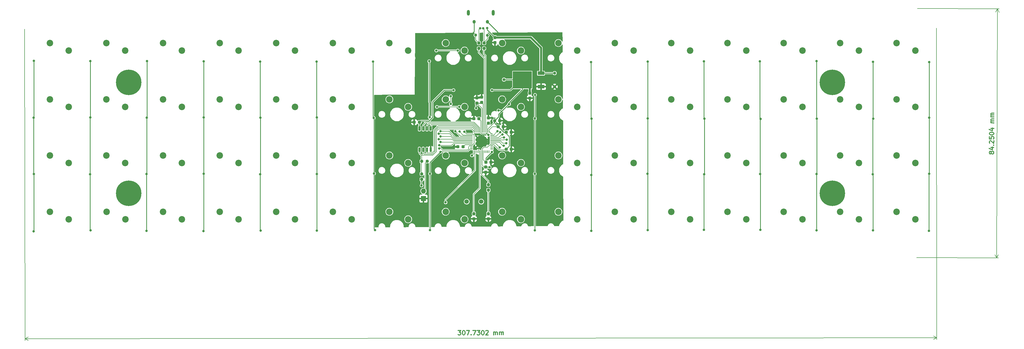
<source format=gbr>
%TF.GenerationSoftware,KiCad,Pcbnew,8.0.9-8.0.9-0~ubuntu22.04.1*%
%TF.CreationDate,2025-08-11T19:47:09-07:00*%
%TF.ProjectId,keyboard,6b657962-6f61-4726-942e-6b696361645f,rev?*%
%TF.SameCoordinates,Original*%
%TF.FileFunction,Copper,L1,Top*%
%TF.FilePolarity,Positive*%
%FSLAX46Y46*%
G04 Gerber Fmt 4.6, Leading zero omitted, Abs format (unit mm)*
G04 Created by KiCad (PCBNEW 8.0.9-8.0.9-0~ubuntu22.04.1) date 2025-08-11 19:47:09*
%MOMM*%
%LPD*%
G01*
G04 APERTURE LIST*
G04 Aperture macros list*
%AMRoundRect*
0 Rectangle with rounded corners*
0 $1 Rounding radius*
0 $2 $3 $4 $5 $6 $7 $8 $9 X,Y pos of 4 corners*
0 Add a 4 corners polygon primitive as box body*
4,1,4,$2,$3,$4,$5,$6,$7,$8,$9,$2,$3,0*
0 Add four circle primitives for the rounded corners*
1,1,$1+$1,$2,$3*
1,1,$1+$1,$4,$5*
1,1,$1+$1,$6,$7*
1,1,$1+$1,$8,$9*
0 Add four rect primitives between the rounded corners*
20,1,$1+$1,$2,$3,$4,$5,0*
20,1,$1+$1,$4,$5,$6,$7,0*
20,1,$1+$1,$6,$7,$8,$9,0*
20,1,$1+$1,$8,$9,$2,$3,0*%
G04 Aperture macros list end*
%ADD10C,0.300000*%
%TA.AperFunction,NonConductor*%
%ADD11C,0.300000*%
%TD*%
%TA.AperFunction,NonConductor*%
%ADD12C,0.200000*%
%TD*%
%TA.AperFunction,ComponentPad*%
%ADD13C,1.500000*%
%TD*%
%TA.AperFunction,ComponentPad*%
%ADD14C,1.000000*%
%TD*%
%TA.AperFunction,SMDPad,CuDef*%
%ADD15RoundRect,0.237500X0.237500X-0.250000X0.237500X0.250000X-0.237500X0.250000X-0.237500X-0.250000X0*%
%TD*%
%TA.AperFunction,SMDPad,CuDef*%
%ADD16RoundRect,0.237500X-0.237500X0.300000X-0.237500X-0.300000X0.237500X-0.300000X0.237500X0.300000X0*%
%TD*%
%TA.AperFunction,SMDPad,CuDef*%
%ADD17RoundRect,0.237500X0.250000X0.237500X-0.250000X0.237500X-0.250000X-0.237500X0.250000X-0.237500X0*%
%TD*%
%TA.AperFunction,SMDPad,CuDef*%
%ADD18RoundRect,0.050000X-0.387500X-0.050000X0.387500X-0.050000X0.387500X0.050000X-0.387500X0.050000X0*%
%TD*%
%TA.AperFunction,SMDPad,CuDef*%
%ADD19RoundRect,0.050000X-0.050000X-0.387500X0.050000X-0.387500X0.050000X0.387500X-0.050000X0.387500X0*%
%TD*%
%TA.AperFunction,HeatsinkPad*%
%ADD20C,0.600000*%
%TD*%
%TA.AperFunction,ComponentPad*%
%ADD21C,0.600000*%
%TD*%
%TA.AperFunction,SMDPad,CuDef*%
%ADD22RoundRect,0.144000X-1.456000X-1.456000X1.456000X-1.456000X1.456000X1.456000X-1.456000X1.456000X0*%
%TD*%
%TA.AperFunction,ComponentPad*%
%ADD23C,8.600000*%
%TD*%
%TA.AperFunction,SMDPad,CuDef*%
%ADD24RoundRect,0.237500X-0.300000X-0.237500X0.300000X-0.237500X0.300000X0.237500X-0.300000X0.237500X0*%
%TD*%
%TA.AperFunction,SMDPad,CuDef*%
%ADD25RoundRect,0.237500X0.237500X-0.300000X0.237500X0.300000X-0.237500X0.300000X-0.237500X-0.300000X0*%
%TD*%
%TA.AperFunction,SMDPad,CuDef*%
%ADD26RoundRect,0.237500X-0.237500X0.250000X-0.237500X-0.250000X0.237500X-0.250000X0.237500X0.250000X0*%
%TD*%
%TA.AperFunction,ComponentPad*%
%ADD27R,1.700000X1.700000*%
%TD*%
%TA.AperFunction,ComponentPad*%
%ADD28O,1.700000X1.700000*%
%TD*%
%TA.AperFunction,SMDPad,CuDef*%
%ADD29RoundRect,0.150000X0.150000X-0.650000X0.150000X0.650000X-0.150000X0.650000X-0.150000X-0.650000X0*%
%TD*%
%TA.AperFunction,SMDPad,CuDef*%
%ADD30RoundRect,0.237500X0.300000X0.237500X-0.300000X0.237500X-0.300000X-0.237500X0.300000X-0.237500X0*%
%TD*%
%TA.AperFunction,SMDPad,CuDef*%
%ADD31R,2.200000X1.200000*%
%TD*%
%TA.AperFunction,SMDPad,CuDef*%
%ADD32R,6.400000X5.800000*%
%TD*%
%TA.AperFunction,ComponentPad*%
%ADD33C,2.200000*%
%TD*%
%TA.AperFunction,HeatsinkPad*%
%ADD34O,1.000000X1.900000*%
%TD*%
%TA.AperFunction,HeatsinkPad*%
%ADD35O,1.050000X1.250000*%
%TD*%
%TA.AperFunction,ViaPad*%
%ADD36C,0.800000*%
%TD*%
%TA.AperFunction,Conductor*%
%ADD37C,0.200000*%
%TD*%
%TA.AperFunction,Conductor*%
%ADD38C,0.700000*%
%TD*%
%TA.AperFunction,Conductor*%
%ADD39C,0.250000*%
%TD*%
%TA.AperFunction,Conductor*%
%ADD40C,0.500000*%
%TD*%
%TA.AperFunction,Conductor*%
%ADD41C,0.280000*%
%TD*%
G04 APERTURE END LIST*
D10*
D11*
X391131515Y-148916739D02*
X391059646Y-149059375D01*
X391059646Y-149059375D02*
X390987997Y-149130583D01*
X390987997Y-149130583D02*
X390844920Y-149201571D01*
X390844920Y-149201571D02*
X390773492Y-149201350D01*
X390773492Y-149201350D02*
X390630856Y-149129481D01*
X390630856Y-149129481D02*
X390559648Y-149057832D01*
X390559648Y-149057832D02*
X390488661Y-148914756D01*
X390488661Y-148914756D02*
X390489543Y-148629043D01*
X390489543Y-148629043D02*
X390561412Y-148486407D01*
X390561412Y-148486407D02*
X390633060Y-148415199D01*
X390633060Y-148415199D02*
X390776137Y-148344211D01*
X390776137Y-148344211D02*
X390847565Y-148344432D01*
X390847565Y-148344432D02*
X390990202Y-148416301D01*
X390990202Y-148416301D02*
X391061409Y-148487950D01*
X391061409Y-148487950D02*
X391132397Y-148631027D01*
X391132397Y-148631027D02*
X391131515Y-148916739D01*
X391131515Y-148916739D02*
X391202502Y-149059816D01*
X391202502Y-149059816D02*
X391273710Y-149131465D01*
X391273710Y-149131465D02*
X391416346Y-149203334D01*
X391416346Y-149203334D02*
X391702059Y-149204216D01*
X391702059Y-149204216D02*
X391845136Y-149133228D01*
X391845136Y-149133228D02*
X391916785Y-149062021D01*
X391916785Y-149062021D02*
X391988654Y-148919385D01*
X391988654Y-148919385D02*
X391989535Y-148633672D01*
X391989535Y-148633672D02*
X391918548Y-148490595D01*
X391918548Y-148490595D02*
X391847340Y-148418946D01*
X391847340Y-148418946D02*
X391704704Y-148347077D01*
X391704704Y-148347077D02*
X391418991Y-148346195D01*
X391418991Y-148346195D02*
X391275914Y-148417183D01*
X391275914Y-148417183D02*
X391204266Y-148488391D01*
X391204266Y-148488391D02*
X391132397Y-148631027D01*
X390994390Y-147059165D02*
X391994385Y-147062251D01*
X390421862Y-147414543D02*
X391492183Y-147774990D01*
X391492183Y-147774990D02*
X391495049Y-146846423D01*
X391853953Y-146276100D02*
X391925602Y-146204892D01*
X391925602Y-146204892D02*
X391996810Y-146276541D01*
X391996810Y-146276541D02*
X391925161Y-146347749D01*
X391925161Y-146347749D02*
X391853953Y-146276100D01*
X391853953Y-146276100D02*
X391996810Y-146276541D01*
X390641657Y-145629498D02*
X390570449Y-145557850D01*
X390570449Y-145557850D02*
X390499462Y-145414773D01*
X390499462Y-145414773D02*
X390500564Y-145057632D01*
X390500564Y-145057632D02*
X390572433Y-144914996D01*
X390572433Y-144914996D02*
X390644082Y-144843788D01*
X390644082Y-144843788D02*
X390787159Y-144772800D01*
X390787159Y-144772800D02*
X390930015Y-144773241D01*
X390930015Y-144773241D02*
X391144080Y-144845331D01*
X391144080Y-144845331D02*
X391998573Y-145705115D01*
X391998573Y-145705115D02*
X392001439Y-144776548D01*
X390505634Y-143414783D02*
X390503430Y-144129065D01*
X390503430Y-144129065D02*
X391217492Y-144202698D01*
X391217492Y-144202698D02*
X391146284Y-144131049D01*
X391146284Y-144131049D02*
X391075296Y-143987972D01*
X391075296Y-143987972D02*
X391076399Y-143630831D01*
X391076399Y-143630831D02*
X391148268Y-143488195D01*
X391148268Y-143488195D02*
X391219916Y-143416987D01*
X391219916Y-143416987D02*
X391362993Y-143346000D01*
X391362993Y-143346000D02*
X391720134Y-143347102D01*
X391720134Y-143347102D02*
X391862770Y-143418971D01*
X391862770Y-143418971D02*
X391933978Y-143490620D01*
X391933978Y-143490620D02*
X392004966Y-143633697D01*
X392004966Y-143633697D02*
X392003863Y-143990838D01*
X392003863Y-143990838D02*
X391931994Y-144133474D01*
X391931994Y-144133474D02*
X391860346Y-144204682D01*
X390508720Y-142414788D02*
X390509161Y-142271932D01*
X390509161Y-142271932D02*
X390581030Y-142129295D01*
X390581030Y-142129295D02*
X390652679Y-142058088D01*
X390652679Y-142058088D02*
X390795756Y-141987100D01*
X390795756Y-141987100D02*
X391081689Y-141916554D01*
X391081689Y-141916554D02*
X391438830Y-141917656D01*
X391438830Y-141917656D02*
X391724323Y-141989966D01*
X391724323Y-141989966D02*
X391866959Y-142061835D01*
X391866959Y-142061835D02*
X391938166Y-142133484D01*
X391938166Y-142133484D02*
X392009154Y-142276561D01*
X392009154Y-142276561D02*
X392008713Y-142419417D01*
X392008713Y-142419417D02*
X391936844Y-142562053D01*
X391936844Y-142562053D02*
X391865195Y-142633261D01*
X391865195Y-142633261D02*
X391722118Y-142704248D01*
X391722118Y-142704248D02*
X391436185Y-142774795D01*
X391436185Y-142774795D02*
X391079044Y-142773693D01*
X391079044Y-142773693D02*
X390793551Y-142701383D01*
X390793551Y-142701383D02*
X390650915Y-142629514D01*
X390650915Y-142629514D02*
X390579707Y-142557865D01*
X390579707Y-142557865D02*
X390508720Y-142414788D01*
X391014229Y-140630626D02*
X392014224Y-140633712D01*
X390441701Y-140986003D02*
X391512022Y-141346451D01*
X391512022Y-141346451D02*
X391514887Y-140417884D01*
X392020175Y-138705150D02*
X391020180Y-138702064D01*
X391163037Y-138702505D02*
X391091829Y-138630856D01*
X391091829Y-138630856D02*
X391020841Y-138487779D01*
X391020841Y-138487779D02*
X391021503Y-138273495D01*
X391021503Y-138273495D02*
X391093372Y-138130859D01*
X391093372Y-138130859D02*
X391236449Y-138059871D01*
X391236449Y-138059871D02*
X392022159Y-138062296D01*
X391236449Y-138059871D02*
X391093813Y-137988002D01*
X391093813Y-137988002D02*
X391022825Y-137844925D01*
X391022825Y-137844925D02*
X391023487Y-137630640D01*
X391023487Y-137630640D02*
X391095356Y-137488004D01*
X391095356Y-137488004D02*
X391238433Y-137417017D01*
X391238433Y-137417017D02*
X392024143Y-137419442D01*
X392026347Y-136705160D02*
X391026352Y-136702073D01*
X391169209Y-136702514D02*
X391098001Y-136630866D01*
X391098001Y-136630866D02*
X391027014Y-136487789D01*
X391027014Y-136487789D02*
X391027675Y-136273504D01*
X391027675Y-136273504D02*
X391099544Y-136130868D01*
X391099544Y-136130868D02*
X391242621Y-136059881D01*
X391242621Y-136059881D02*
X392028331Y-136062305D01*
X391242621Y-136059881D02*
X391099985Y-135988012D01*
X391099985Y-135988012D02*
X391028997Y-135844935D01*
X391028997Y-135844935D02*
X391029659Y-135630650D01*
X391029659Y-135630650D02*
X391101528Y-135488014D01*
X391101528Y-135488014D02*
X391244605Y-135417027D01*
X391244605Y-135417027D02*
X392030315Y-135419451D01*
D12*
X366209998Y-100071543D02*
X393847237Y-100156833D01*
X365949998Y-184321543D02*
X393587237Y-184406833D01*
X393260820Y-100155023D02*
X393000820Y-184405023D01*
X393260820Y-100155023D02*
X393000820Y-184405023D01*
X393260820Y-100155023D02*
X393843762Y-101283331D01*
X393260820Y-100155023D02*
X392670926Y-101279712D01*
X393000820Y-184405023D02*
X392417878Y-183276715D01*
X393000820Y-184405023D02*
X393590714Y-183280334D01*
D10*
D11*
X211177389Y-208927634D02*
X212105960Y-208926669D01*
X212105960Y-208926669D02*
X211606554Y-209498617D01*
X211606554Y-209498617D02*
X211820840Y-209498394D01*
X211820840Y-209498394D02*
X211963771Y-209569674D01*
X211963771Y-209569674D02*
X212035274Y-209641028D01*
X212035274Y-209641028D02*
X212106851Y-209783811D01*
X212106851Y-209783811D02*
X212107223Y-210140954D01*
X212107223Y-210140954D02*
X212035943Y-210283885D01*
X212035943Y-210283885D02*
X211964588Y-210355388D01*
X211964588Y-210355388D02*
X211821806Y-210426965D01*
X211821806Y-210426965D02*
X211393234Y-210427411D01*
X211393234Y-210427411D02*
X211250303Y-210356131D01*
X211250303Y-210356131D02*
X211178800Y-210284777D01*
X213034530Y-208925703D02*
X213177387Y-208925555D01*
X213177387Y-208925555D02*
X213320319Y-208996835D01*
X213320319Y-208996835D02*
X213391822Y-209068189D01*
X213391822Y-209068189D02*
X213463399Y-209210972D01*
X213463399Y-209210972D02*
X213535124Y-209496612D01*
X213535124Y-209496612D02*
X213535496Y-209853754D01*
X213535496Y-209853754D02*
X213464364Y-210139543D01*
X213464364Y-210139543D02*
X213393084Y-210282474D01*
X213393084Y-210282474D02*
X213321730Y-210353977D01*
X213321730Y-210353977D02*
X213178947Y-210425554D01*
X213178947Y-210425554D02*
X213036090Y-210425702D01*
X213036090Y-210425702D02*
X212893159Y-210354422D01*
X212893159Y-210354422D02*
X212821656Y-210283068D01*
X212821656Y-210283068D02*
X212750079Y-210140285D01*
X212750079Y-210140285D02*
X212678353Y-209854646D01*
X212678353Y-209854646D02*
X212677982Y-209497503D01*
X212677982Y-209497503D02*
X212749113Y-209211714D01*
X212749113Y-209211714D02*
X212820393Y-209068783D01*
X212820393Y-209068783D02*
X212891748Y-208997280D01*
X212891748Y-208997280D02*
X213034530Y-208925703D01*
X214034529Y-208924663D02*
X215034529Y-208923623D01*
X215034529Y-208923623D02*
X214393232Y-210424291D01*
X215607368Y-210280171D02*
X215678871Y-210351526D01*
X215678871Y-210351526D02*
X215607517Y-210423028D01*
X215607517Y-210423028D02*
X215536014Y-210351674D01*
X215536014Y-210351674D02*
X215607368Y-210280171D01*
X215607368Y-210280171D02*
X215607517Y-210423028D01*
X216177385Y-208922435D02*
X217177385Y-208921395D01*
X217177385Y-208921395D02*
X216536088Y-210422063D01*
X217605955Y-208920949D02*
X218534526Y-208919984D01*
X218534526Y-208919984D02*
X218035121Y-209491932D01*
X218035121Y-209491932D02*
X218249406Y-209491709D01*
X218249406Y-209491709D02*
X218392338Y-209562989D01*
X218392338Y-209562989D02*
X218463841Y-209634344D01*
X218463841Y-209634344D02*
X218535418Y-209777126D01*
X218535418Y-209777126D02*
X218535789Y-210134269D01*
X218535789Y-210134269D02*
X218464509Y-210277200D01*
X218464509Y-210277200D02*
X218393155Y-210348703D01*
X218393155Y-210348703D02*
X218250372Y-210420280D01*
X218250372Y-210420280D02*
X217821801Y-210420726D01*
X217821801Y-210420726D02*
X217678870Y-210349446D01*
X217678870Y-210349446D02*
X217607367Y-210278092D01*
X219463097Y-208919018D02*
X219605954Y-208918870D01*
X219605954Y-208918870D02*
X219748885Y-208990150D01*
X219748885Y-208990150D02*
X219820388Y-209061504D01*
X219820388Y-209061504D02*
X219891965Y-209204287D01*
X219891965Y-209204287D02*
X219963691Y-209489927D01*
X219963691Y-209489927D02*
X219964062Y-209847069D01*
X219964062Y-209847069D02*
X219892931Y-210132858D01*
X219892931Y-210132858D02*
X219821651Y-210275789D01*
X219821651Y-210275789D02*
X219750297Y-210347292D01*
X219750297Y-210347292D02*
X219607514Y-210418869D01*
X219607514Y-210418869D02*
X219464657Y-210419017D01*
X219464657Y-210419017D02*
X219321725Y-210347738D01*
X219321725Y-210347738D02*
X219250223Y-210276383D01*
X219250223Y-210276383D02*
X219178645Y-210133600D01*
X219178645Y-210133600D02*
X219106920Y-209847961D01*
X219106920Y-209847961D02*
X219106548Y-209490818D01*
X219106548Y-209490818D02*
X219177680Y-209205030D01*
X219177680Y-209205030D02*
X219248960Y-209062098D01*
X219248960Y-209062098D02*
X219320314Y-208990595D01*
X219320314Y-208990595D02*
X219463097Y-208919018D01*
X220534673Y-209060761D02*
X220606027Y-208989258D01*
X220606027Y-208989258D02*
X220748810Y-208917681D01*
X220748810Y-208917681D02*
X221105953Y-208917310D01*
X221105953Y-208917310D02*
X221248884Y-208988590D01*
X221248884Y-208988590D02*
X221320387Y-209059944D01*
X221320387Y-209059944D02*
X221391964Y-209202727D01*
X221391964Y-209202727D02*
X221392113Y-209345584D01*
X221392113Y-209345584D02*
X221320907Y-209559944D01*
X221320907Y-209559944D02*
X220464656Y-210417978D01*
X220464656Y-210417978D02*
X221393227Y-210417012D01*
X223178939Y-210415155D02*
X223177900Y-209415156D01*
X223178048Y-209558013D02*
X223249402Y-209486510D01*
X223249402Y-209486510D02*
X223392185Y-209414933D01*
X223392185Y-209414933D02*
X223606471Y-209414710D01*
X223606471Y-209414710D02*
X223749402Y-209485990D01*
X223749402Y-209485990D02*
X223820979Y-209628773D01*
X223820979Y-209628773D02*
X223821796Y-210414487D01*
X223820979Y-209628773D02*
X223892259Y-209485841D01*
X223892259Y-209485841D02*
X224035042Y-209414264D01*
X224035042Y-209414264D02*
X224249328Y-209414042D01*
X224249328Y-209414042D02*
X224392259Y-209485321D01*
X224392259Y-209485321D02*
X224463836Y-209628104D01*
X224463836Y-209628104D02*
X224464653Y-210413818D01*
X225178938Y-210413075D02*
X225177898Y-209413076D01*
X225178047Y-209555933D02*
X225249401Y-209484430D01*
X225249401Y-209484430D02*
X225392184Y-209412853D01*
X225392184Y-209412853D02*
X225606470Y-209412630D01*
X225606470Y-209412630D02*
X225749401Y-209483910D01*
X225749401Y-209483910D02*
X225820978Y-209626693D01*
X225820978Y-209626693D02*
X225821795Y-210412407D01*
X225820978Y-209626693D02*
X225892258Y-209483762D01*
X225892258Y-209483762D02*
X226035041Y-209412185D01*
X226035041Y-209412185D02*
X226249326Y-209411962D01*
X226249326Y-209411962D02*
X226392258Y-209483242D01*
X226392258Y-209483242D02*
X226463835Y-209626025D01*
X226463835Y-209626025D02*
X226464652Y-210411738D01*
D12*
X64920520Y-107000000D02*
X65030006Y-212287703D01*
X372650520Y-106680000D02*
X372760006Y-211967703D01*
X65029396Y-211701283D02*
X372759396Y-211381283D01*
X65029396Y-211701283D02*
X372759396Y-211381283D01*
X65029396Y-211701283D02*
X66155289Y-211113691D01*
X65029396Y-211701283D02*
X66156509Y-212286532D01*
X372759396Y-211381283D02*
X371633503Y-211968875D01*
X372759396Y-211381283D02*
X371632283Y-210796034D01*
D13*
%TO.P,Y1,1,1*%
%TO.N,Net-(C4-Pad2)*%
X219010000Y-165350000D03*
%TO.P,Y1,2,2*%
%TO.N,/XIN*%
X214110000Y-165350000D03*
%TD*%
D14*
%TO.P,TP104,1,1*%
%TO.N,+3V3*%
X226700000Y-124090000D03*
%TD*%
%TO.P,TP103,1,1*%
%TO.N,VBUS*%
X243800000Y-121890000D03*
%TD*%
D15*
%TO.P,R3,1*%
%TO.N,Net-(C4-Pad2)*%
X221420000Y-161442500D03*
%TO.P,R3,2*%
%TO.N,/XOUT*%
X221420000Y-159617500D03*
%TD*%
D16*
%TO.P,C2,1*%
%TO.N,+3V3*%
X235410000Y-128637500D03*
%TO.P,C2,2*%
%TO.N,GND*%
X235410000Y-130362500D03*
%TD*%
D17*
%TO.P,R6,1*%
%TO.N,Net-(J2-Pin_2)*%
X200742500Y-151740000D03*
%TO.P,R6,2*%
%TO.N,/QSPI_SS*%
X198917500Y-151740000D03*
%TD*%
D14*
%TO.P,TP105,1,1*%
%TO.N,GND*%
X243800000Y-126490000D03*
%TD*%
D18*
%TO.P,U2,1,IOVDD*%
%TO.N,+3V3*%
X215662500Y-142470000D03*
%TO.P,U2,2,GPIO0*%
%TO.N,/Key Matrix/R1*%
X215662500Y-142870000D03*
%TO.P,U2,3,GPIO1*%
%TO.N,/Key Matrix/R2*%
X215662500Y-143270000D03*
%TO.P,U2,4,GPIO2*%
%TO.N,/Key Matrix/C10*%
X215662500Y-143670000D03*
%TO.P,U2,5,GPIO3*%
%TO.N,/Key Matrix/C11*%
X215662500Y-144070000D03*
%TO.P,U2,6,GPIO4*%
%TO.N,/Key Matrix/C12*%
X215662500Y-144470000D03*
%TO.P,U2,7,GPIO5*%
%TO.N,/Key Matrix/C13*%
X215662500Y-144870000D03*
%TO.P,U2,8,GPIO6*%
%TO.N,/Key Matrix/C14*%
X215662500Y-145270000D03*
%TO.P,U2,9,GPIO7*%
%TO.N,/Key Matrix/C15*%
X215662500Y-145670000D03*
%TO.P,U2,10,IOVDD*%
%TO.N,+3V3*%
X215662500Y-146070000D03*
%TO.P,U2,11,GPIO8*%
%TO.N,/Key Matrix/C16*%
X215662500Y-146470000D03*
%TO.P,U2,12,GPIO9*%
%TO.N,unconnected-(U2-GPIO9-Pad12)*%
X215662500Y-146870000D03*
%TO.P,U2,13,GPIO10*%
%TO.N,unconnected-(U2-GPIO10-Pad13)*%
X215662500Y-147270000D03*
%TO.P,U2,14,GPIO11*%
%TO.N,/Key Matrix/C9*%
X215662500Y-147670000D03*
D19*
%TO.P,U2,15,GPIO12*%
%TO.N,/Key Matrix/R3*%
X216500000Y-148507500D03*
%TO.P,U2,16,GPIO13*%
%TO.N,/Key Matrix/R4*%
X216900000Y-148507500D03*
%TO.P,U2,17,GPIO14*%
%TO.N,unconnected-(U2-GPIO14-Pad17)*%
X217300000Y-148507500D03*
%TO.P,U2,18,GPIO15*%
%TO.N,unconnected-(U2-GPIO15-Pad18)*%
X217700000Y-148507500D03*
%TO.P,U2,19,TESTEN*%
%TO.N,GND*%
X218100000Y-148507500D03*
%TO.P,U2,20,XIN*%
%TO.N,/XIN*%
X218500000Y-148507500D03*
%TO.P,U2,21,XOUT*%
%TO.N,/XOUT*%
X218900000Y-148507500D03*
%TO.P,U2,22,IOVDD*%
%TO.N,+3V3*%
X219300000Y-148507500D03*
%TO.P,U2,23,DVDD*%
%TO.N,+1V1*%
X219700000Y-148507500D03*
%TO.P,U2,24,SWCLK*%
%TO.N,unconnected-(U2-SWCLK-Pad24)*%
X220100000Y-148507500D03*
%TO.P,U2,25,SWDIO*%
%TO.N,unconnected-(U2-SWDIO-Pad25)*%
X220500000Y-148507500D03*
%TO.P,U2,26,RUN*%
%TO.N,/RUN*%
X220900000Y-148507500D03*
%TO.P,U2,27,GPIO16*%
%TO.N,unconnected-(U2-GPIO16-Pad27)*%
X221300000Y-148507500D03*
%TO.P,U2,28,GPIO17*%
%TO.N,unconnected-(U2-GPIO17-Pad28)*%
X221700000Y-148507500D03*
D18*
%TO.P,U2,29,GPIO18*%
%TO.N,unconnected-(U2-GPIO18-Pad29)*%
X222537500Y-147670000D03*
%TO.P,U2,30,GPIO19*%
%TO.N,unconnected-(U2-GPIO19-Pad30)*%
X222537500Y-147270000D03*
%TO.P,U2,31,GPIO20*%
%TO.N,unconnected-(U2-GPIO20-Pad31)*%
X222537500Y-146870000D03*
%TO.P,U2,32,GPIO21*%
%TO.N,unconnected-(U2-GPIO21-Pad32)*%
X222537500Y-146470000D03*
%TO.P,U2,33,IOVDD*%
%TO.N,+3V3*%
X222537500Y-146070000D03*
%TO.P,U2,34,GPIO22*%
%TO.N,/Key Matrix/C1*%
X222537500Y-145670000D03*
%TO.P,U2,35,GPIO23*%
%TO.N,/Key Matrix/C2*%
X222537500Y-145270000D03*
%TO.P,U2,36,GPIO24*%
%TO.N,/Key Matrix/C3*%
X222537500Y-144870000D03*
%TO.P,U2,37,GPIO25*%
%TO.N,/Key Matrix/C4*%
X222537500Y-144470000D03*
%TO.P,U2,38,GPIO26/ADC0*%
%TO.N,/Key Matrix/C5*%
X222537500Y-144070000D03*
%TO.P,U2,39,GPIO27/ADC1*%
%TO.N,/Key Matrix/C6*%
X222537500Y-143670000D03*
%TO.P,U2,40,GPIO28/ADC2*%
%TO.N,/Key Matrix/C7*%
X222537500Y-143270000D03*
%TO.P,U2,41,GPIO29/ADC3*%
%TO.N,/Key Matrix/C8*%
X222537500Y-142870000D03*
%TO.P,U2,42,IOVDD*%
%TO.N,+3V3*%
X222537500Y-142470000D03*
D19*
%TO.P,U2,43,ADC_AVDD*%
X221700000Y-141632500D03*
%TO.P,U2,44,VREG_VIN*%
X221300000Y-141632500D03*
%TO.P,U2,45,VREG_VOUT*%
%TO.N,+1V1*%
X220900000Y-141632500D03*
%TO.P,U2,46,USB_DM*%
%TO.N,Net-(U2-USB_DM)*%
X220500000Y-141632500D03*
%TO.P,U2,47,USB_DP*%
%TO.N,Net-(U2-USB_DP)*%
X220100000Y-141632500D03*
%TO.P,U2,48,USB_VDD*%
%TO.N,+3V3*%
X219700000Y-141632500D03*
%TO.P,U2,49,IOVDD*%
X219300000Y-141632500D03*
%TO.P,U2,50,DVDD*%
%TO.N,+1V1*%
X218900000Y-141632500D03*
%TO.P,U2,51,QSPI_SD3*%
%TO.N,/QSPI_SD3*%
X218500000Y-141632500D03*
%TO.P,U2,52,QSPI_SCLK*%
%TO.N,/QSPI_SCLK*%
X218100000Y-141632500D03*
%TO.P,U2,53,QSPI_SD0*%
%TO.N,/QSPI_SD0*%
X217700000Y-141632500D03*
%TO.P,U2,54,QSPI_SD2*%
%TO.N,/QSPI_SD2*%
X217300000Y-141632500D03*
%TO.P,U2,55,QSPI_SD1*%
%TO.N,/QSPI_SD1*%
X216900000Y-141632500D03*
%TO.P,U2,56,QSPI_SS_N*%
%TO.N,/QSPI_SS*%
X216500000Y-141632500D03*
D20*
%TO.P,U2,57,GND*%
%TO.N,GND*%
X217825000Y-143795000D03*
D21*
X217825000Y-145070000D03*
X217825000Y-146345000D03*
X219100000Y-143795000D03*
X219100000Y-145070000D03*
D22*
X219100000Y-145070000D03*
D21*
X219100000Y-146345000D03*
X220375000Y-143795000D03*
X220375000Y-145070000D03*
X220375000Y-146345000D03*
%TD*%
D23*
%TO.P,H3,1*%
%TO.N,N/C*%
X337500000Y-162500000D03*
%TD*%
%TO.P,H1,1*%
%TO.N,N/C*%
X100000000Y-125000000D03*
%TD*%
D24*
%TO.P,C13,1*%
%TO.N,+3V3*%
X227407500Y-147650000D03*
%TO.P,C13,2*%
%TO.N,GND*%
X229132500Y-147650000D03*
%TD*%
D25*
%TO.P,C9,1*%
%TO.N,+1V1*%
X221450000Y-138792500D03*
%TO.P,C9,2*%
%TO.N,GND*%
X221450000Y-137067500D03*
%TD*%
%TO.P,C3,1*%
%TO.N,GND*%
X216530000Y-171172500D03*
%TO.P,C3,2*%
%TO.N,/XIN*%
X216530000Y-169447500D03*
%TD*%
D24*
%TO.P,C16,1*%
%TO.N,+3V3*%
X227407500Y-141870000D03*
%TO.P,C16,2*%
%TO.N,GND*%
X229132500Y-141870000D03*
%TD*%
%TO.P,C10,1*%
%TO.N,+3V3*%
X223557500Y-137950000D03*
%TO.P,C10,2*%
%TO.N,GND*%
X225282500Y-137950000D03*
%TD*%
D26*
%TO.P,R4,1*%
%TO.N,/USB_D-*%
X219970000Y-111717500D03*
%TO.P,R4,2*%
%TO.N,Net-(U2-USB_DM)*%
X219970000Y-113542500D03*
%TD*%
D27*
%TO.P,J2,1,Pin_1*%
%TO.N,GND*%
X199525000Y-164335000D03*
D28*
%TO.P,J2,2,Pin_2*%
%TO.N,Net-(J2-Pin_2)*%
X199525000Y-161795000D03*
%TD*%
D29*
%TO.P,U3,1,~{CS}*%
%TO.N,/QSPI_SS*%
X198175000Y-147790000D03*
%TO.P,U3,2,DO(IO1)*%
%TO.N,/QSPI_SD1*%
X199445000Y-147790000D03*
%TO.P,U3,3,IO2*%
%TO.N,/QSPI_SD2*%
X200715000Y-147790000D03*
%TO.P,U3,4,GND*%
%TO.N,GND*%
X201985000Y-147790000D03*
%TO.P,U3,5,DI(IO0)*%
%TO.N,/QSPI_SD0*%
X201985000Y-140590000D03*
%TO.P,U3,6,CLK*%
%TO.N,/QSPI_SCLK*%
X200715000Y-140590000D03*
%TO.P,U3,7,IO3*%
%TO.N,/QSPI_SD3*%
X199445000Y-140590000D03*
%TO.P,U3,8,VCC*%
%TO.N,+3V3*%
X198175000Y-140590000D03*
%TD*%
D26*
%TO.P,R5,1*%
%TO.N,/USB_D+*%
X218210000Y-111717500D03*
%TO.P,R5,2*%
%TO.N,Net-(U2-USB_DP)*%
X218210000Y-113542500D03*
%TD*%
D24*
%TO.P,C6,1*%
%TO.N,+3V3*%
X224747500Y-140010000D03*
%TO.P,C6,2*%
%TO.N,GND*%
X226472500Y-140010000D03*
%TD*%
D30*
%TO.P,C14,1*%
%TO.N,+3V3*%
X198142500Y-138500000D03*
%TO.P,C14,2*%
%TO.N,GND*%
X196417500Y-138500000D03*
%TD*%
D16*
%TO.P,C11,1*%
%TO.N,+3V3*%
X220510000Y-153667500D03*
%TO.P,C11,2*%
%TO.N,GND*%
X220510000Y-155392500D03*
%TD*%
D15*
%TO.P,R7,1*%
%TO.N,+3V3*%
X198910000Y-157812500D03*
%TO.P,R7,2*%
%TO.N,/QSPI_SS*%
X198910000Y-155987500D03*
%TD*%
D16*
%TO.P,C1,1*%
%TO.N,VBUS*%
X223670000Y-109877500D03*
%TO.P,C1,2*%
%TO.N,GND*%
X223670000Y-111602500D03*
%TD*%
D30*
%TO.P,C8,1*%
%TO.N,+3V3*%
X212862500Y-146800000D03*
%TO.P,C8,2*%
%TO.N,GND*%
X211137500Y-146800000D03*
%TD*%
D25*
%TO.P,C15,1*%
%TO.N,+3V3*%
X219140000Y-131772500D03*
%TO.P,C15,2*%
%TO.N,GND*%
X219140000Y-130047500D03*
%TD*%
D24*
%TO.P,C7,1*%
%TO.N,+1V1*%
X220557500Y-152010000D03*
%TO.P,C7,2*%
%TO.N,GND*%
X222282500Y-152010000D03*
%TD*%
D23*
%TO.P,H4,1*%
%TO.N,N/C*%
X100000000Y-162500000D03*
%TD*%
D30*
%TO.P,C5,1*%
%TO.N,+1V1*%
X218212500Y-137340000D03*
%TO.P,C5,2*%
%TO.N,GND*%
X216487500Y-137340000D03*
%TD*%
D23*
%TO.P,H2,1*%
%TO.N,N/C*%
X337500000Y-125000000D03*
%TD*%
D25*
%TO.P,C12,1*%
%TO.N,+3V3*%
X217520000Y-132022500D03*
%TO.P,C12,2*%
%TO.N,GND*%
X217520000Y-130297500D03*
%TD*%
D31*
%TO.P,U1,1,GND*%
%TO.N,GND*%
X239190000Y-126480000D03*
D32*
%TO.P,U1,2,VO*%
%TO.N,+3V3*%
X232890000Y-124200000D03*
D31*
%TO.P,U1,3,VI*%
%TO.N,VBUS*%
X239190000Y-121920000D03*
%TD*%
D25*
%TO.P,C4,1*%
%TO.N,GND*%
X221410000Y-171162500D03*
%TO.P,C4,2*%
%TO.N,Net-(C4-Pad2)*%
X221410000Y-169437500D03*
%TD*%
D33*
%TO.P,SW29,1,1*%
%TO.N,/Key Matrix/R1*%
X226067500Y-111720000D03*
%TO.P,SW29,2,2*%
%TO.N,Net-(D29-A)*%
X232417500Y-114260000D03*
%TD*%
%TO.P,SW7,1,1*%
%TO.N,/Key Matrix/R3*%
X340177500Y-149730000D03*
%TO.P,SW7,2,2*%
%TO.N,Net-(D7-A)*%
X346527500Y-152270000D03*
%TD*%
%TO.P,SW34,1,1*%
%TO.N,/Key Matrix/R2*%
X207017500Y-130770000D03*
%TO.P,SW34,2,2*%
%TO.N,Net-(D34-A)*%
X213367500Y-133310000D03*
%TD*%
%TO.P,SW46,1,1*%
%TO.N,/Key Matrix/R2*%
X149820000Y-130770000D03*
%TO.P,SW46,2,2*%
%TO.N,Net-(D46-A)*%
X156170000Y-133310000D03*
%TD*%
%TO.P,SW45,1,1*%
%TO.N,/Key Matrix/R1*%
X149820000Y-111720000D03*
%TO.P,SW45,2,2*%
%TO.N,Net-(D45-A)*%
X156170000Y-114260000D03*
%TD*%
%TO.P,SW30,1,1*%
%TO.N,/Key Matrix/R2*%
X226067500Y-130770000D03*
%TO.P,SW30,2,2*%
%TO.N,Net-(D30-A)*%
X232417500Y-133310000D03*
%TD*%
D14*
%TO.P,TP102,1,1*%
%TO.N,/USB_D+*%
X217150000Y-109040000D03*
%TD*%
D33*
%TO.P,SW31,1,1*%
%TO.N,/Key Matrix/R3*%
X226067500Y-149730000D03*
%TO.P,SW31,2,2*%
%TO.N,Net-(D31-A)*%
X232417500Y-152270000D03*
%TD*%
%TO.P,SW10,1,1*%
%TO.N,/Key Matrix/R2*%
X321127500Y-130770000D03*
%TO.P,SW10,2,2*%
%TO.N,Net-(D10-A)*%
X327477500Y-133310000D03*
%TD*%
%TO.P,SW55,1,1*%
%TO.N,/Key Matrix/R3*%
X111625000Y-149730000D03*
%TO.P,SW55,2,2*%
%TO.N,Net-(D55-A)*%
X117975000Y-152270000D03*
%TD*%
%TO.P,SW27,1,1*%
%TO.N,/Key Matrix/R3*%
X245070000Y-149730000D03*
%TO.P,SW27,2,2*%
%TO.N,Net-(D27-A)*%
X251420000Y-152270000D03*
%TD*%
%TO.P,SW43,1,1*%
%TO.N,/Key Matrix/R3*%
X168917500Y-149730000D03*
%TO.P,SW43,2,2*%
%TO.N,Net-(D43-A)*%
X175267500Y-152270000D03*
%TD*%
%TO.P,SW5,1,1*%
%TO.N,/Key Matrix/R1*%
X340177500Y-111720000D03*
%TO.P,SW5,2,2*%
%TO.N,Net-(D5-A)*%
X346527500Y-114260000D03*
%TD*%
%TO.P,SW56,1,1*%
%TO.N,/Key Matrix/R4*%
X111625000Y-168780000D03*
%TO.P,SW56,2,2*%
%TO.N,Net-(D56-A)*%
X117975000Y-171320000D03*
%TD*%
%TO.P,SW63,1,1*%
%TO.N,/Key Matrix/R3*%
X73430000Y-149730000D03*
%TO.P,SW63,2,2*%
%TO.N,Net-(D63-A)*%
X79780000Y-152270000D03*
%TD*%
%TO.P,SW59,1,1*%
%TO.N,/Key Matrix/R3*%
X92527500Y-149730000D03*
%TO.P,SW59,2,2*%
%TO.N,Net-(D59-A)*%
X98877500Y-152270000D03*
%TD*%
%TO.P,SW60,1,1*%
%TO.N,/Key Matrix/R4*%
X92570000Y-168760000D03*
%TO.P,SW60,2,2*%
%TO.N,Net-(D60-A)*%
X98920000Y-171300000D03*
%TD*%
%TO.P,SW52,1,1*%
%TO.N,/Key Matrix/R4*%
X130722500Y-168780000D03*
%TO.P,SW52,2,2*%
%TO.N,Net-(D52-A)*%
X137072500Y-171320000D03*
%TD*%
%TO.P,SW37,1,1*%
%TO.N,/Key Matrix/R1*%
X188015000Y-111720000D03*
%TO.P,SW37,2,2*%
%TO.N,Net-(D37-A)*%
X194365000Y-114260000D03*
%TD*%
%TO.P,SW18,1,1*%
%TO.N,/Key Matrix/R2*%
X283122500Y-130770000D03*
%TO.P,SW18,2,2*%
%TO.N,Net-(D18-A)*%
X289472500Y-133310000D03*
%TD*%
%TO.P,SW3,1,1*%
%TO.N,/Key Matrix/R3*%
X359180000Y-149730000D03*
%TO.P,SW3,2,2*%
%TO.N,Net-(D3-A)*%
X365530000Y-152270000D03*
%TD*%
%TO.P,SW64,1,1*%
%TO.N,/Key Matrix/R4*%
X73430000Y-168780000D03*
%TO.P,SW64,2,2*%
%TO.N,Net-(D64-A)*%
X79780000Y-171320000D03*
%TD*%
%TO.P,SW8,1,1*%
%TO.N,/Key Matrix/R4*%
X340177500Y-168780000D03*
%TO.P,SW8,2,2*%
%TO.N,Net-(D8-A)*%
X346527500Y-171320000D03*
%TD*%
%TO.P,SW58,1,1*%
%TO.N,/Key Matrix/R2*%
X92527500Y-130770000D03*
%TO.P,SW58,2,2*%
%TO.N,Net-(D58-A)*%
X98877500Y-133310000D03*
%TD*%
D34*
%TO.P,J101,6,Shield*%
%TO.N,GND*%
X214675000Y-101500000D03*
D35*
X216625000Y-104500000D03*
X221075000Y-104500000D03*
D34*
X223025000Y-101500000D03*
%TD*%
D33*
%TO.P,SW44,1,1*%
%TO.N,/Key Matrix/R4*%
X168917500Y-168780000D03*
%TO.P,SW44,2,2*%
%TO.N,Net-(D44-A)*%
X175267500Y-171320000D03*
%TD*%
%TO.P,SW42,1,1*%
%TO.N,/Key Matrix/R2*%
X168917500Y-130770000D03*
%TO.P,SW42,2,2*%
%TO.N,Net-(D42-A)*%
X175267500Y-133310000D03*
%TD*%
%TO.P,SW2,1,1*%
%TO.N,/Key Matrix/R2*%
X359180000Y-130770000D03*
%TO.P,SW2,2,2*%
%TO.N,Net-(D2-A)*%
X365530000Y-133310000D03*
%TD*%
%TO.P,SW26,1,1*%
%TO.N,/Key Matrix/R2*%
X245070000Y-130770000D03*
%TO.P,SW26,2,2*%
%TO.N,Net-(D26-A)*%
X251420000Y-133310000D03*
%TD*%
%TO.P,SW33,1,1*%
%TO.N,/Key Matrix/R1*%
X207017500Y-111720000D03*
%TO.P,SW33,2,2*%
%TO.N,Net-(D33-A)*%
X213367500Y-114260000D03*
%TD*%
%TO.P,SW54,1,1*%
%TO.N,/Key Matrix/R2*%
X111625000Y-130770000D03*
%TO.P,SW54,2,2*%
%TO.N,Net-(D54-A)*%
X117975000Y-133310000D03*
%TD*%
%TO.P,SW19,1,1*%
%TO.N,/Key Matrix/R3*%
X283122500Y-149730000D03*
%TO.P,SW19,2,2*%
%TO.N,Net-(D19-A)*%
X289472500Y-152270000D03*
%TD*%
%TO.P,SW13,1,1*%
%TO.N,/Key Matrix/R1*%
X302125000Y-111720000D03*
%TO.P,SW13,2,2*%
%TO.N,Net-(D13-A)*%
X308475000Y-114260000D03*
%TD*%
%TO.P,SW50,1,1*%
%TO.N,/Key Matrix/R2*%
X130722500Y-130770000D03*
%TO.P,SW50,2,2*%
%TO.N,Net-(D50-A)*%
X137072500Y-133310000D03*
%TD*%
%TO.P,SW32,1,1*%
%TO.N,/Key Matrix/R4*%
X226067500Y-168780000D03*
%TO.P,SW32,2,2*%
%TO.N,Net-(D32-A)*%
X232417500Y-171320000D03*
%TD*%
%TO.P,SW49,1,1*%
%TO.N,/Key Matrix/R1*%
X130722500Y-111720000D03*
%TO.P,SW49,2,2*%
%TO.N,Net-(D49-A)*%
X137072500Y-114260000D03*
%TD*%
%TO.P,SW14,1,1*%
%TO.N,/Key Matrix/R2*%
X302125000Y-130770000D03*
%TO.P,SW14,2,2*%
%TO.N,Net-(D14-A)*%
X308475000Y-133310000D03*
%TD*%
%TO.P,SW23,1,1*%
%TO.N,/Key Matrix/R3*%
X264120000Y-149730000D03*
%TO.P,SW23,2,2*%
%TO.N,Net-(D23-A)*%
X270470000Y-152270000D03*
%TD*%
%TO.P,SW15,1,1*%
%TO.N,/Key Matrix/R3*%
X302125000Y-149730000D03*
%TO.P,SW15,2,2*%
%TO.N,Net-(D15-A)*%
X308475000Y-152270000D03*
%TD*%
%TO.P,SW61,1,1*%
%TO.N,/Key Matrix/R1*%
X73430000Y-111720000D03*
%TO.P,SW61,2,2*%
%TO.N,Net-(D61-A)*%
X79780000Y-114260000D03*
%TD*%
%TO.P,SW62,1,1*%
%TO.N,/Key Matrix/R2*%
X73430000Y-130770000D03*
%TO.P,SW62,2,2*%
%TO.N,Net-(D62-A)*%
X79780000Y-133310000D03*
%TD*%
%TO.P,SW57,1,1*%
%TO.N,/Key Matrix/R1*%
X92527500Y-111720000D03*
%TO.P,SW57,2,2*%
%TO.N,Net-(D57-A)*%
X98877500Y-114260000D03*
%TD*%
%TO.P,SW28,1,1*%
%TO.N,/Key Matrix/R4*%
X245070000Y-168780000D03*
%TO.P,SW28,2,2*%
%TO.N,Net-(D28-A)*%
X251420000Y-171320000D03*
%TD*%
%TO.P,SW36,1,1*%
%TO.N,/Key Matrix/R4*%
X207017500Y-168780000D03*
%TO.P,SW36,2,2*%
%TO.N,Net-(D36-A)*%
X213367500Y-171320000D03*
%TD*%
%TO.P,SW51,1,1*%
%TO.N,/Key Matrix/R3*%
X130722500Y-149730000D03*
%TO.P,SW51,2,2*%
%TO.N,Net-(D51-A)*%
X137072500Y-152270000D03*
%TD*%
%TO.P,SW12,1,1*%
%TO.N,/Key Matrix/R4*%
X321127500Y-168780000D03*
%TO.P,SW12,2,2*%
%TO.N,Net-(D12-A)*%
X327477500Y-171320000D03*
%TD*%
%TO.P,SW38,1,1*%
%TO.N,/Key Matrix/R2*%
X188015000Y-130770000D03*
%TO.P,SW38,2,2*%
%TO.N,Net-(D38-A)*%
X194365000Y-133310000D03*
%TD*%
%TO.P,SW11,1,1*%
%TO.N,/Key Matrix/R3*%
X321127500Y-149730000D03*
%TO.P,SW11,2,2*%
%TO.N,Net-(D11-A)*%
X327477500Y-152270000D03*
%TD*%
%TO.P,SW21,1,1*%
%TO.N,/Key Matrix/R1*%
X264120000Y-111720000D03*
%TO.P,SW21,2,2*%
%TO.N,Net-(D21-A)*%
X270470000Y-114260000D03*
%TD*%
%TO.P,SW1,1,1*%
%TO.N,/Key Matrix/R1*%
X359180000Y-111720000D03*
%TO.P,SW1,2,2*%
%TO.N,Net-(D1-A)*%
X365530000Y-114260000D03*
%TD*%
%TO.P,SW39,1,1*%
%TO.N,/Key Matrix/R3*%
X188015000Y-149730000D03*
%TO.P,SW39,2,2*%
%TO.N,Net-(D39-A)*%
X194365000Y-152270000D03*
%TD*%
%TO.P,SW16,1,1*%
%TO.N,/Key Matrix/R4*%
X302125000Y-168780000D03*
%TO.P,SW16,2,2*%
%TO.N,Net-(D16-A)*%
X308475000Y-171320000D03*
%TD*%
%TO.P,SW47,1,1*%
%TO.N,/Key Matrix/R3*%
X149820000Y-149730000D03*
%TO.P,SW47,2,2*%
%TO.N,Net-(D47-A)*%
X156170000Y-152270000D03*
%TD*%
%TO.P,SW35,1,1*%
%TO.N,/Key Matrix/R3*%
X207050000Y-149770000D03*
%TO.P,SW35,2,2*%
%TO.N,Net-(D35-A)*%
X213400000Y-152310000D03*
%TD*%
%TO.P,SW20,1,1*%
%TO.N,/Key Matrix/R4*%
X283122500Y-168780000D03*
%TO.P,SW20,2,2*%
%TO.N,Net-(D20-A)*%
X289472500Y-171320000D03*
%TD*%
%TO.P,SW17,1,1*%
%TO.N,/Key Matrix/R1*%
X283122500Y-111720000D03*
%TO.P,SW17,2,2*%
%TO.N,Net-(D17-A)*%
X289472500Y-114260000D03*
%TD*%
%TO.P,SW53,1,1*%
%TO.N,/Key Matrix/R1*%
X111625000Y-111720000D03*
%TO.P,SW53,2,2*%
%TO.N,Net-(D53-A)*%
X117975000Y-114260000D03*
%TD*%
D14*
%TO.P,TP101,1,1*%
%TO.N,/USB_D-*%
X221100000Y-109140000D03*
%TD*%
D33*
%TO.P,SW24,1,1*%
%TO.N,/Key Matrix/R4*%
X264120000Y-168780000D03*
%TO.P,SW24,2,2*%
%TO.N,Net-(D24-A)*%
X270470000Y-171320000D03*
%TD*%
%TO.P,SW6,1,1*%
%TO.N,/Key Matrix/R2*%
X340177500Y-130770000D03*
%TO.P,SW6,2,2*%
%TO.N,Net-(D6-A)*%
X346527500Y-133310000D03*
%TD*%
%TO.P,SW4,1,1*%
%TO.N,/Key Matrix/R4*%
X359180000Y-168780000D03*
%TO.P,SW4,2,2*%
%TO.N,Net-(D4-A)*%
X365530000Y-171320000D03*
%TD*%
%TO.P,SW40,1,1*%
%TO.N,/Key Matrix/R4*%
X188015000Y-168780000D03*
%TO.P,SW40,2,2*%
%TO.N,Net-(D40-A)*%
X194365000Y-171320000D03*
%TD*%
%TO.P,SW41,1,1*%
%TO.N,/Key Matrix/R1*%
X168917500Y-111720000D03*
%TO.P,SW41,2,2*%
%TO.N,Net-(D41-A)*%
X175267500Y-114260000D03*
%TD*%
%TO.P,SW48,1,1*%
%TO.N,/Key Matrix/R4*%
X149820000Y-168780000D03*
%TO.P,SW48,2,2*%
%TO.N,Net-(D48-A)*%
X156170000Y-171320000D03*
%TD*%
%TO.P,SW25,1,1*%
%TO.N,/Key Matrix/R1*%
X245070000Y-111720000D03*
%TO.P,SW25,2,2*%
%TO.N,Net-(D25-A)*%
X251420000Y-114260000D03*
%TD*%
%TO.P,SW9,1,1*%
%TO.N,/Key Matrix/R1*%
X321127500Y-111720000D03*
%TO.P,SW9,2,2*%
%TO.N,Net-(D9-A)*%
X327477500Y-114260000D03*
%TD*%
%TO.P,SW22,1,1*%
%TO.N,/Key Matrix/R2*%
X264120000Y-130770000D03*
%TO.P,SW22,2,2*%
%TO.N,Net-(D22-A)*%
X270470000Y-133310000D03*
%TD*%
D36*
%TO.N,GND*%
X210580000Y-142920000D03*
%TO.N,VBUS*%
X221000000Y-106690000D03*
%TO.N,GND*%
X202000000Y-146280000D03*
X217750000Y-151490000D03*
X195850000Y-147890000D03*
X215600000Y-141590000D03*
X209570000Y-146950000D03*
X224760000Y-108780000D03*
X215550000Y-148590000D03*
X204840000Y-137630000D03*
X196000000Y-140490000D03*
X215650000Y-108790000D03*
%TO.N,+3V3*%
X221860000Y-153730000D03*
X228410000Y-132390000D03*
X222640000Y-127670000D03*
X224850000Y-134550000D03*
X217300000Y-133770000D03*
X198870000Y-159920000D03*
X213300000Y-141700000D03*
X209640000Y-127670000D03*
%TO.N,+1V1*%
X222600000Y-148590000D03*
X221400000Y-142790000D03*
%TO.N,/Key Matrix/C1*%
X370160000Y-118180000D03*
X370150000Y-175210000D03*
X370200000Y-155970000D03*
X225280000Y-147050000D03*
X370160000Y-136930000D03*
%TO.N,/Key Matrix/C2*%
X351260000Y-175030000D03*
X226600000Y-146460000D03*
X351200000Y-118080000D03*
X351300000Y-137290000D03*
X351180000Y-156090000D03*
%TO.N,/Key Matrix/C3*%
X332140000Y-175030000D03*
X332140000Y-156020000D03*
X332290000Y-137290000D03*
X227420000Y-145630000D03*
X332140000Y-117870000D03*
%TO.N,/Key Matrix/C4*%
X313170000Y-156040000D03*
X313190000Y-174890000D03*
X313080000Y-117920000D03*
X227590000Y-144390000D03*
X313280000Y-137390000D03*
%TO.N,/Key Matrix/C5*%
X294200000Y-174890000D03*
X294250000Y-156140000D03*
X294170000Y-117920000D03*
X226680000Y-143660000D03*
X294320000Y-137290000D03*
%TO.N,/Key Matrix/C6*%
X275110000Y-155940000D03*
X226180000Y-142650000D03*
X275210000Y-117970000D03*
X275180000Y-174990000D03*
X275210000Y-137190000D03*
%TO.N,/Key Matrix/C7*%
X256140000Y-156330000D03*
X225450000Y-141900000D03*
X256100000Y-118180000D03*
X256160000Y-175230000D03*
X256200000Y-137340000D03*
%TO.N,/Key Matrix/C8*%
X237140000Y-137240000D03*
X237100000Y-175060000D03*
X237100000Y-155940000D03*
X224500000Y-141510000D03*
X237170000Y-129240000D03*
%TO.N,/Key Matrix/C9*%
X201690000Y-155920000D03*
X201440000Y-117870000D03*
X201590000Y-136830000D03*
X201670000Y-174960000D03*
X205240000Y-148570000D03*
%TO.N,Net-(D33-A)*%
X203840000Y-114260000D03*
X211090000Y-114260000D03*
%TO.N,Net-(D34-A)*%
X211590000Y-133300000D03*
X204050000Y-133310000D03*
%TO.N,/Key Matrix/C10*%
X182720000Y-137050000D03*
X182800000Y-155850000D03*
X205290000Y-141520000D03*
X182530000Y-118030000D03*
X183140000Y-174990000D03*
%TO.N,/Key Matrix/C11*%
X163530000Y-136850000D03*
X163510000Y-156020000D03*
X204660000Y-142350000D03*
X163420000Y-118030000D03*
X163510000Y-175160000D03*
%TO.N,/Key Matrix/C12*%
X144410000Y-117970000D03*
X144600000Y-175160000D03*
X205300000Y-143300000D03*
X144440000Y-136970000D03*
X144390000Y-156090000D03*
%TO.N,/Key Matrix/C13*%
X125370000Y-136920000D03*
X125300000Y-117920000D03*
X204710000Y-144220000D03*
X125330000Y-155920000D03*
X125260000Y-175280000D03*
%TO.N,/Key Matrix/C14*%
X106060000Y-156020000D03*
X205260000Y-145190000D03*
X106110000Y-137000000D03*
X106050000Y-175200000D03*
X106190000Y-117820000D03*
%TO.N,/Key Matrix/C15*%
X87130000Y-175030000D03*
X204840000Y-146310000D03*
X87030000Y-117870000D03*
X87090000Y-136900000D03*
X87020000Y-156140000D03*
%TO.N,/Key Matrix/C16*%
X68000000Y-117780000D03*
X67920000Y-175370000D03*
X67930000Y-137000000D03*
X204870000Y-147350000D03*
X68030000Y-156020000D03*
%TO.N,/USB_D+*%
X218650000Y-106740000D03*
%TO.N,/USB_D-*%
X219650000Y-106740000D03*
%TO.N,/Key Matrix/R1*%
X211680000Y-141650000D03*
X208750000Y-132310000D03*
X208750000Y-129720000D03*
%TO.N,/Key Matrix/R2*%
X210290000Y-141510000D03*
%TO.N,/Key Matrix/R3*%
X215880000Y-149770000D03*
%TO.N,/Key Matrix/R4*%
X207000000Y-165620000D03*
%TD*%
D37*
%TO.N,/XOUT*%
X218900000Y-148507500D02*
X218900000Y-155910000D01*
X221410000Y-158420000D02*
X221410000Y-159607500D01*
X218900000Y-155910000D02*
X221410000Y-158420000D01*
D38*
%TO.N,VBUS*%
X223670000Y-109877500D02*
X235737500Y-109877500D01*
D39*
X243770000Y-121920000D02*
X243800000Y-121890000D01*
X221000000Y-107207500D02*
X223670000Y-109877500D01*
D38*
X237660000Y-111800000D02*
X239190000Y-113330000D01*
D39*
X239190000Y-121920000D02*
X243770000Y-121920000D01*
X221000000Y-106690000D02*
X221000000Y-107207500D01*
D38*
X235737500Y-109877500D02*
X237660000Y-111800000D01*
X239190000Y-113330000D02*
X239190000Y-121920000D01*
D37*
X223070000Y-109277500D02*
X223670000Y-109877500D01*
D39*
%TO.N,GND*%
X209570000Y-146950000D02*
X210987500Y-146950000D01*
D40*
X201985000Y-146295000D02*
X202000000Y-146280000D01*
D39*
X224760000Y-108780000D02*
X224760000Y-108185000D01*
X224760000Y-108185000D02*
X221075000Y-104500000D01*
X216625000Y-104500000D02*
X216625000Y-107815000D01*
X210987500Y-146950000D02*
X211137500Y-146800000D01*
D37*
X218100000Y-148507500D02*
X218100000Y-146070000D01*
D40*
X201985000Y-147790000D02*
X201985000Y-146295000D01*
D39*
X216625000Y-107815000D02*
X215650000Y-108790000D01*
D41*
%TO.N,+3V3*%
X232890000Y-124200000D02*
X232890000Y-127450000D01*
X223557500Y-137950000D02*
X223557500Y-138820000D01*
D37*
X216610000Y-145660000D02*
X216610000Y-142885025D01*
X221700000Y-141632500D02*
X221700000Y-141080000D01*
X219300000Y-147570000D02*
X219880000Y-146990000D01*
X222005025Y-146070000D02*
X222537500Y-146070000D01*
X219880000Y-146990000D02*
X221085025Y-146990000D01*
X221300000Y-141632500D02*
X221300000Y-140750000D01*
X215662500Y-146070000D02*
X216200000Y-146070000D01*
D41*
X227407500Y-141870000D02*
X227407500Y-142297500D01*
D37*
X221300000Y-140750000D02*
X223557500Y-138492500D01*
D41*
X228290000Y-132390000D02*
X225820000Y-134860000D01*
D38*
X235410000Y-128637500D02*
X235410000Y-126720000D01*
D37*
X220030000Y-153700000D02*
X220470000Y-153700000D01*
D41*
X209640000Y-127670000D02*
X206520000Y-127670000D01*
X202590000Y-131600000D02*
X202590000Y-136876519D01*
X217520000Y-132022500D02*
X218890000Y-132022500D01*
D37*
X219300000Y-148507500D02*
X219300000Y-147570000D01*
D41*
X228840000Y-127670000D02*
X222640000Y-127670000D01*
D37*
X219300000Y-141632500D02*
X219300000Y-133870000D01*
X221085025Y-146990000D02*
X222005025Y-146070000D01*
D41*
X228410000Y-131930000D02*
X228410000Y-132390000D01*
X224747500Y-140010000D02*
X226607500Y-141870000D01*
D37*
X223557500Y-138492500D02*
X223557500Y-137950000D01*
D41*
X198870000Y-159920000D02*
X198870000Y-157852500D01*
X228500000Y-146557500D02*
X227407500Y-147650000D01*
D37*
X221700000Y-141080000D02*
X222770000Y-140010000D01*
D41*
X227407500Y-142297500D02*
X228500000Y-143390000D01*
X232890000Y-127450000D02*
X228410000Y-131930000D01*
D39*
X226700000Y-124090000D02*
X232780000Y-124090000D01*
D41*
X223557500Y-138820000D02*
X224747500Y-140010000D01*
D37*
X219700000Y-141632500D02*
X219700000Y-132332500D01*
D41*
X221797500Y-153667500D02*
X221860000Y-153730000D01*
X198552500Y-138090000D02*
X198142500Y-138500000D01*
D37*
X216194975Y-142470000D02*
X215662500Y-142470000D01*
X219300000Y-148507500D02*
X219300000Y-152970000D01*
X216610000Y-142885025D02*
X216194975Y-142470000D01*
X216200000Y-146070000D02*
X216610000Y-145660000D01*
D41*
X228500000Y-143390000D02*
X228500000Y-146557500D01*
X220510000Y-153667500D02*
X221797500Y-153667500D01*
D37*
X214070000Y-142470000D02*
X213300000Y-141700000D01*
D41*
X225510000Y-134550000D02*
X225820000Y-134860000D01*
X228410000Y-132390000D02*
X228290000Y-132390000D01*
X225820000Y-134860000D02*
X224817501Y-135862499D01*
X198142500Y-138500000D02*
X198142500Y-140557500D01*
X226607500Y-141870000D02*
X227407500Y-141870000D01*
D39*
X232780000Y-124090000D02*
X232890000Y-124200000D01*
D41*
X217300000Y-133770000D02*
X217300000Y-132242500D01*
X206520000Y-127670000D02*
X202590000Y-131600000D01*
X202590000Y-136876519D02*
X201376519Y-138090000D01*
D37*
X219300000Y-152970000D02*
X220030000Y-153700000D01*
D41*
X224817501Y-135862499D02*
X224817501Y-136689999D01*
D37*
X212862500Y-146800000D02*
X213592500Y-146070000D01*
X223280000Y-146070000D02*
X225020000Y-147810000D01*
X215662500Y-142470000D02*
X214070000Y-142470000D01*
D41*
X198870000Y-157852500D02*
X198910000Y-157812500D01*
D37*
X219700000Y-132332500D02*
X219140000Y-131772500D01*
X219300000Y-133870000D02*
X217500000Y-132070000D01*
X221700000Y-141632500D02*
X222537500Y-142470000D01*
D41*
X224850000Y-134550000D02*
X225510000Y-134550000D01*
D37*
X222770000Y-140010000D02*
X224747500Y-140010000D01*
X213592500Y-146070000D02*
X215662500Y-146070000D01*
D41*
X224817501Y-136689999D02*
X223557500Y-137950000D01*
D37*
X222537500Y-146070000D02*
X223280000Y-146070000D01*
X225020000Y-147810000D02*
X227247500Y-147810000D01*
D41*
X232310000Y-124200000D02*
X228840000Y-127670000D01*
X201376519Y-138090000D02*
X198552500Y-138090000D01*
D37*
%TO.N,/XIN*%
X218500000Y-160790000D02*
X216510000Y-162780000D01*
X216510000Y-165110000D02*
X216510000Y-169427500D01*
X218500000Y-148507500D02*
X218500000Y-160790000D01*
X216510000Y-162780000D02*
X216510000Y-165110000D01*
%TO.N,+1V1*%
X218900000Y-141632500D02*
X218900000Y-142164975D01*
D39*
X220980000Y-142370000D02*
X221400000Y-142790000D01*
D37*
X220900000Y-142164975D02*
X220900000Y-141632500D01*
D39*
X220557500Y-150632500D02*
X222600000Y-148590000D01*
D37*
X218900000Y-142164975D02*
X219105025Y-142370000D01*
X218900000Y-138027500D02*
X218212500Y-137340000D01*
X220900000Y-141632500D02*
X220900000Y-139342500D01*
X219105025Y-142370000D02*
X220694975Y-142370000D01*
X220694975Y-142370000D02*
X220900000Y-142164975D01*
D39*
X220557500Y-152010000D02*
X220557500Y-150632500D01*
D37*
X218900000Y-141632500D02*
X218900000Y-138027500D01*
X219700000Y-148507500D02*
X219700000Y-151212500D01*
D39*
X220694975Y-142370000D02*
X220980000Y-142370000D01*
D37*
X219700000Y-151212500D02*
X220827500Y-152340000D01*
X220900000Y-139342500D02*
X221450000Y-138792500D01*
D39*
%TO.N,/Key Matrix/C1*%
X370150000Y-156020000D02*
X370150000Y-175210000D01*
X370160000Y-118180000D02*
X370160000Y-136930000D01*
D37*
X222537500Y-145670000D02*
X223900000Y-145670000D01*
X223900000Y-145670000D02*
X225280000Y-147050000D01*
D39*
X370160000Y-136930000D02*
X370160000Y-155930000D01*
X370200000Y-155970000D02*
X370150000Y-156020000D01*
X370160000Y-155930000D02*
X370200000Y-155970000D01*
%TO.N,/Key Matrix/C2*%
X351200000Y-137190000D02*
X351300000Y-137290000D01*
X351260000Y-175030000D02*
X351260000Y-156170000D01*
X351200000Y-118080000D02*
X351200000Y-137190000D01*
D37*
X226210000Y-146350000D02*
X226490000Y-146350000D01*
D39*
X351180000Y-156090000D02*
X351180000Y-137410000D01*
D37*
X226490000Y-146350000D02*
X226600000Y-146460000D01*
X222537500Y-145270000D02*
X225130000Y-145270000D01*
D39*
X351260000Y-156170000D02*
X351180000Y-156090000D01*
D37*
X225130000Y-145270000D02*
X226210000Y-146350000D01*
D39*
X351180000Y-137410000D02*
X351300000Y-137290000D01*
D37*
%TO.N,/Key Matrix/C3*%
X226250000Y-145630000D02*
X225490000Y-144870000D01*
D39*
X332140000Y-156020000D02*
X332140000Y-175030000D01*
X332290000Y-137290000D02*
X332290000Y-155870000D01*
X332140000Y-137140000D02*
X332290000Y-137290000D01*
D37*
X227420000Y-145630000D02*
X226250000Y-145630000D01*
X225490000Y-144870000D02*
X222537500Y-144870000D01*
D39*
X332140000Y-117870000D02*
X332140000Y-137140000D01*
X332290000Y-155870000D02*
X332140000Y-156020000D01*
%TO.N,/Key Matrix/C4*%
X313190000Y-156060000D02*
X313170000Y-156040000D01*
X313080000Y-137190000D02*
X313280000Y-137390000D01*
X313190000Y-174890000D02*
X313190000Y-156060000D01*
X313080000Y-117920000D02*
X313080000Y-137190000D01*
X313170000Y-137500000D02*
X313280000Y-137390000D01*
D37*
X227590000Y-144390000D02*
X226550000Y-144390000D01*
X226550000Y-144390000D02*
X226470000Y-144470000D01*
X226470000Y-144470000D02*
X226590000Y-144470000D01*
D39*
X313170000Y-156040000D02*
X313170000Y-137500000D01*
D37*
X222537500Y-144470000D02*
X226470000Y-144470000D01*
%TO.N,/Key Matrix/C5*%
X225760000Y-143710000D02*
X226580000Y-143710000D01*
D39*
X294320000Y-137290000D02*
X294320000Y-156070000D01*
D37*
X222537500Y-144070000D02*
X225400000Y-144070000D01*
X225400000Y-144070000D02*
X225760000Y-143710000D01*
D39*
X294200000Y-174890000D02*
X294200000Y-156190000D01*
X294170000Y-117920000D02*
X294170000Y-137140000D01*
X294200000Y-156190000D02*
X294250000Y-156140000D01*
X294170000Y-137140000D02*
X294320000Y-137290000D01*
X294320000Y-156070000D02*
X294250000Y-156140000D01*
D37*
%TO.N,/Key Matrix/C6*%
X224870000Y-143670000D02*
X225750000Y-142790000D01*
D39*
X275110000Y-155940000D02*
X275180000Y-156010000D01*
X275210000Y-117970000D02*
X275210000Y-137190000D01*
X275210000Y-155840000D02*
X275110000Y-155940000D01*
D37*
X225750000Y-142790000D02*
X226410000Y-142790000D01*
X222537500Y-143670000D02*
X224870000Y-143670000D01*
D39*
X275210000Y-137190000D02*
X275210000Y-155840000D01*
X275180000Y-156010000D02*
X275180000Y-174990000D01*
%TO.N,/Key Matrix/C7*%
X256140000Y-175210000D02*
X256160000Y-175230000D01*
X256100000Y-118180000D02*
X256100000Y-137240000D01*
X256100000Y-137240000D02*
X256200000Y-137340000D01*
X256200000Y-137340000D02*
X256200000Y-156270000D01*
X256140000Y-156330000D02*
X256140000Y-175210000D01*
X256200000Y-156270000D02*
X256140000Y-156330000D01*
D37*
X222537500Y-143270000D02*
X224080000Y-143270000D01*
X224080000Y-143270000D02*
X225450000Y-141900000D01*
D39*
%TO.N,/Key Matrix/C8*%
X237140000Y-137240000D02*
X237140000Y-155900000D01*
D37*
X222537500Y-142870000D02*
X223180000Y-142870000D01*
D39*
X237100000Y-155940000D02*
X237100000Y-175060000D01*
X237140000Y-155900000D02*
X237100000Y-155940000D01*
D37*
X223180000Y-142870000D02*
X224320000Y-141730000D01*
D39*
X237170000Y-129240000D02*
X237170000Y-137210000D01*
X237170000Y-137210000D02*
X237140000Y-137240000D01*
%TO.N,/Key Matrix/C9*%
X201440000Y-117870000D02*
X201440000Y-131610000D01*
D37*
X205240000Y-148570000D02*
X205280000Y-148570000D01*
D39*
X201440000Y-131610000D02*
X201590000Y-131760000D01*
X201690000Y-155920000D02*
X201690000Y-174940000D01*
X205240000Y-148570000D02*
X201690000Y-152120000D01*
D37*
X215120000Y-147670000D02*
X214490000Y-148300000D01*
D39*
X201690000Y-174940000D02*
X201670000Y-174960000D01*
D37*
X205280000Y-148570000D02*
X205550000Y-148300000D01*
D39*
X201690000Y-152120000D02*
X201690000Y-155920000D01*
D37*
X205550000Y-148300000D02*
X205540000Y-148290000D01*
D39*
X201590000Y-131760000D02*
X201590000Y-136830000D01*
D37*
X214490000Y-148300000D02*
X205550000Y-148300000D01*
X215662500Y-147670000D02*
X215120000Y-147670000D01*
%TO.N,Net-(D33-A)*%
X203840000Y-114260000D02*
X211090000Y-114260000D01*
%TO.N,Net-(D34-A)*%
X211580000Y-133310000D02*
X211590000Y-133300000D01*
X204050000Y-133310000D02*
X211580000Y-133310000D01*
%TO.N,/Key Matrix/C10*%
X205290000Y-141520000D02*
X208160000Y-141520000D01*
D39*
X182800000Y-137130000D02*
X182800000Y-155850000D01*
D37*
X210310000Y-143670000D02*
X215662500Y-143670000D01*
D39*
X182800000Y-174650000D02*
X183140000Y-174990000D01*
X182530000Y-118030000D02*
X182530000Y-136860000D01*
X182720000Y-137050000D02*
X182800000Y-137130000D01*
D37*
X208160000Y-141520000D02*
X210310000Y-143670000D01*
D39*
X182800000Y-155850000D02*
X182800000Y-174650000D01*
X182530000Y-136860000D02*
X182720000Y-137050000D01*
%TO.N,/Key Matrix/C11*%
X163420000Y-118030000D02*
X163420000Y-136740000D01*
X163420000Y-136740000D02*
X163530000Y-136850000D01*
D37*
X208424314Y-142350000D02*
X204660000Y-142350000D01*
X215662500Y-144070000D02*
X210144314Y-144070000D01*
D39*
X163510000Y-156020000D02*
X163510000Y-175160000D01*
X163530000Y-136850000D02*
X163530000Y-156000000D01*
X163530000Y-156000000D02*
X163510000Y-156020000D01*
D37*
X210144314Y-144070000D02*
X208424314Y-142350000D01*
D39*
%TO.N,/Key Matrix/C12*%
X144440000Y-156040000D02*
X144390000Y-156090000D01*
D37*
X209978628Y-144470000D02*
X208798628Y-143290000D01*
D39*
X144410000Y-117970000D02*
X144410000Y-136940000D01*
X144390000Y-174950000D02*
X144600000Y-175160000D01*
X144410000Y-136940000D02*
X144440000Y-136970000D01*
X144440000Y-136970000D02*
X144440000Y-156040000D01*
D37*
X215662500Y-144470000D02*
X209978628Y-144470000D01*
X205310000Y-143290000D02*
X205300000Y-143300000D01*
X208798628Y-143290000D02*
X205310000Y-143290000D01*
D39*
X144390000Y-156090000D02*
X144390000Y-174950000D01*
%TO.N,/Key Matrix/C13*%
X125370000Y-136920000D02*
X125370000Y-155880000D01*
X125370000Y-155880000D02*
X125330000Y-155920000D01*
D37*
X209161471Y-144218529D02*
X204711471Y-144218529D01*
X215662500Y-144870000D02*
X209812942Y-144870000D01*
D39*
X125330000Y-175210000D02*
X125260000Y-175280000D01*
D37*
X209812942Y-144870000D02*
X209161471Y-144218529D01*
D39*
X125330000Y-155920000D02*
X125330000Y-175210000D01*
X125300000Y-136850000D02*
X125370000Y-136920000D01*
X125300000Y-117920000D02*
X125300000Y-136850000D01*
D37*
X204711471Y-144218529D02*
X204710000Y-144220000D01*
%TO.N,/Key Matrix/C14*%
X215662500Y-145270000D02*
X205340000Y-145270000D01*
D39*
X106050000Y-156030000D02*
X106050000Y-175200000D01*
X106110000Y-137000000D02*
X106110000Y-155970000D01*
X106110000Y-155970000D02*
X106060000Y-156020000D01*
X106190000Y-136920000D02*
X106110000Y-137000000D01*
X106060000Y-156020000D02*
X106050000Y-156030000D01*
D37*
X205340000Y-145270000D02*
X205260000Y-145190000D01*
D39*
X106190000Y-117820000D02*
X106190000Y-136920000D01*
%TO.N,/Key Matrix/C15*%
X87020000Y-136970000D02*
X87020000Y-156140000D01*
D37*
X208970000Y-146350000D02*
X204510000Y-146350000D01*
D39*
X87030000Y-136840000D02*
X87090000Y-136900000D01*
X87030000Y-117870000D02*
X87030000Y-136840000D01*
X87090000Y-136900000D02*
X87020000Y-136970000D01*
X87020000Y-174920000D02*
X87130000Y-175030000D01*
X87020000Y-156140000D02*
X87020000Y-174920000D01*
D37*
X215662500Y-145670000D02*
X209650000Y-145670000D01*
X208970000Y-146350000D02*
X209650000Y-145670000D01*
%TO.N,/Key Matrix/C16*%
X215662500Y-146470000D02*
X215120000Y-146470000D01*
X205970000Y-147900000D02*
X205420000Y-147350000D01*
X214324314Y-147900000D02*
X205970000Y-147900000D01*
X214710000Y-146880000D02*
X214710000Y-147514314D01*
X205420000Y-147350000D02*
X204870000Y-147350000D01*
X215120000Y-146470000D02*
X214710000Y-146880000D01*
D39*
X68030000Y-175260000D02*
X67920000Y-175370000D01*
D37*
X214710000Y-147514314D02*
X214324314Y-147900000D01*
D39*
X67930000Y-155920000D02*
X68030000Y-156020000D01*
X68000000Y-117780000D02*
X68000000Y-136930000D01*
X68030000Y-156020000D02*
X68030000Y-175260000D01*
X67930000Y-137000000D02*
X67930000Y-155920000D01*
X68000000Y-136930000D02*
X67930000Y-137000000D01*
D37*
%TO.N,/USB_D+*%
X217150000Y-109040000D02*
X217150000Y-110657500D01*
X218210000Y-111717500D02*
X218210000Y-107180000D01*
X218210000Y-107180000D02*
X218650000Y-106740000D01*
X217150000Y-110657500D02*
X217316250Y-110823750D01*
X217316250Y-110823750D02*
X218210000Y-111717500D01*
X218210000Y-111717500D02*
X217977500Y-111717500D01*
%TO.N,/USB_D-*%
X221100000Y-110390000D02*
X220925000Y-110565000D01*
X219970000Y-111717500D02*
X219970000Y-111520000D01*
X219970000Y-107060000D02*
X219650000Y-106740000D01*
X221100000Y-109140000D02*
X221100000Y-110390000D01*
X219970000Y-111520000D02*
X220925000Y-110565000D01*
X219970000Y-111717500D02*
X219970000Y-107060000D01*
%TO.N,Net-(J2-Pin_2)*%
X200742500Y-151740000D02*
X200085000Y-152397500D01*
X200085000Y-152397500D02*
X200085000Y-161895000D01*
%TO.N,Net-(U2-USB_DM)*%
X220500000Y-115990000D02*
X219890000Y-115380000D01*
X219890000Y-115380000D02*
X219890000Y-113622500D01*
X220500000Y-141632500D02*
X220500000Y-115990000D01*
%TO.N,/QSPI_SS*%
X198175000Y-149005000D02*
X198175000Y-147790000D01*
X198860000Y-149690000D02*
X198175000Y-149005000D01*
X198820000Y-151837500D02*
X198820000Y-155897500D01*
X204601372Y-140780000D02*
X203910000Y-141471372D01*
X203910000Y-148432767D02*
X202652768Y-149690000D01*
X198917500Y-149747500D02*
X198860000Y-149690000D01*
X203910000Y-141471372D02*
X203910000Y-148432767D01*
X202652768Y-149690000D02*
X198860000Y-149690000D01*
X198917500Y-151740000D02*
X198917500Y-149747500D01*
X215840000Y-140780000D02*
X204601372Y-140780000D01*
X216500000Y-141440000D02*
X215840000Y-140780000D01*
%TO.N,/Key Matrix/R1*%
X212900000Y-142870000D02*
X215662500Y-142870000D01*
X211680000Y-141650000D02*
X212900000Y-142870000D01*
X208750000Y-132310000D02*
X208750000Y-129720000D01*
%TO.N,/Key Matrix/R2*%
X212050000Y-143270000D02*
X210290000Y-141510000D01*
X215662500Y-143270000D02*
X212050000Y-143270000D01*
%TO.N,/Key Matrix/R3*%
X215880000Y-149770000D02*
X216500000Y-149150000D01*
X216500000Y-149150000D02*
X216500000Y-148507500D01*
%TO.N,/Key Matrix/R4*%
X216900000Y-154740000D02*
X207020000Y-164620000D01*
X216900000Y-148507500D02*
X216900000Y-154740000D01*
X207020000Y-165600000D02*
X207000000Y-165620000D01*
X207020000Y-164620000D02*
X207020000Y-165600000D01*
%TO.N,/QSPI_SD1*%
X203510000Y-148267082D02*
X203510000Y-141305686D01*
X199445000Y-148965000D02*
X199770000Y-149290000D01*
X203510000Y-141305686D02*
X204545686Y-140270000D01*
X216900000Y-141040000D02*
X216900000Y-141632500D01*
X204545686Y-140270000D02*
X216130000Y-140270000D01*
X199770000Y-149290000D02*
X202487082Y-149290000D01*
X202487082Y-149290000D02*
X203510000Y-148267082D01*
X199445000Y-147790000D02*
X199445000Y-148965000D01*
X216130000Y-140270000D02*
X216900000Y-141040000D01*
%TO.N,/QSPI_SD2*%
X200800000Y-148890000D02*
X200715000Y-148805000D01*
X217300000Y-140874314D02*
X216155686Y-139730000D01*
X217300000Y-141632500D02*
X217300000Y-140874314D01*
X203110000Y-141140000D02*
X203110000Y-148101396D01*
X204520000Y-139730000D02*
X203110000Y-141140000D01*
X200715000Y-148805000D02*
X200715000Y-147790000D01*
X216155686Y-139730000D02*
X204520000Y-139730000D01*
X203110000Y-148101396D02*
X202321396Y-148890000D01*
X202321396Y-148890000D02*
X200800000Y-148890000D01*
%TO.N,/QSPI_SD0*%
X216321372Y-139330000D02*
X202170000Y-139330000D01*
X217700000Y-140708628D02*
X216321372Y-139330000D01*
X202170000Y-139330000D02*
X201985000Y-139515000D01*
X201985000Y-139515000D02*
X201985000Y-140590000D01*
X217700000Y-141632500D02*
X217700000Y-140708628D01*
%TO.N,/QSPI_SD3*%
X200320000Y-138530000D02*
X199445000Y-139405000D01*
X199445000Y-139405000D02*
X199445000Y-140590000D01*
X218500000Y-140377256D02*
X216652743Y-138530000D01*
X218500000Y-141632500D02*
X218500000Y-140377256D01*
X216652743Y-138530000D02*
X200320000Y-138530000D01*
%TO.N,Net-(U2-USB_DP)*%
X220100000Y-141632500D02*
X220100000Y-116840000D01*
X218150000Y-114890000D02*
X218150000Y-113602500D01*
X220100000Y-116840000D02*
X218150000Y-114890000D01*
%TO.N,/QSPI_SCLK*%
X201320000Y-138930000D02*
X200715000Y-139535000D01*
X218100000Y-141632500D02*
X218100000Y-140542942D01*
X216487058Y-138930000D02*
X201320000Y-138930000D01*
X218100000Y-140542942D02*
X216487058Y-138930000D01*
X200715000Y-139535000D02*
X200715000Y-140590000D01*
%TO.N,Net-(C4-Pad2)*%
X221410000Y-165110000D02*
X221410000Y-169437500D01*
X221410000Y-165110000D02*
X221410000Y-161452500D01*
%TD*%
%TA.AperFunction,Conductor*%
%TO.N,GND*%
G36*
X246392492Y-108110280D02*
G01*
X246439244Y-108163710D01*
X246450881Y-108215722D01*
X246470942Y-111077859D01*
X246451418Y-111146118D01*
X246398089Y-111192986D01*
X246327888Y-111203582D01*
X246263102Y-111174542D01*
X246230750Y-111131992D01*
X246205507Y-111077859D01*
X246200568Y-111067266D01*
X246200567Y-111067265D01*
X246200566Y-111067262D01*
X246070051Y-110880865D01*
X246070042Y-110880855D01*
X245909144Y-110719957D01*
X245909134Y-110719948D01*
X245722737Y-110589433D01*
X245722738Y-110589433D01*
X245516498Y-110493262D01*
X245516493Y-110493260D01*
X245296695Y-110434365D01*
X245070000Y-110414532D01*
X244843304Y-110434365D01*
X244623506Y-110493260D01*
X244623501Y-110493262D01*
X244417262Y-110589433D01*
X244230865Y-110719948D01*
X244230855Y-110719957D01*
X244069957Y-110880855D01*
X244069948Y-110880865D01*
X243939433Y-111067262D01*
X243843262Y-111273501D01*
X243843260Y-111273506D01*
X243784365Y-111493304D01*
X243764532Y-111720000D01*
X243784365Y-111946695D01*
X243843260Y-112166493D01*
X243843262Y-112166498D01*
X243939433Y-112372737D01*
X244069948Y-112559134D01*
X244069957Y-112559144D01*
X244230855Y-112720042D01*
X244230865Y-112720051D01*
X244417262Y-112850566D01*
X244417261Y-112850566D01*
X244425698Y-112854500D01*
X244623504Y-112946739D01*
X244843308Y-113005635D01*
X245070000Y-113025468D01*
X245296692Y-113005635D01*
X245516496Y-112946739D01*
X245722734Y-112850568D01*
X245722737Y-112850566D01*
X245909134Y-112720051D01*
X245909136Y-112720048D01*
X245909139Y-112720047D01*
X246070047Y-112559139D01*
X246200568Y-112372734D01*
X246239608Y-112289012D01*
X246286524Y-112235729D01*
X246354801Y-112216268D01*
X246422761Y-112236810D01*
X246468827Y-112290832D01*
X246479799Y-112341381D01*
X246496421Y-114712905D01*
X246476897Y-114781164D01*
X246433424Y-114822907D01*
X246329172Y-114883097D01*
X246329168Y-114883099D01*
X246329168Y-114883100D01*
X246257556Y-114938050D01*
X246089920Y-115066681D01*
X246089909Y-115066690D01*
X245876690Y-115279909D01*
X245876681Y-115279920D01*
X245693097Y-115519171D01*
X245542323Y-115780319D01*
X245542318Y-115780330D01*
X245542317Y-115780332D01*
X245471857Y-115950438D01*
X245426913Y-116058942D01*
X245348860Y-116350239D01*
X245309500Y-116649214D01*
X245309500Y-116950785D01*
X245348860Y-117249760D01*
X245348861Y-117249766D01*
X245348862Y-117249768D01*
X245426913Y-117541058D01*
X245542317Y-117819668D01*
X245542318Y-117819669D01*
X245542323Y-117819680D01*
X245693097Y-118080828D01*
X245693099Y-118080831D01*
X245693100Y-118080832D01*
X245876681Y-118320080D01*
X245876685Y-118320084D01*
X245876690Y-118320090D01*
X246089909Y-118533309D01*
X246089914Y-118533313D01*
X246089920Y-118533319D01*
X246329168Y-118716900D01*
X246329171Y-118716902D01*
X246462789Y-118794046D01*
X246511782Y-118845428D01*
X246525786Y-118902282D01*
X246598085Y-129216776D01*
X246600000Y-129490000D01*
X246600647Y-129680292D01*
X246603471Y-130510756D01*
X246583701Y-130578944D01*
X246530204Y-130625619D01*
X246459964Y-130635962D01*
X246395284Y-130606688D01*
X246356697Y-130547093D01*
X246355765Y-130543795D01*
X246355633Y-130543304D01*
X246296739Y-130323504D01*
X246200568Y-130117266D01*
X246200567Y-130117265D01*
X246200566Y-130117262D01*
X246070051Y-129930865D01*
X246070042Y-129930855D01*
X245909144Y-129769957D01*
X245909134Y-129769948D01*
X245722737Y-129639433D01*
X245722738Y-129639433D01*
X245516498Y-129543262D01*
X245516493Y-129543260D01*
X245296695Y-129484365D01*
X245070000Y-129464532D01*
X244843304Y-129484365D01*
X244623506Y-129543260D01*
X244623501Y-129543262D01*
X244417262Y-129639433D01*
X244230865Y-129769948D01*
X244230855Y-129769957D01*
X244069957Y-129930855D01*
X244069948Y-129930865D01*
X243939433Y-130117262D01*
X243843262Y-130323501D01*
X243843260Y-130323506D01*
X243784365Y-130543304D01*
X243764532Y-130770000D01*
X243784365Y-130996695D01*
X243843260Y-131216493D01*
X243843262Y-131216498D01*
X243939433Y-131422737D01*
X244069948Y-131609134D01*
X244069957Y-131609144D01*
X244230855Y-131770042D01*
X244230865Y-131770051D01*
X244417262Y-131900566D01*
X244417261Y-131900566D01*
X244471374Y-131925799D01*
X244623504Y-131996739D01*
X244843308Y-132055635D01*
X245070000Y-132075468D01*
X245296692Y-132055635D01*
X245516496Y-131996739D01*
X245722734Y-131900568D01*
X245835666Y-131821493D01*
X245909134Y-131770051D01*
X245909136Y-131770048D01*
X245909139Y-131770047D01*
X246070047Y-131609139D01*
X246070606Y-131608342D01*
X246200566Y-131422737D01*
X246200566Y-131422736D01*
X246200568Y-131422734D01*
X246296739Y-131216496D01*
X246355635Y-130996692D01*
X246355634Y-130996692D01*
X246357059Y-130991378D01*
X246358951Y-130991885D01*
X246386630Y-130936008D01*
X246447536Y-130899525D01*
X246518497Y-130901761D01*
X246576985Y-130942007D01*
X246604429Y-131007485D01*
X246605207Y-131021050D01*
X246614303Y-133695301D01*
X246594533Y-133763490D01*
X246551304Y-133804849D01*
X246329171Y-133933097D01*
X246089920Y-134116681D01*
X246089909Y-134116690D01*
X245876690Y-134329909D01*
X245876681Y-134329920D01*
X245693097Y-134569171D01*
X245542323Y-134830319D01*
X245542318Y-134830330D01*
X245542317Y-134830332D01*
X245518389Y-134888100D01*
X245426913Y-135108942D01*
X245348860Y-135400239D01*
X245309500Y-135699214D01*
X245309500Y-136000785D01*
X245348860Y-136299760D01*
X245348861Y-136299766D01*
X245348862Y-136299768D01*
X245426913Y-136591058D01*
X245542317Y-136869668D01*
X245542318Y-136869669D01*
X245542323Y-136869680D01*
X245693097Y-137130828D01*
X245693099Y-137130831D01*
X245693100Y-137130832D01*
X245876681Y-137370080D01*
X245876685Y-137370084D01*
X245876690Y-137370090D01*
X246089909Y-137583309D01*
X246089914Y-137583313D01*
X246089920Y-137583319D01*
X246302739Y-137746620D01*
X246329171Y-137766902D01*
X246565987Y-137903628D01*
X246614980Y-137955011D01*
X246628986Y-138012318D01*
X246678676Y-152621103D01*
X246658906Y-152689292D01*
X246605409Y-152735967D01*
X246600903Y-152737938D01*
X246590330Y-152742318D01*
X246590319Y-152742323D01*
X246329171Y-152893097D01*
X246089920Y-153076681D01*
X246089909Y-153076690D01*
X245876690Y-153289909D01*
X245876681Y-153289920D01*
X245693097Y-153529171D01*
X245542323Y-153790319D01*
X245542318Y-153790330D01*
X245542317Y-153790332D01*
X245499970Y-153892566D01*
X245426913Y-154068942D01*
X245348860Y-154360239D01*
X245309500Y-154659214D01*
X245309500Y-154960785D01*
X245348860Y-155259760D01*
X245348861Y-155259766D01*
X245348862Y-155259768D01*
X245426913Y-155551058D01*
X245542317Y-155829668D01*
X245542318Y-155829669D01*
X245542323Y-155829680D01*
X245693097Y-156090828D01*
X245693099Y-156090831D01*
X245693100Y-156090832D01*
X245876681Y-156330080D01*
X245876685Y-156330084D01*
X245876690Y-156330090D01*
X246089909Y-156543309D01*
X246089914Y-156543313D01*
X246089920Y-156543319D01*
X246329168Y-156726900D01*
X246329171Y-156726902D01*
X246590320Y-156877676D01*
X246590332Y-156877683D01*
X246615802Y-156888233D01*
X246671083Y-156932778D01*
X246693506Y-157000141D01*
X246693585Y-157004213D01*
X246743381Y-171644301D01*
X246723611Y-171712490D01*
X246670114Y-171759165D01*
X246665602Y-171761138D01*
X246590333Y-171792316D01*
X246590319Y-171792323D01*
X246329171Y-171943097D01*
X246089920Y-172126681D01*
X246089909Y-172126690D01*
X245876690Y-172339909D01*
X245876681Y-172339920D01*
X245693097Y-172579171D01*
X245542323Y-172840319D01*
X245542318Y-172840330D01*
X245542317Y-172840332D01*
X245483451Y-172982447D01*
X245426913Y-173118942D01*
X245348861Y-173410237D01*
X245338039Y-173492432D01*
X245309316Y-173557359D01*
X245250050Y-173596450D01*
X245214100Y-173601980D01*
X243752105Y-173613383D01*
X243683830Y-173593913D01*
X243636920Y-173540622D01*
X243631289Y-173526322D01*
X243596213Y-173418368D01*
X243596212Y-173418365D01*
X243596211Y-173418361D01*
X243513996Y-173257006D01*
X243407553Y-173110499D01*
X243407550Y-173110496D01*
X243407548Y-173110493D01*
X243279506Y-172982451D01*
X243279503Y-172982449D01*
X243279501Y-172982447D01*
X243132994Y-172876004D01*
X242971639Y-172793789D01*
X242971636Y-172793788D01*
X242971634Y-172793787D01*
X242799412Y-172737830D01*
X242799409Y-172737829D01*
X242620546Y-172709500D01*
X242439454Y-172709500D01*
X242260591Y-172737829D01*
X242260588Y-172737829D01*
X242260587Y-172737830D01*
X242088365Y-172793787D01*
X242088359Y-172793790D01*
X241927002Y-172876006D01*
X241780496Y-172982449D01*
X241780493Y-172982451D01*
X241652451Y-173110493D01*
X241652449Y-173110496D01*
X241546006Y-173257002D01*
X241463790Y-173418359D01*
X241463789Y-173418362D01*
X241422504Y-173545423D01*
X241382430Y-173604028D01*
X241317033Y-173631665D01*
X241303654Y-173632482D01*
X237552483Y-173661743D01*
X237484208Y-173642273D01*
X237437298Y-173588982D01*
X237425500Y-173535747D01*
X237425500Y-168780000D01*
X243764532Y-168780000D01*
X243784365Y-169006695D01*
X243843260Y-169226493D01*
X243843262Y-169226498D01*
X243939433Y-169432737D01*
X244069948Y-169619134D01*
X244069957Y-169619144D01*
X244230855Y-169780042D01*
X244230865Y-169780051D01*
X244417262Y-169910566D01*
X244417261Y-169910566D01*
X244489977Y-169944474D01*
X244623504Y-170006739D01*
X244843308Y-170065635D01*
X245070000Y-170085468D01*
X245296692Y-170065635D01*
X245516496Y-170006739D01*
X245722734Y-169910568D01*
X245838014Y-169829849D01*
X245909134Y-169780051D01*
X245909136Y-169780048D01*
X245909139Y-169780047D01*
X246070047Y-169619139D01*
X246200568Y-169432734D01*
X246296739Y-169226496D01*
X246355635Y-169006692D01*
X246375468Y-168780000D01*
X246355635Y-168553308D01*
X246296739Y-168333504D01*
X246200568Y-168127266D01*
X246200567Y-168127265D01*
X246200566Y-168127262D01*
X246070051Y-167940865D01*
X246070042Y-167940855D01*
X245909144Y-167779957D01*
X245909134Y-167779948D01*
X245722737Y-167649433D01*
X245722738Y-167649433D01*
X245516498Y-167553262D01*
X245516493Y-167553260D01*
X245296695Y-167494365D01*
X245070000Y-167474532D01*
X244843304Y-167494365D01*
X244623506Y-167553260D01*
X244623501Y-167553262D01*
X244417262Y-167649433D01*
X244230865Y-167779948D01*
X244230855Y-167779957D01*
X244069957Y-167940855D01*
X244069948Y-167940865D01*
X243939433Y-168127262D01*
X243843262Y-168333501D01*
X243843260Y-168333506D01*
X243784365Y-168553304D01*
X243764532Y-168780000D01*
X237425500Y-168780000D01*
X237425500Y-156509285D01*
X237445502Y-156441164D01*
X237474797Y-156409322D01*
X237528282Y-156368282D01*
X237624536Y-156242841D01*
X237685044Y-156096762D01*
X237705682Y-155940000D01*
X237685044Y-155783238D01*
X237624536Y-155637159D01*
X237528282Y-155511718D01*
X237514794Y-155501368D01*
X237472928Y-155444030D01*
X237465500Y-155401407D01*
X237465500Y-154719454D01*
X241379500Y-154719454D01*
X241379500Y-154900546D01*
X241407829Y-155079409D01*
X241407830Y-155079412D01*
X241459936Y-155239783D01*
X241463789Y-155251639D01*
X241543532Y-155408142D01*
X241546006Y-155412997D01*
X241550248Y-155418835D01*
X241652447Y-155559501D01*
X241652449Y-155559503D01*
X241652451Y-155559506D01*
X241780493Y-155687548D01*
X241780496Y-155687550D01*
X241780499Y-155687553D01*
X241927006Y-155793996D01*
X242088361Y-155876211D01*
X242260591Y-155932171D01*
X242439454Y-155960500D01*
X242439457Y-155960500D01*
X242620543Y-155960500D01*
X242620546Y-155960500D01*
X242799409Y-155932171D01*
X242971639Y-155876211D01*
X243132994Y-155793996D01*
X243279501Y-155687553D01*
X243407553Y-155559501D01*
X243513996Y-155412994D01*
X243596211Y-155251639D01*
X243652171Y-155079409D01*
X243680500Y-154900546D01*
X243680500Y-154719454D01*
X243652171Y-154540591D01*
X243596211Y-154368361D01*
X243513996Y-154207006D01*
X243407553Y-154060499D01*
X243407550Y-154060496D01*
X243407548Y-154060493D01*
X243279506Y-153932451D01*
X243279503Y-153932449D01*
X243279501Y-153932447D01*
X243132994Y-153826004D01*
X242971639Y-153743789D01*
X242971636Y-153743788D01*
X242971634Y-153743787D01*
X242799412Y-153687830D01*
X242799409Y-153687829D01*
X242620546Y-153659500D01*
X242439454Y-153659500D01*
X242260591Y-153687829D01*
X242260588Y-153687829D01*
X242260587Y-153687830D01*
X242088365Y-153743787D01*
X242088359Y-153743790D01*
X241927002Y-153826006D01*
X241780496Y-153932449D01*
X241780493Y-153932451D01*
X241652451Y-154060493D01*
X241652449Y-154060496D01*
X241546006Y-154207002D01*
X241463790Y-154368359D01*
X241463787Y-154368365D01*
X241407830Y-154540587D01*
X241407829Y-154540591D01*
X241379500Y-154719454D01*
X237465500Y-154719454D01*
X237465500Y-149730000D01*
X243764532Y-149730000D01*
X243784365Y-149956695D01*
X243815487Y-150072842D01*
X243843261Y-150176496D01*
X243853420Y-150198281D01*
X243939433Y-150382737D01*
X244069948Y-150569134D01*
X244069957Y-150569144D01*
X244230855Y-150730042D01*
X244230865Y-150730051D01*
X244417262Y-150860566D01*
X244417261Y-150860566D01*
X244490580Y-150894755D01*
X244623504Y-150956739D01*
X244843308Y-151015635D01*
X245070000Y-151035468D01*
X245296692Y-151015635D01*
X245516496Y-150956739D01*
X245722734Y-150860568D01*
X245852020Y-150770042D01*
X245909134Y-150730051D01*
X245909136Y-150730048D01*
X245909139Y-150730047D01*
X246070047Y-150569139D01*
X246113654Y-150506862D01*
X246200566Y-150382737D01*
X246200566Y-150382736D01*
X246200568Y-150382734D01*
X246296739Y-150176496D01*
X246355635Y-149956692D01*
X246375468Y-149730000D01*
X246355635Y-149503308D01*
X246296739Y-149283504D01*
X246200568Y-149077266D01*
X246200567Y-149077265D01*
X246200566Y-149077262D01*
X246070051Y-148890865D01*
X246070042Y-148890855D01*
X245909144Y-148729957D01*
X245909134Y-148729948D01*
X245722737Y-148599433D01*
X245722738Y-148599433D01*
X245516498Y-148503262D01*
X245516493Y-148503260D01*
X245296695Y-148444365D01*
X245070000Y-148424532D01*
X244843304Y-148444365D01*
X244623506Y-148503260D01*
X244623501Y-148503262D01*
X244417262Y-148599433D01*
X244230865Y-148729948D01*
X244230855Y-148729957D01*
X244069957Y-148890855D01*
X244069948Y-148890865D01*
X243939433Y-149077262D01*
X243843262Y-149283501D01*
X243843260Y-149283506D01*
X243784365Y-149503304D01*
X243764532Y-149730000D01*
X237465500Y-149730000D01*
X237465500Y-137809285D01*
X237485502Y-137741164D01*
X237514797Y-137709322D01*
X237568282Y-137668282D01*
X237664536Y-137542841D01*
X237725044Y-137396762D01*
X237745682Y-137240000D01*
X237739823Y-137195500D01*
X237728191Y-137107140D01*
X237725044Y-137083238D01*
X237664536Y-136937159D01*
X237568282Y-136811718D01*
X237568280Y-136811716D01*
X237568279Y-136811715D01*
X237544796Y-136793696D01*
X237502929Y-136736358D01*
X237495500Y-136693734D01*
X237495500Y-135759454D01*
X241379500Y-135759454D01*
X241379500Y-135940546D01*
X241407829Y-136119409D01*
X241407830Y-136119412D01*
X241439040Y-136215470D01*
X241463789Y-136291639D01*
X241546004Y-136452994D01*
X241546006Y-136452997D01*
X241554695Y-136464956D01*
X241652447Y-136599501D01*
X241652449Y-136599503D01*
X241652451Y-136599506D01*
X241780493Y-136727548D01*
X241780496Y-136727550D01*
X241780499Y-136727553D01*
X241927006Y-136833996D01*
X242088361Y-136916211D01*
X242260591Y-136972171D01*
X242439454Y-137000500D01*
X242439457Y-137000500D01*
X242620543Y-137000500D01*
X242620546Y-137000500D01*
X242799409Y-136972171D01*
X242971639Y-136916211D01*
X243132994Y-136833996D01*
X243279501Y-136727553D01*
X243407553Y-136599501D01*
X243513996Y-136452994D01*
X243596211Y-136291639D01*
X243652171Y-136119409D01*
X243680500Y-135940546D01*
X243680500Y-135759454D01*
X243652171Y-135580591D01*
X243596211Y-135408361D01*
X243513996Y-135247006D01*
X243407553Y-135100499D01*
X243407550Y-135100496D01*
X243407548Y-135100493D01*
X243279506Y-134972451D01*
X243279503Y-134972449D01*
X243279501Y-134972447D01*
X243132994Y-134866004D01*
X242971639Y-134783789D01*
X242971636Y-134783788D01*
X242971634Y-134783787D01*
X242799412Y-134727830D01*
X242799409Y-134727829D01*
X242620546Y-134699500D01*
X242439454Y-134699500D01*
X242260591Y-134727829D01*
X242260588Y-134727829D01*
X242260587Y-134727830D01*
X242088365Y-134783787D01*
X242088359Y-134783790D01*
X241927002Y-134866006D01*
X241780496Y-134972449D01*
X241780493Y-134972451D01*
X241652451Y-135100493D01*
X241652449Y-135100496D01*
X241546006Y-135247002D01*
X241463790Y-135408359D01*
X241463787Y-135408365D01*
X241415628Y-135556588D01*
X241407829Y-135580591D01*
X241379500Y-135759454D01*
X237495500Y-135759454D01*
X237495500Y-129809285D01*
X237515502Y-129741164D01*
X237544797Y-129709322D01*
X237582630Y-129680292D01*
X237598282Y-129668282D01*
X237694536Y-129542841D01*
X237755044Y-129396762D01*
X237775682Y-129240000D01*
X237755044Y-129083238D01*
X237694536Y-128937159D01*
X237598282Y-128811718D01*
X237472841Y-128715464D01*
X237326762Y-128654956D01*
X237326760Y-128654955D01*
X237170000Y-128634318D01*
X237013239Y-128654955D01*
X236867160Y-128715463D01*
X236867157Y-128715465D01*
X236741718Y-128811718D01*
X236645465Y-128937157D01*
X236645463Y-128937160D01*
X236584955Y-129083239D01*
X236564318Y-129239999D01*
X236564318Y-129240000D01*
X236584955Y-129396760D01*
X236623577Y-129490000D01*
X236645464Y-129542841D01*
X236719582Y-129639433D01*
X236741719Y-129668283D01*
X236795203Y-129709322D01*
X236837071Y-129766659D01*
X236844500Y-129809285D01*
X236844500Y-136647694D01*
X236824498Y-136715815D01*
X236795204Y-136747656D01*
X236711720Y-136811715D01*
X236615465Y-136937157D01*
X236615463Y-136937160D01*
X236554955Y-137083239D01*
X236534318Y-137239999D01*
X236534318Y-137240000D01*
X236554955Y-137396760D01*
X236609081Y-137527430D01*
X236615464Y-137542841D01*
X236705165Y-137659741D01*
X236711719Y-137668283D01*
X236765203Y-137709322D01*
X236807071Y-137766659D01*
X236814500Y-137809285D01*
X236814500Y-155340021D01*
X236794498Y-155408142D01*
X236765204Y-155439983D01*
X236671720Y-155511715D01*
X236575465Y-155637157D01*
X236575463Y-155637160D01*
X236514955Y-155783239D01*
X236494318Y-155939999D01*
X236494318Y-155940000D01*
X236514955Y-156096760D01*
X236553275Y-156189271D01*
X236575464Y-156242841D01*
X236663176Y-156357149D01*
X236671719Y-156368283D01*
X236725203Y-156409322D01*
X236767071Y-156466659D01*
X236774500Y-156509285D01*
X236774500Y-173542791D01*
X236754498Y-173610912D01*
X236700842Y-173657405D01*
X236649483Y-173668787D01*
X234931959Y-173682184D01*
X234863684Y-173662714D01*
X234816774Y-173609423D01*
X234811143Y-173595123D01*
X234809671Y-173590594D01*
X234809671Y-173590591D01*
X234753711Y-173418361D01*
X234671496Y-173257006D01*
X234565053Y-173110499D01*
X234565050Y-173110496D01*
X234565048Y-173110493D01*
X234437006Y-172982451D01*
X234437003Y-172982449D01*
X234437001Y-172982447D01*
X234290494Y-172876004D01*
X234129139Y-172793789D01*
X234129136Y-172793788D01*
X234129134Y-172793787D01*
X233956912Y-172737830D01*
X233956909Y-172737829D01*
X233778046Y-172709500D01*
X233596954Y-172709500D01*
X233418091Y-172737829D01*
X233418088Y-172737829D01*
X233418087Y-172737830D01*
X233245865Y-172793787D01*
X233245859Y-172793790D01*
X233084502Y-172876006D01*
X232937996Y-172982449D01*
X232937993Y-172982451D01*
X232809951Y-173110493D01*
X232809949Y-173110496D01*
X232703506Y-173257002D01*
X232621290Y-173418359D01*
X232621287Y-173418365D01*
X232565329Y-173590588D01*
X232564578Y-173595332D01*
X232534163Y-173659484D01*
X232473894Y-173697008D01*
X232441113Y-173701612D01*
X231019940Y-173712698D01*
X230951665Y-173693228D01*
X230904755Y-173639937D01*
X230894036Y-173603151D01*
X230868638Y-173410232D01*
X230790587Y-173118942D01*
X230675183Y-172840332D01*
X230675177Y-172840323D01*
X230675176Y-172840319D01*
X230524402Y-172579171D01*
X230499516Y-172546739D01*
X230340819Y-172339920D01*
X230340813Y-172339914D01*
X230340809Y-172339909D01*
X230127590Y-172126690D01*
X230127584Y-172126685D01*
X230127580Y-172126681D01*
X229888332Y-171943100D01*
X229888331Y-171943099D01*
X229888328Y-171943097D01*
X229627180Y-171792323D01*
X229627172Y-171792319D01*
X229627168Y-171792317D01*
X229348558Y-171676913D01*
X229057268Y-171598862D01*
X229057266Y-171598861D01*
X229057260Y-171598860D01*
X228758285Y-171559500D01*
X228758283Y-171559500D01*
X228456717Y-171559500D01*
X228456714Y-171559500D01*
X228157739Y-171598860D01*
X227866442Y-171676913D01*
X227587835Y-171792316D01*
X227587830Y-171792318D01*
X227587819Y-171792323D01*
X227326671Y-171943097D01*
X227087420Y-172126681D01*
X227087409Y-172126690D01*
X226874190Y-172339909D01*
X226874181Y-172339920D01*
X226690597Y-172579171D01*
X226539823Y-172840319D01*
X226539818Y-172840330D01*
X226539817Y-172840332D01*
X226480951Y-172982447D01*
X226424413Y-173118942D01*
X226346360Y-173410239D01*
X226316006Y-173640807D01*
X226287284Y-173705734D01*
X226228019Y-173744826D01*
X226192067Y-173750357D01*
X224785310Y-173761330D01*
X224717035Y-173741860D01*
X224670125Y-173688569D01*
X224659880Y-173655050D01*
X224649671Y-173590591D01*
X224593711Y-173418361D01*
X224511496Y-173257006D01*
X224405053Y-173110499D01*
X224405050Y-173110496D01*
X224405048Y-173110493D01*
X224277006Y-172982451D01*
X224277003Y-172982449D01*
X224277001Y-172982447D01*
X224130494Y-172876004D01*
X223969139Y-172793789D01*
X223969136Y-172793788D01*
X223969134Y-172793787D01*
X223796912Y-172737830D01*
X223796909Y-172737829D01*
X223618046Y-172709500D01*
X223436954Y-172709500D01*
X223258091Y-172737829D01*
X223258088Y-172737829D01*
X223258087Y-172737830D01*
X223085865Y-172793787D01*
X223085859Y-172793790D01*
X222924502Y-172876006D01*
X222777996Y-172982449D01*
X222777993Y-172982451D01*
X222649951Y-173110493D01*
X222649949Y-173110496D01*
X222543506Y-173257002D01*
X222461290Y-173418359D01*
X222461287Y-173418365D01*
X222405330Y-173590586D01*
X222405330Y-173590587D01*
X222405329Y-173590591D01*
X222394060Y-173661743D01*
X222392011Y-173674678D01*
X222361598Y-173738831D01*
X222301329Y-173776357D01*
X222268545Y-173780962D01*
X215906280Y-173830590D01*
X215838005Y-173811120D01*
X215791095Y-173757829D01*
X215780850Y-173724310D01*
X215759671Y-173590591D01*
X215703711Y-173418361D01*
X215621496Y-173257006D01*
X215515053Y-173110499D01*
X215515050Y-173110496D01*
X215515048Y-173110493D01*
X215387006Y-172982451D01*
X215387003Y-172982449D01*
X215387001Y-172982447D01*
X215240494Y-172876004D01*
X215079139Y-172793789D01*
X215079136Y-172793788D01*
X215079134Y-172793787D01*
X214906912Y-172737830D01*
X214906909Y-172737829D01*
X214728046Y-172709500D01*
X214546954Y-172709500D01*
X214368091Y-172737829D01*
X214368088Y-172737829D01*
X214368087Y-172737830D01*
X214195865Y-172793787D01*
X214195859Y-172793790D01*
X214034502Y-172876006D01*
X213887996Y-172982449D01*
X213887993Y-172982451D01*
X213759951Y-173110493D01*
X213759949Y-173110496D01*
X213653506Y-173257002D01*
X213571290Y-173418359D01*
X213571287Y-173418365D01*
X213515330Y-173590586D01*
X213515330Y-173590587D01*
X213515329Y-173590591D01*
X213511719Y-173613383D01*
X213491014Y-173744108D01*
X213460601Y-173808260D01*
X213400333Y-173845787D01*
X213367548Y-173850392D01*
X211984983Y-173861177D01*
X211916708Y-173841707D01*
X211869798Y-173788416D01*
X211858000Y-173735181D01*
X211858000Y-173709224D01*
X211858000Y-173709217D01*
X211818638Y-173410232D01*
X211740587Y-173118942D01*
X211625183Y-172840332D01*
X211625177Y-172840323D01*
X211625176Y-172840319D01*
X211474402Y-172579171D01*
X211449516Y-172546739D01*
X211290819Y-172339920D01*
X211290813Y-172339914D01*
X211290809Y-172339909D01*
X211077590Y-172126690D01*
X211077584Y-172126685D01*
X211077580Y-172126681D01*
X210838332Y-171943100D01*
X210838331Y-171943099D01*
X210838328Y-171943097D01*
X210577180Y-171792323D01*
X210577172Y-171792319D01*
X210577168Y-171792317D01*
X210298558Y-171676913D01*
X210007268Y-171598862D01*
X210007266Y-171598861D01*
X210007260Y-171598860D01*
X209708285Y-171559500D01*
X209708283Y-171559500D01*
X209406717Y-171559500D01*
X209406714Y-171559500D01*
X209107739Y-171598860D01*
X208816442Y-171676913D01*
X208537835Y-171792316D01*
X208537830Y-171792318D01*
X208537819Y-171792323D01*
X208276671Y-171943097D01*
X208037420Y-172126681D01*
X208037409Y-172126690D01*
X207824190Y-172339909D01*
X207824181Y-172339920D01*
X207640597Y-172579171D01*
X207489823Y-172840319D01*
X207489818Y-172840330D01*
X207489817Y-172840332D01*
X207430951Y-172982447D01*
X207374413Y-173118942D01*
X207296360Y-173410239D01*
X207257000Y-173709214D01*
X207257000Y-173773036D01*
X207236998Y-173841157D01*
X207183342Y-173887650D01*
X207131983Y-173899032D01*
X205754983Y-173909773D01*
X205686708Y-173890303D01*
X205639798Y-173837012D01*
X205628000Y-173783777D01*
X205628000Y-173769457D01*
X205626713Y-173761330D01*
X205599671Y-173590591D01*
X205543711Y-173418361D01*
X205461496Y-173257006D01*
X205355053Y-173110499D01*
X205355050Y-173110496D01*
X205355048Y-173110493D01*
X205227006Y-172982451D01*
X205227003Y-172982449D01*
X205227001Y-172982447D01*
X205080494Y-172876004D01*
X204919139Y-172793789D01*
X204919136Y-172793788D01*
X204919134Y-172793787D01*
X204746912Y-172737830D01*
X204746909Y-172737829D01*
X204568046Y-172709500D01*
X204386954Y-172709500D01*
X204208091Y-172737829D01*
X204208088Y-172737829D01*
X204208087Y-172737830D01*
X204035865Y-172793787D01*
X204035859Y-172793790D01*
X203874502Y-172876006D01*
X203727996Y-172982449D01*
X203727993Y-172982451D01*
X203599951Y-173110493D01*
X203599949Y-173110496D01*
X203493506Y-173257002D01*
X203411290Y-173418359D01*
X203411287Y-173418365D01*
X203355330Y-173590587D01*
X203355329Y-173590591D01*
X203328842Y-173757829D01*
X203327000Y-173769457D01*
X203327000Y-173803691D01*
X203306998Y-173871812D01*
X203253342Y-173918305D01*
X203201983Y-173929687D01*
X202142483Y-173937952D01*
X202074208Y-173918482D01*
X202027298Y-173865191D01*
X202015500Y-173811956D01*
X202015500Y-171320000D01*
X212062032Y-171320000D01*
X212081865Y-171546695D01*
X212140760Y-171766493D01*
X212140762Y-171766498D01*
X212236933Y-171972737D01*
X212367448Y-172159134D01*
X212367457Y-172159144D01*
X212528355Y-172320042D01*
X212528365Y-172320051D01*
X212714762Y-172450566D01*
X212714761Y-172450566D01*
X212788080Y-172484755D01*
X212921004Y-172546739D01*
X213140808Y-172605635D01*
X213367500Y-172625468D01*
X213594192Y-172605635D01*
X213813996Y-172546739D01*
X214020234Y-172450568D01*
X214020237Y-172450566D01*
X214206634Y-172320051D01*
X214206636Y-172320048D01*
X214206639Y-172320047D01*
X214367547Y-172159139D01*
X214390275Y-172126681D01*
X214498066Y-171972737D01*
X214498066Y-171972736D01*
X214498068Y-171972734D01*
X214594239Y-171766496D01*
X214653135Y-171546692D01*
X214655279Y-171522184D01*
X215547000Y-171522184D01*
X215557430Y-171624273D01*
X215557431Y-171624276D01*
X215612248Y-171789707D01*
X215703737Y-171938033D01*
X215703742Y-171938039D01*
X215826960Y-172061257D01*
X215826966Y-172061262D01*
X215975292Y-172152751D01*
X216140723Y-172207568D01*
X216140726Y-172207569D01*
X216242815Y-172217999D01*
X216242815Y-172218000D01*
X216276000Y-172218000D01*
X216784000Y-172218000D01*
X216817185Y-172218000D01*
X216817184Y-172217999D01*
X216919273Y-172207569D01*
X216919276Y-172207568D01*
X217084707Y-172152751D01*
X217233033Y-172061262D01*
X217233039Y-172061257D01*
X217356257Y-171938039D01*
X217356262Y-171938033D01*
X217447751Y-171789707D01*
X217502568Y-171624276D01*
X217502569Y-171624273D01*
X217512999Y-171522184D01*
X217513000Y-171522184D01*
X217513000Y-171512184D01*
X220427000Y-171512184D01*
X220437430Y-171614273D01*
X220437431Y-171614276D01*
X220492248Y-171779707D01*
X220583737Y-171928033D01*
X220583742Y-171928039D01*
X220706960Y-172051257D01*
X220706966Y-172051262D01*
X220855292Y-172142751D01*
X221020723Y-172197568D01*
X221020726Y-172197569D01*
X221122815Y-172207999D01*
X221122815Y-172208000D01*
X221156000Y-172208000D01*
X221664000Y-172208000D01*
X221697185Y-172208000D01*
X221697184Y-172207999D01*
X221799273Y-172197569D01*
X221799276Y-172197568D01*
X221964707Y-172142751D01*
X222113033Y-172051262D01*
X222113039Y-172051257D01*
X222236257Y-171928039D01*
X222236262Y-171928033D01*
X222327751Y-171779707D01*
X222382568Y-171614276D01*
X222382569Y-171614273D01*
X222392999Y-171512184D01*
X222393000Y-171512184D01*
X222393000Y-171416500D01*
X221664000Y-171416500D01*
X221664000Y-172208000D01*
X221156000Y-172208000D01*
X221156000Y-171416500D01*
X220427000Y-171416500D01*
X220427000Y-171512184D01*
X217513000Y-171512184D01*
X217513000Y-171426500D01*
X216784000Y-171426500D01*
X216784000Y-172218000D01*
X216276000Y-172218000D01*
X216276000Y-171426500D01*
X215547000Y-171426500D01*
X215547000Y-171522184D01*
X214655279Y-171522184D01*
X214672968Y-171320000D01*
X231112032Y-171320000D01*
X231131865Y-171546695D01*
X231190760Y-171766493D01*
X231190762Y-171766498D01*
X231286933Y-171972737D01*
X231417448Y-172159134D01*
X231417457Y-172159144D01*
X231578355Y-172320042D01*
X231578365Y-172320051D01*
X231764762Y-172450566D01*
X231764761Y-172450566D01*
X231838080Y-172484755D01*
X231971004Y-172546739D01*
X232190808Y-172605635D01*
X232417500Y-172625468D01*
X232644192Y-172605635D01*
X232863996Y-172546739D01*
X233070234Y-172450568D01*
X233070237Y-172450566D01*
X233256634Y-172320051D01*
X233256636Y-172320048D01*
X233256639Y-172320047D01*
X233417547Y-172159139D01*
X233440275Y-172126681D01*
X233548066Y-171972737D01*
X233548066Y-171972736D01*
X233548068Y-171972734D01*
X233644239Y-171766496D01*
X233703135Y-171546692D01*
X233722968Y-171320000D01*
X233703135Y-171093308D01*
X233644239Y-170873504D01*
X233548068Y-170667266D01*
X233548067Y-170667265D01*
X233548066Y-170667262D01*
X233417551Y-170480865D01*
X233417542Y-170480855D01*
X233256644Y-170319957D01*
X233256634Y-170319948D01*
X233070237Y-170189433D01*
X233070238Y-170189433D01*
X232863998Y-170093262D01*
X232863993Y-170093260D01*
X232644195Y-170034365D01*
X232417500Y-170014532D01*
X232190804Y-170034365D01*
X231971006Y-170093260D01*
X231971001Y-170093262D01*
X231764762Y-170189433D01*
X231578365Y-170319948D01*
X231578355Y-170319957D01*
X231417457Y-170480855D01*
X231417448Y-170480865D01*
X231286933Y-170667262D01*
X231190762Y-170873501D01*
X231190760Y-170873506D01*
X231131865Y-171093304D01*
X231112032Y-171320000D01*
X214672968Y-171320000D01*
X214653135Y-171093308D01*
X214594239Y-170873504D01*
X214498068Y-170667266D01*
X214498067Y-170667265D01*
X214498066Y-170667262D01*
X214367551Y-170480865D01*
X214367542Y-170480855D01*
X214206644Y-170319957D01*
X214206634Y-170319948D01*
X214020237Y-170189433D01*
X214020238Y-170189433D01*
X213813998Y-170093262D01*
X213813993Y-170093260D01*
X213594195Y-170034365D01*
X213367500Y-170014532D01*
X213140804Y-170034365D01*
X212921006Y-170093260D01*
X212921001Y-170093262D01*
X212714762Y-170189433D01*
X212528365Y-170319948D01*
X212528355Y-170319957D01*
X212367457Y-170480855D01*
X212367448Y-170480865D01*
X212236933Y-170667262D01*
X212140762Y-170873501D01*
X212140760Y-170873506D01*
X212081865Y-171093304D01*
X212062032Y-171320000D01*
X202015500Y-171320000D01*
X202015500Y-168780000D01*
X205712032Y-168780000D01*
X205731865Y-169006695D01*
X205790760Y-169226493D01*
X205790762Y-169226498D01*
X205886933Y-169432737D01*
X206017448Y-169619134D01*
X206017457Y-169619144D01*
X206178355Y-169780042D01*
X206178365Y-169780051D01*
X206364762Y-169910566D01*
X206364761Y-169910566D01*
X206437477Y-169944474D01*
X206571004Y-170006739D01*
X206790808Y-170065635D01*
X207017500Y-170085468D01*
X207244192Y-170065635D01*
X207463996Y-170006739D01*
X207670234Y-169910568D01*
X207785514Y-169829849D01*
X207856634Y-169780051D01*
X207856636Y-169780048D01*
X207856639Y-169780047D01*
X208017547Y-169619139D01*
X208148068Y-169432734D01*
X208244239Y-169226496D01*
X208303135Y-169006692D01*
X208322968Y-168780000D01*
X208303135Y-168553308D01*
X208244239Y-168333504D01*
X208148068Y-168127266D01*
X208148067Y-168127265D01*
X208148066Y-168127262D01*
X208017551Y-167940865D01*
X208017542Y-167940855D01*
X207856644Y-167779957D01*
X207856634Y-167779948D01*
X207670237Y-167649433D01*
X207670238Y-167649433D01*
X207463998Y-167553262D01*
X207463993Y-167553260D01*
X207244195Y-167494365D01*
X207017500Y-167474532D01*
X206790804Y-167494365D01*
X206571006Y-167553260D01*
X206571001Y-167553262D01*
X206364762Y-167649433D01*
X206178365Y-167779948D01*
X206178355Y-167779957D01*
X206017457Y-167940855D01*
X206017448Y-167940865D01*
X205886933Y-168127262D01*
X205790762Y-168333501D01*
X205790760Y-168333506D01*
X205731865Y-168553304D01*
X205712032Y-168780000D01*
X202015500Y-168780000D01*
X202015500Y-156489285D01*
X202035502Y-156421164D01*
X202064797Y-156389322D01*
X202118282Y-156348282D01*
X202214536Y-156222841D01*
X202275044Y-156076762D01*
X202295682Y-155920000D01*
X202275044Y-155763238D01*
X202214536Y-155617159D01*
X202118282Y-155491718D01*
X202118280Y-155491716D01*
X202118279Y-155491715D01*
X202064796Y-155450676D01*
X202022929Y-155393338D01*
X202015500Y-155350714D01*
X202015500Y-154759454D01*
X203359500Y-154759454D01*
X203359500Y-154940546D01*
X203387829Y-155119409D01*
X203387830Y-155119412D01*
X203433433Y-155259768D01*
X203443789Y-155291639D01*
X203526004Y-155452994D01*
X203632447Y-155599501D01*
X203632449Y-155599503D01*
X203632451Y-155599506D01*
X203760493Y-155727548D01*
X203760496Y-155727550D01*
X203760499Y-155727553D01*
X203907006Y-155833996D01*
X204068361Y-155916211D01*
X204240591Y-155972171D01*
X204419454Y-156000500D01*
X204419457Y-156000500D01*
X204600543Y-156000500D01*
X204600546Y-156000500D01*
X204779409Y-155972171D01*
X204951639Y-155916211D01*
X205112994Y-155833996D01*
X205259501Y-155727553D01*
X205387553Y-155599501D01*
X205493996Y-155452994D01*
X205576211Y-155291639D01*
X205632171Y-155119409D01*
X205660500Y-154940546D01*
X205660500Y-154759454D01*
X205650959Y-154699214D01*
X207289500Y-154699214D01*
X207289500Y-155000785D01*
X207328860Y-155299760D01*
X207328861Y-155299766D01*
X207328862Y-155299768D01*
X207406913Y-155591058D01*
X207522317Y-155869668D01*
X207522318Y-155869669D01*
X207522323Y-155869680D01*
X207673097Y-156130828D01*
X207673099Y-156130831D01*
X207673100Y-156130832D01*
X207856681Y-156370080D01*
X207856685Y-156370084D01*
X207856690Y-156370090D01*
X208069909Y-156583309D01*
X208069914Y-156583313D01*
X208069920Y-156583319D01*
X208309168Y-156766900D01*
X208309171Y-156766902D01*
X208570319Y-156917676D01*
X208570323Y-156917677D01*
X208570332Y-156917683D01*
X208848942Y-157033087D01*
X209140232Y-157111138D01*
X209140238Y-157111138D01*
X209140239Y-157111139D01*
X209174549Y-157115655D01*
X209439217Y-157150500D01*
X209439224Y-157150500D01*
X209740776Y-157150500D01*
X209740783Y-157150500D01*
X210039768Y-157111138D01*
X210331058Y-157033087D01*
X210609668Y-156917683D01*
X210870832Y-156766900D01*
X211110080Y-156583319D01*
X211323319Y-156370080D01*
X211506900Y-156130832D01*
X211657683Y-155869668D01*
X211773087Y-155591058D01*
X211851138Y-155299768D01*
X211890500Y-155000783D01*
X211890500Y-154699217D01*
X211851138Y-154400232D01*
X211773087Y-154108942D01*
X211657683Y-153830332D01*
X211657677Y-153830323D01*
X211657676Y-153830319D01*
X211506902Y-153569171D01*
X211506900Y-153569168D01*
X211323319Y-153329920D01*
X211323313Y-153329914D01*
X211323309Y-153329909D01*
X211110090Y-153116690D01*
X211110084Y-153116685D01*
X211110080Y-153116681D01*
X210870832Y-152933100D01*
X210870831Y-152933099D01*
X210870828Y-152933097D01*
X210609680Y-152782323D01*
X210609672Y-152782319D01*
X210609668Y-152782317D01*
X210331058Y-152666913D01*
X210039768Y-152588862D01*
X210039766Y-152588861D01*
X210039760Y-152588860D01*
X209740785Y-152549500D01*
X209740783Y-152549500D01*
X209439217Y-152549500D01*
X209439214Y-152549500D01*
X209140239Y-152588860D01*
X209140232Y-152588862D01*
X208848942Y-152666913D01*
X208632670Y-152756496D01*
X208570330Y-152782318D01*
X208570319Y-152782323D01*
X208309171Y-152933097D01*
X208069920Y-153116681D01*
X208069909Y-153116690D01*
X207856690Y-153329909D01*
X207856681Y-153329920D01*
X207673097Y-153569171D01*
X207522323Y-153830319D01*
X207522318Y-153830330D01*
X207522317Y-153830332D01*
X207448725Y-154008000D01*
X207406913Y-154108942D01*
X207328860Y-154400239D01*
X207289500Y-154699214D01*
X205650959Y-154699214D01*
X205632171Y-154580591D01*
X205576211Y-154408361D01*
X205493996Y-154247006D01*
X205387553Y-154100499D01*
X205387550Y-154100496D01*
X205387548Y-154100493D01*
X205259506Y-153972451D01*
X205259503Y-153972449D01*
X205259501Y-153972447D01*
X205112994Y-153866004D01*
X204951639Y-153783789D01*
X204951636Y-153783788D01*
X204951634Y-153783787D01*
X204779412Y-153727830D01*
X204779409Y-153727829D01*
X204600546Y-153699500D01*
X204419454Y-153699500D01*
X204240591Y-153727829D01*
X204240588Y-153727829D01*
X204240587Y-153727830D01*
X204068365Y-153783787D01*
X204068359Y-153783790D01*
X203907002Y-153866006D01*
X203760496Y-153972449D01*
X203760493Y-153972451D01*
X203632451Y-154100493D01*
X203632449Y-154100496D01*
X203526006Y-154247002D01*
X203443790Y-154408359D01*
X203443787Y-154408365D01*
X203393434Y-154563339D01*
X203387829Y-154580591D01*
X203359500Y-154759454D01*
X202015500Y-154759454D01*
X202015500Y-152310000D01*
X212094532Y-152310000D01*
X212114365Y-152536695D01*
X212173260Y-152756493D01*
X212173262Y-152756498D01*
X212269433Y-152962737D01*
X212399948Y-153149134D01*
X212399957Y-153149144D01*
X212560855Y-153310042D01*
X212560865Y-153310051D01*
X212747262Y-153440566D01*
X212747261Y-153440566D01*
X212820580Y-153474755D01*
X212953504Y-153536739D01*
X213173308Y-153595635D01*
X213400000Y-153615468D01*
X213626692Y-153595635D01*
X213846496Y-153536739D01*
X214052734Y-153440568D01*
X214071887Y-153427157D01*
X214239134Y-153310051D01*
X214239136Y-153310048D01*
X214239139Y-153310047D01*
X214400047Y-153149139D01*
X214422775Y-153116681D01*
X214530566Y-152962737D01*
X214530566Y-152962736D01*
X214530568Y-152962734D01*
X214626739Y-152756496D01*
X214685635Y-152536692D01*
X214705468Y-152310000D01*
X214685635Y-152083308D01*
X214626739Y-151863504D01*
X214530568Y-151657266D01*
X214530567Y-151657265D01*
X214530566Y-151657262D01*
X214400051Y-151470865D01*
X214400042Y-151470855D01*
X214239144Y-151309957D01*
X214239134Y-151309948D01*
X214052737Y-151179433D01*
X214052738Y-151179433D01*
X213846498Y-151083262D01*
X213846493Y-151083260D01*
X213626695Y-151024365D01*
X213400000Y-151004532D01*
X213173304Y-151024365D01*
X212953506Y-151083260D01*
X212953501Y-151083262D01*
X212747262Y-151179433D01*
X212560865Y-151309948D01*
X212560855Y-151309957D01*
X212399957Y-151470855D01*
X212399948Y-151470865D01*
X212269433Y-151657262D01*
X212173262Y-151863501D01*
X212173260Y-151863506D01*
X212114365Y-152083304D01*
X212094532Y-152310000D01*
X202015500Y-152310000D01*
X202015500Y-152307016D01*
X202035502Y-152238895D01*
X202052400Y-152217926D01*
X205067619Y-149202706D01*
X205129929Y-149168682D01*
X205173154Y-149166881D01*
X205240000Y-149175682D01*
X205396762Y-149155044D01*
X205542841Y-149094536D01*
X205668282Y-148998282D01*
X205764536Y-148872841D01*
X205825044Y-148726762D01*
X205827244Y-148710052D01*
X205855968Y-148645125D01*
X205915233Y-148606034D01*
X205952166Y-148600500D01*
X206076123Y-148600500D01*
X206144244Y-148620502D01*
X206190737Y-148674158D01*
X206200841Y-148744432D01*
X206171347Y-148809012D01*
X206165218Y-148815595D01*
X206049957Y-148930855D01*
X206049948Y-148930865D01*
X205919433Y-149117262D01*
X205823262Y-149323501D01*
X205823260Y-149323506D01*
X205764365Y-149543304D01*
X205744532Y-149770000D01*
X205764365Y-149996695D01*
X205823260Y-150216493D01*
X205823262Y-150216498D01*
X205919433Y-150422737D01*
X206049948Y-150609134D01*
X206049957Y-150609144D01*
X206210855Y-150770042D01*
X206210865Y-150770051D01*
X206397262Y-150900566D01*
X206397261Y-150900566D01*
X206470580Y-150934755D01*
X206603504Y-150996739D01*
X206823308Y-151055635D01*
X207050000Y-151075468D01*
X207276692Y-151055635D01*
X207496496Y-150996739D01*
X207702734Y-150900568D01*
X207702737Y-150900566D01*
X207889134Y-150770051D01*
X207889136Y-150770048D01*
X207889139Y-150770047D01*
X208050047Y-150609139D01*
X208063600Y-150589784D01*
X208180566Y-150422737D01*
X208180566Y-150422736D01*
X208180568Y-150422734D01*
X208276739Y-150216496D01*
X208335635Y-149996692D01*
X208355468Y-149770000D01*
X208335635Y-149543308D01*
X208276739Y-149323504D01*
X208180568Y-149117266D01*
X208180567Y-149117265D01*
X208180566Y-149117262D01*
X208050051Y-148930865D01*
X208050042Y-148930855D01*
X207934782Y-148815595D01*
X207900756Y-148753283D01*
X207905821Y-148682468D01*
X207948368Y-148625632D01*
X208014888Y-148600821D01*
X208023877Y-148600500D01*
X214529562Y-148600500D01*
X214605989Y-148580021D01*
X214674511Y-148540460D01*
X214730460Y-148484511D01*
X215207566Y-148007405D01*
X215269878Y-147973379D01*
X215296661Y-147970500D01*
X216073500Y-147970500D01*
X216141621Y-147990502D01*
X216188114Y-148044158D01*
X216199500Y-148096500D01*
X216199500Y-148973337D01*
X216179498Y-149041458D01*
X216162595Y-149062433D01*
X216083623Y-149141404D01*
X216021310Y-149175429D01*
X215978083Y-149177230D01*
X215880002Y-149164318D01*
X215880000Y-149164318D01*
X215723239Y-149184955D01*
X215577160Y-149245463D01*
X215577157Y-149245465D01*
X215451718Y-149341718D01*
X215355465Y-149467157D01*
X215355463Y-149467160D01*
X215294955Y-149613239D01*
X215274318Y-149769999D01*
X215274318Y-149770000D01*
X215294955Y-149926760D01*
X215354856Y-150071372D01*
X215355464Y-150072841D01*
X215451718Y-150198282D01*
X215577159Y-150294536D01*
X215723238Y-150355044D01*
X215880000Y-150375682D01*
X216036762Y-150355044D01*
X216182841Y-150294536D01*
X216308282Y-150198282D01*
X216373538Y-150113237D01*
X216430875Y-150071372D01*
X216501746Y-150067150D01*
X216563649Y-150101914D01*
X216596930Y-150164626D01*
X216599500Y-150189943D01*
X216599500Y-154563339D01*
X216579498Y-154631460D01*
X216562599Y-154652429D01*
X216274487Y-154940542D01*
X216009271Y-155205758D01*
X215946959Y-155239783D01*
X215876143Y-155234718D01*
X215819308Y-155192171D01*
X215794497Y-155125651D01*
X215795726Y-155096959D01*
X215820500Y-154940546D01*
X215820500Y-154759454D01*
X215792171Y-154580591D01*
X215736211Y-154408361D01*
X215653996Y-154247006D01*
X215547553Y-154100499D01*
X215547550Y-154100496D01*
X215547548Y-154100493D01*
X215419506Y-153972451D01*
X215419503Y-153972449D01*
X215419501Y-153972447D01*
X215272994Y-153866004D01*
X215111639Y-153783789D01*
X215111636Y-153783788D01*
X215111634Y-153783787D01*
X214939412Y-153727830D01*
X214939409Y-153727829D01*
X214760546Y-153699500D01*
X214579454Y-153699500D01*
X214400591Y-153727829D01*
X214400588Y-153727829D01*
X214400587Y-153727830D01*
X214228365Y-153783787D01*
X214228359Y-153783790D01*
X214067002Y-153866006D01*
X213920496Y-153972449D01*
X213920493Y-153972451D01*
X213792451Y-154100493D01*
X213792449Y-154100496D01*
X213686006Y-154247002D01*
X213603790Y-154408359D01*
X213603787Y-154408365D01*
X213553434Y-154563339D01*
X213547829Y-154580591D01*
X213519500Y-154759454D01*
X213519500Y-154940546D01*
X213547829Y-155119409D01*
X213547830Y-155119412D01*
X213593433Y-155259768D01*
X213603789Y-155291639D01*
X213686004Y-155452994D01*
X213792447Y-155599501D01*
X213792449Y-155599503D01*
X213792451Y-155599506D01*
X213920493Y-155727548D01*
X213920496Y-155727550D01*
X213920499Y-155727553D01*
X214067006Y-155833996D01*
X214228361Y-155916211D01*
X214400591Y-155972171D01*
X214579454Y-156000500D01*
X214579457Y-156000500D01*
X214760543Y-156000500D01*
X214760546Y-156000500D01*
X214916954Y-155975727D01*
X214987362Y-155984827D01*
X215041676Y-156030548D01*
X215062649Y-156098376D01*
X215043622Y-156166776D01*
X215025757Y-156189271D01*
X210912306Y-160302723D01*
X206835489Y-164379540D01*
X206820128Y-164394901D01*
X206779541Y-164435487D01*
X206779539Y-164435490D01*
X206739977Y-164504014D01*
X206719500Y-164580434D01*
X206719500Y-165016184D01*
X206699498Y-165084305D01*
X206670204Y-165116146D01*
X206571720Y-165191715D01*
X206475465Y-165317157D01*
X206475463Y-165317160D01*
X206414955Y-165463239D01*
X206394318Y-165619999D01*
X206394318Y-165620000D01*
X206414955Y-165776760D01*
X206457978Y-165880625D01*
X206475464Y-165922841D01*
X206571718Y-166048282D01*
X206697159Y-166144536D01*
X206843238Y-166205044D01*
X207000000Y-166225682D01*
X207156762Y-166205044D01*
X207302841Y-166144536D01*
X207428282Y-166048282D01*
X207524536Y-165922841D01*
X207585044Y-165776762D01*
X207605682Y-165620000D01*
X207585044Y-165463238D01*
X207538138Y-165349996D01*
X213154901Y-165349996D01*
X213154901Y-165350003D01*
X213173251Y-165536323D01*
X213173253Y-165536334D01*
X213227601Y-165715496D01*
X213227603Y-165715500D01*
X213227604Y-165715501D01*
X213315864Y-165880625D01*
X213434643Y-166025357D01*
X213579375Y-166144136D01*
X213693327Y-166205044D01*
X213744499Y-166232396D01*
X213744503Y-166232398D01*
X213923665Y-166286746D01*
X213923666Y-166286746D01*
X213923669Y-166286747D01*
X213923672Y-166286747D01*
X213923676Y-166286748D01*
X214109997Y-166305099D01*
X214110000Y-166305099D01*
X214110003Y-166305099D01*
X214296323Y-166286748D01*
X214296325Y-166286747D01*
X214296331Y-166286747D01*
X214324449Y-166278217D01*
X214475496Y-166232398D01*
X214475498Y-166232396D01*
X214475501Y-166232396D01*
X214640625Y-166144136D01*
X214785357Y-166025357D01*
X214904136Y-165880625D01*
X214992396Y-165715501D01*
X215001196Y-165686494D01*
X215046746Y-165536334D01*
X215046748Y-165536323D01*
X215065099Y-165350003D01*
X215065099Y-165349996D01*
X215046748Y-165163676D01*
X215046746Y-165163665D01*
X214992398Y-164984503D01*
X214992396Y-164984499D01*
X214904136Y-164819375D01*
X214785357Y-164674643D01*
X214640625Y-164555864D01*
X214543620Y-164504014D01*
X214475500Y-164467603D01*
X214475496Y-164467601D01*
X214296334Y-164413253D01*
X214296323Y-164413251D01*
X214110003Y-164394901D01*
X214109997Y-164394901D01*
X213923676Y-164413251D01*
X213923665Y-164413253D01*
X213744503Y-164467601D01*
X213744499Y-164467603D01*
X213579374Y-164555864D01*
X213434643Y-164674643D01*
X213315864Y-164819374D01*
X213227603Y-164984499D01*
X213227601Y-164984503D01*
X213173253Y-165163665D01*
X213173251Y-165163676D01*
X213154901Y-165349996D01*
X207538138Y-165349996D01*
X207524536Y-165317159D01*
X207428282Y-165191718D01*
X207369795Y-165146839D01*
X207327928Y-165089501D01*
X207320500Y-165046877D01*
X207320500Y-164796661D01*
X207340502Y-164728540D01*
X207357405Y-164707566D01*
X217140454Y-154924517D01*
X217140460Y-154924511D01*
X217154296Y-154900546D01*
X217180021Y-154855989D01*
X217200500Y-154779562D01*
X217200500Y-149271500D01*
X217220502Y-149203379D01*
X217274158Y-149156886D01*
X217326500Y-149145500D01*
X217374674Y-149145500D01*
X217374682Y-149145499D01*
X217425954Y-149135299D01*
X217440701Y-149132366D01*
X217511415Y-149138692D01*
X217565683Y-149179811D01*
X217651723Y-149293273D01*
X217773949Y-149385959D01*
X217773948Y-149385959D01*
X217916640Y-149442230D01*
X217916646Y-149442231D01*
X218006316Y-149452999D01*
X218073498Y-149452999D01*
X218141619Y-149473000D01*
X218188113Y-149526655D01*
X218199500Y-149578999D01*
X218199500Y-160613339D01*
X218179498Y-160681460D01*
X218162595Y-160702434D01*
X216325489Y-162539540D01*
X216297515Y-162567514D01*
X216269541Y-162595487D01*
X216269539Y-162595490D01*
X216229977Y-162664014D01*
X216209500Y-162740434D01*
X216209500Y-168623101D01*
X216189498Y-168691222D01*
X216135842Y-168737715D01*
X216125117Y-168742029D01*
X216085529Y-168755882D01*
X216085521Y-168755886D01*
X215979290Y-168834288D01*
X215900883Y-168940525D01*
X215857276Y-169065145D01*
X215857275Y-169065150D01*
X215854500Y-169094741D01*
X215854500Y-169800258D01*
X215857275Y-169829849D01*
X215857276Y-169829854D01*
X215900883Y-169954474D01*
X215900884Y-169954475D01*
X215963436Y-170039231D01*
X215987794Y-170105918D01*
X215972232Y-170175188D01*
X215928204Y-170221292D01*
X215826972Y-170283733D01*
X215826960Y-170283742D01*
X215703742Y-170406960D01*
X215703737Y-170406966D01*
X215612248Y-170555292D01*
X215557431Y-170720723D01*
X215557430Y-170720726D01*
X215547000Y-170822815D01*
X215547000Y-170918500D01*
X217513000Y-170918500D01*
X217513000Y-170822815D01*
X217511978Y-170812815D01*
X220427000Y-170812815D01*
X220427000Y-170908500D01*
X222393000Y-170908500D01*
X222393000Y-170812815D01*
X222382569Y-170710726D01*
X222382568Y-170710723D01*
X222327751Y-170545292D01*
X222236262Y-170396966D01*
X222236257Y-170396960D01*
X222113039Y-170273742D01*
X222113033Y-170273737D01*
X222011795Y-170211293D01*
X221964317Y-170158507D01*
X221952914Y-170088432D01*
X221976561Y-170029234D01*
X222039116Y-169944475D01*
X222082725Y-169819849D01*
X222085500Y-169790256D01*
X222085500Y-169084744D01*
X222082725Y-169055151D01*
X222039116Y-168930525D01*
X221960711Y-168824289D01*
X221900701Y-168780000D01*
X224762032Y-168780000D01*
X224781865Y-169006695D01*
X224840760Y-169226493D01*
X224840762Y-169226498D01*
X224936933Y-169432737D01*
X225067448Y-169619134D01*
X225067457Y-169619144D01*
X225228355Y-169780042D01*
X225228365Y-169780051D01*
X225414762Y-169910566D01*
X225414761Y-169910566D01*
X225487477Y-169944474D01*
X225621004Y-170006739D01*
X225840808Y-170065635D01*
X226067500Y-170085468D01*
X226294192Y-170065635D01*
X226513996Y-170006739D01*
X226720234Y-169910568D01*
X226835514Y-169829849D01*
X226906634Y-169780051D01*
X226906636Y-169780048D01*
X226906639Y-169780047D01*
X227067547Y-169619139D01*
X227198068Y-169432734D01*
X227294239Y-169226496D01*
X227353135Y-169006692D01*
X227372968Y-168780000D01*
X227353135Y-168553308D01*
X227294239Y-168333504D01*
X227198068Y-168127266D01*
X227198067Y-168127265D01*
X227198066Y-168127262D01*
X227067551Y-167940865D01*
X227067542Y-167940855D01*
X226906644Y-167779957D01*
X226906634Y-167779948D01*
X226720237Y-167649433D01*
X226720238Y-167649433D01*
X226513998Y-167553262D01*
X226513993Y-167553260D01*
X226294195Y-167494365D01*
X226067500Y-167474532D01*
X225840804Y-167494365D01*
X225621006Y-167553260D01*
X225621001Y-167553262D01*
X225414762Y-167649433D01*
X225228365Y-167779948D01*
X225228355Y-167779957D01*
X225067457Y-167940855D01*
X225067448Y-167940865D01*
X224936933Y-168127262D01*
X224840762Y-168333501D01*
X224840760Y-168333506D01*
X224781865Y-168553304D01*
X224762032Y-168780000D01*
X221900701Y-168780000D01*
X221882305Y-168766423D01*
X221854474Y-168745883D01*
X221794884Y-168725031D01*
X221737192Y-168683652D01*
X221711030Y-168617651D01*
X221710500Y-168606102D01*
X221710500Y-162227396D01*
X221730502Y-162159275D01*
X221784158Y-162112782D01*
X221794885Y-162108467D01*
X221864473Y-162084117D01*
X221864473Y-162084116D01*
X221864475Y-162084116D01*
X221970711Y-162005711D01*
X222049116Y-161899475D01*
X222092725Y-161774849D01*
X222095500Y-161745256D01*
X222095500Y-161139744D01*
X222092725Y-161110151D01*
X222049116Y-160985525D01*
X221970711Y-160879289D01*
X221864475Y-160800884D01*
X221864474Y-160800883D01*
X221864475Y-160800883D01*
X221739854Y-160757276D01*
X221739849Y-160757275D01*
X221710258Y-160754500D01*
X221710256Y-160754500D01*
X221129744Y-160754500D01*
X221129741Y-160754500D01*
X221100150Y-160757275D01*
X221100145Y-160757276D01*
X220975525Y-160800883D01*
X220869289Y-160879289D01*
X220790883Y-160985525D01*
X220747276Y-161110145D01*
X220747275Y-161110150D01*
X220744500Y-161139741D01*
X220744500Y-161745258D01*
X220747275Y-161774849D01*
X220747276Y-161774854D01*
X220790883Y-161899474D01*
X220790884Y-161899475D01*
X220869289Y-162005711D01*
X220930412Y-162050822D01*
X220975524Y-162084116D01*
X220990863Y-162089483D01*
X221025115Y-162101468D01*
X221082806Y-162142845D01*
X221108969Y-162208844D01*
X221109500Y-162220397D01*
X221109500Y-168606102D01*
X221089498Y-168674223D01*
X221035842Y-168720716D01*
X221025116Y-168725031D01*
X220965525Y-168745883D01*
X220859289Y-168824289D01*
X220780883Y-168930525D01*
X220737276Y-169055145D01*
X220737275Y-169055150D01*
X220734500Y-169084741D01*
X220734500Y-169790258D01*
X220737275Y-169819849D01*
X220737276Y-169819854D01*
X220780883Y-169944474D01*
X220788264Y-169954475D01*
X220843436Y-170029231D01*
X220867794Y-170095918D01*
X220852232Y-170165188D01*
X220808204Y-170211292D01*
X220706972Y-170273733D01*
X220706960Y-170273742D01*
X220583742Y-170396960D01*
X220583737Y-170396966D01*
X220492248Y-170545292D01*
X220437431Y-170710723D01*
X220437430Y-170710726D01*
X220427000Y-170812815D01*
X217511978Y-170812815D01*
X217502569Y-170720726D01*
X217502568Y-170720723D01*
X217447751Y-170555292D01*
X217356262Y-170406966D01*
X217356257Y-170406960D01*
X217233039Y-170283742D01*
X217233033Y-170283737D01*
X217131795Y-170221293D01*
X217084317Y-170168507D01*
X217072914Y-170098432D01*
X217096561Y-170039234D01*
X217159116Y-169954475D01*
X217202725Y-169829849D01*
X217205500Y-169800256D01*
X217205500Y-169094744D01*
X217202725Y-169065151D01*
X217199225Y-169055150D01*
X217159116Y-168940525D01*
X217151736Y-168930525D01*
X217080711Y-168834289D01*
X216974475Y-168755884D01*
X216974474Y-168755883D01*
X216974475Y-168755883D01*
X216894884Y-168728033D01*
X216837193Y-168686654D01*
X216811030Y-168620654D01*
X216810500Y-168609104D01*
X216810500Y-165349996D01*
X218054901Y-165349996D01*
X218054901Y-165350003D01*
X218073251Y-165536323D01*
X218073253Y-165536334D01*
X218127601Y-165715496D01*
X218127603Y-165715500D01*
X218127604Y-165715501D01*
X218215864Y-165880625D01*
X218334643Y-166025357D01*
X218479375Y-166144136D01*
X218593327Y-166205044D01*
X218644499Y-166232396D01*
X218644503Y-166232398D01*
X218823665Y-166286746D01*
X218823666Y-166286746D01*
X218823669Y-166286747D01*
X218823672Y-166286747D01*
X218823676Y-166286748D01*
X219009997Y-166305099D01*
X219010000Y-166305099D01*
X219010003Y-166305099D01*
X219196323Y-166286748D01*
X219196325Y-166286747D01*
X219196331Y-166286747D01*
X219224449Y-166278217D01*
X219375496Y-166232398D01*
X219375498Y-166232396D01*
X219375501Y-166232396D01*
X219540625Y-166144136D01*
X219685357Y-166025357D01*
X219804136Y-165880625D01*
X219892396Y-165715501D01*
X219901196Y-165686494D01*
X219946746Y-165536334D01*
X219946748Y-165536323D01*
X219965099Y-165350003D01*
X219965099Y-165349996D01*
X219946748Y-165163676D01*
X219946746Y-165163665D01*
X219892398Y-164984503D01*
X219892396Y-164984499D01*
X219804136Y-164819375D01*
X219685357Y-164674643D01*
X219540625Y-164555864D01*
X219443620Y-164504014D01*
X219375500Y-164467603D01*
X219375496Y-164467601D01*
X219196334Y-164413253D01*
X219196323Y-164413251D01*
X219010003Y-164394901D01*
X219009997Y-164394901D01*
X218823676Y-164413251D01*
X218823665Y-164413253D01*
X218644503Y-164467601D01*
X218644499Y-164467603D01*
X218479374Y-164555864D01*
X218334643Y-164674643D01*
X218215864Y-164819374D01*
X218127603Y-164984499D01*
X218127601Y-164984503D01*
X218073253Y-165163665D01*
X218073251Y-165163676D01*
X218054901Y-165349996D01*
X216810500Y-165349996D01*
X216810500Y-162956661D01*
X216830502Y-162888540D01*
X216847405Y-162867566D01*
X218740454Y-160974517D01*
X218740460Y-160974511D01*
X218780021Y-160905989D01*
X218800500Y-160829562D01*
X218800500Y-156539661D01*
X218820502Y-156471540D01*
X218874158Y-156425047D01*
X218944432Y-156414943D01*
X219009012Y-156444437D01*
X219015595Y-156450566D01*
X221072595Y-158507566D01*
X221106621Y-158569878D01*
X221109500Y-158596661D01*
X221109500Y-158839601D01*
X221089498Y-158907722D01*
X221035842Y-158954215D01*
X221025117Y-158958530D01*
X220975524Y-158975883D01*
X220869289Y-159054289D01*
X220790883Y-159160525D01*
X220747276Y-159285145D01*
X220747275Y-159285150D01*
X220744500Y-159314741D01*
X220744500Y-159920258D01*
X220747275Y-159949849D01*
X220747276Y-159949854D01*
X220790883Y-160074474D01*
X220790884Y-160074475D01*
X220869289Y-160180711D01*
X220975525Y-160259116D01*
X220975524Y-160259116D01*
X221100145Y-160302723D01*
X221100151Y-160302725D01*
X221129744Y-160305500D01*
X221129747Y-160305500D01*
X221710253Y-160305500D01*
X221710256Y-160305500D01*
X221739849Y-160302725D01*
X221864475Y-160259116D01*
X221970711Y-160180711D01*
X222049116Y-160074475D01*
X222092725Y-159949849D01*
X222095500Y-159920256D01*
X222095500Y-159314744D01*
X222092725Y-159285151D01*
X222049116Y-159160525D01*
X221970711Y-159054289D01*
X221864475Y-158975884D01*
X221864474Y-158975883D01*
X221864475Y-158975883D01*
X221794884Y-158951532D01*
X221737193Y-158910153D01*
X221711030Y-158844153D01*
X221710500Y-158832603D01*
X221710500Y-158380438D01*
X221710499Y-158380434D01*
X221690022Y-158304014D01*
X221690021Y-158304013D01*
X221690021Y-158304011D01*
X221650460Y-158235489D01*
X221594511Y-158179540D01*
X220061324Y-156646353D01*
X220027298Y-156584041D01*
X220032363Y-156513226D01*
X220074910Y-156456390D01*
X220141430Y-156431579D01*
X220163227Y-156431911D01*
X220222817Y-156438000D01*
X220256000Y-156438000D01*
X220764000Y-156438000D01*
X220797185Y-156438000D01*
X220797184Y-156437999D01*
X220899273Y-156427569D01*
X220899276Y-156427568D01*
X221064707Y-156372751D01*
X221213033Y-156281262D01*
X221213039Y-156281257D01*
X221336257Y-156158039D01*
X221336262Y-156158033D01*
X221427751Y-156009707D01*
X221482568Y-155844276D01*
X221482569Y-155844273D01*
X221492999Y-155742184D01*
X221493000Y-155742184D01*
X221493000Y-155646500D01*
X220764000Y-155646500D01*
X220764000Y-156438000D01*
X220256000Y-156438000D01*
X220256000Y-155646500D01*
X219527000Y-155646500D01*
X219527000Y-155742186D01*
X219533088Y-155801774D01*
X219520114Y-155871575D01*
X219471461Y-155923280D01*
X219402578Y-155940474D01*
X219335334Y-155917698D01*
X219318646Y-155903675D01*
X219237405Y-155822434D01*
X219203379Y-155760122D01*
X219200500Y-155733339D01*
X219200500Y-153599661D01*
X219220502Y-153531540D01*
X219274158Y-153485047D01*
X219344432Y-153474943D01*
X219409012Y-153504437D01*
X219415595Y-153510566D01*
X219797595Y-153892566D01*
X219831621Y-153954878D01*
X219834500Y-153981661D01*
X219834500Y-154020258D01*
X219837275Y-154049849D01*
X219837276Y-154049854D01*
X219880883Y-154174474D01*
X219880884Y-154174475D01*
X219943436Y-154259231D01*
X219967794Y-154325918D01*
X219952232Y-154395188D01*
X219908204Y-154441292D01*
X219806972Y-154503733D01*
X219806960Y-154503742D01*
X219683742Y-154626960D01*
X219683737Y-154626966D01*
X219592248Y-154775292D01*
X219537431Y-154940723D01*
X219537430Y-154940726D01*
X219527000Y-155042815D01*
X219527000Y-155138500D01*
X221493000Y-155138500D01*
X221493000Y-155042815D01*
X221482569Y-154940726D01*
X221482568Y-154940723D01*
X221427751Y-154775292D01*
X221336262Y-154626966D01*
X221336257Y-154626960D01*
X221213039Y-154503742D01*
X221213033Y-154503737D01*
X221111795Y-154441293D01*
X221064317Y-154388507D01*
X221052914Y-154318432D01*
X221076561Y-154259234D01*
X221139116Y-154174475D01*
X221139117Y-154174473D01*
X221157661Y-154121478D01*
X221199039Y-154063786D01*
X221265039Y-154037624D01*
X221334707Y-154051296D01*
X221376552Y-154086389D01*
X221431715Y-154158279D01*
X221431716Y-154158280D01*
X221431718Y-154158282D01*
X221557159Y-154254536D01*
X221703238Y-154315044D01*
X221860000Y-154335682D01*
X222016762Y-154315044D01*
X222162841Y-154254536D01*
X222288282Y-154158282D01*
X222288284Y-154158278D01*
X222288288Y-154158276D01*
X222294122Y-154152443D01*
X222295438Y-154153759D01*
X222344388Y-154118010D01*
X222415258Y-154113781D01*
X222477164Y-154148540D01*
X222510451Y-154211250D01*
X222504550Y-154282001D01*
X222499290Y-154293779D01*
X222461292Y-154368353D01*
X222461287Y-154368365D01*
X222405330Y-154540587D01*
X222405329Y-154540591D01*
X222377000Y-154719454D01*
X222377000Y-154900546D01*
X222405329Y-155079409D01*
X222405330Y-155079412D01*
X222457436Y-155239783D01*
X222461289Y-155251639D01*
X222541032Y-155408142D01*
X222543506Y-155412997D01*
X222547748Y-155418835D01*
X222649947Y-155559501D01*
X222649949Y-155559503D01*
X222649951Y-155559506D01*
X222777993Y-155687548D01*
X222777996Y-155687550D01*
X222777999Y-155687553D01*
X222924506Y-155793996D01*
X223085861Y-155876211D01*
X223258091Y-155932171D01*
X223436954Y-155960500D01*
X223436957Y-155960500D01*
X223618043Y-155960500D01*
X223618046Y-155960500D01*
X223796909Y-155932171D01*
X223969139Y-155876211D01*
X224130494Y-155793996D01*
X224277001Y-155687553D01*
X224405053Y-155559501D01*
X224511496Y-155412994D01*
X224593711Y-155251639D01*
X224649671Y-155079409D01*
X224678000Y-154900546D01*
X224678000Y-154719454D01*
X224668459Y-154659214D01*
X226307000Y-154659214D01*
X226307000Y-154960785D01*
X226346360Y-155259760D01*
X226346361Y-155259766D01*
X226346362Y-155259768D01*
X226424413Y-155551058D01*
X226539817Y-155829668D01*
X226539818Y-155829669D01*
X226539823Y-155829680D01*
X226690597Y-156090828D01*
X226690599Y-156090831D01*
X226690600Y-156090832D01*
X226874181Y-156330080D01*
X226874185Y-156330084D01*
X226874190Y-156330090D01*
X227087409Y-156543309D01*
X227087414Y-156543313D01*
X227087420Y-156543319D01*
X227326668Y-156726900D01*
X227326671Y-156726902D01*
X227587819Y-156877676D01*
X227587823Y-156877677D01*
X227587832Y-156877683D01*
X227866442Y-156993087D01*
X228157732Y-157071138D01*
X228157738Y-157071138D01*
X228157739Y-157071139D01*
X228192049Y-157075655D01*
X228456717Y-157110500D01*
X228456724Y-157110500D01*
X228758276Y-157110500D01*
X228758283Y-157110500D01*
X229057268Y-157071138D01*
X229348558Y-156993087D01*
X229627168Y-156877683D01*
X229888332Y-156726900D01*
X230127580Y-156543319D01*
X230340819Y-156330080D01*
X230524400Y-156090832D01*
X230675183Y-155829668D01*
X230790587Y-155551058D01*
X230868638Y-155259768D01*
X230908000Y-154960783D01*
X230908000Y-154719454D01*
X232537000Y-154719454D01*
X232537000Y-154900546D01*
X232565329Y-155079409D01*
X232565330Y-155079412D01*
X232617436Y-155239783D01*
X232621289Y-155251639D01*
X232701032Y-155408142D01*
X232703506Y-155412997D01*
X232707748Y-155418835D01*
X232809947Y-155559501D01*
X232809949Y-155559503D01*
X232809951Y-155559506D01*
X232937993Y-155687548D01*
X232937996Y-155687550D01*
X232937999Y-155687553D01*
X233084506Y-155793996D01*
X233245861Y-155876211D01*
X233418091Y-155932171D01*
X233596954Y-155960500D01*
X233596957Y-155960500D01*
X233778043Y-155960500D01*
X233778046Y-155960500D01*
X233956909Y-155932171D01*
X234129139Y-155876211D01*
X234290494Y-155793996D01*
X234437001Y-155687553D01*
X234565053Y-155559501D01*
X234671496Y-155412994D01*
X234753711Y-155251639D01*
X234809671Y-155079409D01*
X234838000Y-154900546D01*
X234838000Y-154719454D01*
X234809671Y-154540591D01*
X234753711Y-154368361D01*
X234671496Y-154207006D01*
X234565053Y-154060499D01*
X234565050Y-154060496D01*
X234565048Y-154060493D01*
X234437006Y-153932451D01*
X234437003Y-153932449D01*
X234437001Y-153932447D01*
X234290494Y-153826004D01*
X234129139Y-153743789D01*
X234129136Y-153743788D01*
X234129134Y-153743787D01*
X233956912Y-153687830D01*
X233956909Y-153687829D01*
X233778046Y-153659500D01*
X233596954Y-153659500D01*
X233418091Y-153687829D01*
X233418088Y-153687829D01*
X233418087Y-153687830D01*
X233245865Y-153743787D01*
X233245859Y-153743790D01*
X233084502Y-153826006D01*
X232937996Y-153932449D01*
X232937993Y-153932451D01*
X232809951Y-154060493D01*
X232809949Y-154060496D01*
X232703506Y-154207002D01*
X232621290Y-154368359D01*
X232621287Y-154368365D01*
X232565330Y-154540587D01*
X232565329Y-154540591D01*
X232537000Y-154719454D01*
X230908000Y-154719454D01*
X230908000Y-154659217D01*
X230868638Y-154360232D01*
X230790587Y-154068942D01*
X230675183Y-153790332D01*
X230675177Y-153790323D01*
X230675176Y-153790319D01*
X230524402Y-153529171D01*
X230499516Y-153496739D01*
X230340819Y-153289920D01*
X230340813Y-153289914D01*
X230340809Y-153289909D01*
X230127590Y-153076690D01*
X230127584Y-153076685D01*
X230127580Y-153076681D01*
X229888332Y-152893100D01*
X229888331Y-152893099D01*
X229888328Y-152893097D01*
X229627180Y-152742323D01*
X229627172Y-152742319D01*
X229627168Y-152742317D01*
X229348558Y-152626913D01*
X229057268Y-152548862D01*
X229057266Y-152548861D01*
X229057260Y-152548860D01*
X228758285Y-152509500D01*
X228758283Y-152509500D01*
X228456717Y-152509500D01*
X228456714Y-152509500D01*
X228157739Y-152548860D01*
X228008450Y-152588862D01*
X227866442Y-152626913D01*
X227603163Y-152735967D01*
X227587830Y-152742318D01*
X227587819Y-152742323D01*
X227326671Y-152893097D01*
X227087420Y-153076681D01*
X227087409Y-153076690D01*
X226874190Y-153289909D01*
X226874181Y-153289920D01*
X226690597Y-153529171D01*
X226539823Y-153790319D01*
X226539818Y-153790330D01*
X226539817Y-153790332D01*
X226497470Y-153892566D01*
X226424413Y-154068942D01*
X226346360Y-154360239D01*
X226307000Y-154659214D01*
X224668459Y-154659214D01*
X224649671Y-154540591D01*
X224593711Y-154368361D01*
X224511496Y-154207006D01*
X224405053Y-154060499D01*
X224405050Y-154060496D01*
X224405048Y-154060493D01*
X224277006Y-153932451D01*
X224277003Y-153932449D01*
X224277001Y-153932447D01*
X224130494Y-153826004D01*
X223969139Y-153743789D01*
X223969136Y-153743788D01*
X223969134Y-153743787D01*
X223796912Y-153687830D01*
X223796909Y-153687829D01*
X223618046Y-153659500D01*
X223436954Y-153659500D01*
X223258091Y-153687829D01*
X223258088Y-153687829D01*
X223258087Y-153687830D01*
X223085865Y-153743787D01*
X223085859Y-153743790D01*
X222924502Y-153826006D01*
X222777996Y-153932449D01*
X222777993Y-153932451D01*
X222649951Y-154060493D01*
X222649946Y-154060499D01*
X222631631Y-154085708D01*
X222575408Y-154129061D01*
X222504672Y-154135136D01*
X222441881Y-154102004D01*
X222406970Y-154040183D01*
X222411024Y-153969302D01*
X222413270Y-153963470D01*
X222445044Y-153886762D01*
X222465682Y-153730000D01*
X222445044Y-153573238D01*
X222384536Y-153427159D01*
X222288282Y-153301718D01*
X222162841Y-153205464D01*
X222091828Y-153176049D01*
X222036549Y-153131503D01*
X222014128Y-153064139D01*
X222028500Y-153007830D01*
X222028500Y-152993000D01*
X222536500Y-152993000D01*
X222632185Y-152993000D01*
X222632184Y-152992999D01*
X222734273Y-152982569D01*
X222734276Y-152982568D01*
X222899707Y-152927751D01*
X223048033Y-152836262D01*
X223048039Y-152836257D01*
X223171257Y-152713039D01*
X223171262Y-152713033D01*
X223262751Y-152564707D01*
X223317568Y-152399276D01*
X223317569Y-152399273D01*
X223327999Y-152297184D01*
X223328000Y-152297184D01*
X223328000Y-152270000D01*
X231112032Y-152270000D01*
X231131865Y-152496695D01*
X231190760Y-152716493D01*
X231190762Y-152716498D01*
X231286933Y-152922737D01*
X231417448Y-153109134D01*
X231417457Y-153109144D01*
X231578355Y-153270042D01*
X231578365Y-153270051D01*
X231764762Y-153400566D01*
X231764761Y-153400566D01*
X231821786Y-153427157D01*
X231971004Y-153496739D01*
X232190808Y-153555635D01*
X232417500Y-153575468D01*
X232644192Y-153555635D01*
X232863996Y-153496739D01*
X233070234Y-153400568D01*
X233171131Y-153329920D01*
X233256634Y-153270051D01*
X233256636Y-153270048D01*
X233256639Y-153270047D01*
X233417547Y-153109139D01*
X233439376Y-153077965D01*
X233548066Y-152922737D01*
X233548066Y-152922736D01*
X233548068Y-152922734D01*
X233644239Y-152716496D01*
X233703135Y-152496692D01*
X233722968Y-152270000D01*
X233703135Y-152043308D01*
X233644239Y-151823504D01*
X233548068Y-151617266D01*
X233548067Y-151617265D01*
X233548066Y-151617262D01*
X233417551Y-151430865D01*
X233417542Y-151430855D01*
X233256644Y-151269957D01*
X233256634Y-151269948D01*
X233070237Y-151139433D01*
X233070238Y-151139433D01*
X232863998Y-151043262D01*
X232863993Y-151043260D01*
X232644195Y-150984365D01*
X232417500Y-150964532D01*
X232190804Y-150984365D01*
X231971006Y-151043260D01*
X231971001Y-151043262D01*
X231764762Y-151139433D01*
X231578365Y-151269948D01*
X231578355Y-151269957D01*
X231417457Y-151430855D01*
X231417448Y-151430865D01*
X231286933Y-151617262D01*
X231190762Y-151823501D01*
X231190760Y-151823506D01*
X231131865Y-152043304D01*
X231112032Y-152270000D01*
X223328000Y-152270000D01*
X223328000Y-152264000D01*
X222536500Y-152264000D01*
X222536500Y-152993000D01*
X222028500Y-152993000D01*
X222028500Y-151756000D01*
X222536500Y-151756000D01*
X223328000Y-151756000D01*
X223328000Y-151722815D01*
X223317569Y-151620726D01*
X223317568Y-151620723D01*
X223262751Y-151455292D01*
X223171262Y-151306966D01*
X223171257Y-151306960D01*
X223048039Y-151183742D01*
X223048033Y-151183737D01*
X222899707Y-151092248D01*
X222734276Y-151037431D01*
X222734273Y-151037430D01*
X222632184Y-151027000D01*
X222536500Y-151027000D01*
X222536500Y-151756000D01*
X222028500Y-151756000D01*
X222028500Y-151027000D01*
X221932815Y-151027000D01*
X221830726Y-151037430D01*
X221830723Y-151037431D01*
X221665292Y-151092248D01*
X221516966Y-151183737D01*
X221516960Y-151183742D01*
X221393742Y-151306960D01*
X221393733Y-151306972D01*
X221331292Y-151408204D01*
X221278506Y-151455682D01*
X221208432Y-151467085D01*
X221149231Y-151443436D01*
X221064475Y-151380884D01*
X221064474Y-151380883D01*
X221064475Y-151380883D01*
X220967384Y-151346909D01*
X220909692Y-151305530D01*
X220883530Y-151239530D01*
X220883000Y-151227980D01*
X220883000Y-150819516D01*
X220903002Y-150751395D01*
X220919900Y-150730426D01*
X221920325Y-149730000D01*
X224762032Y-149730000D01*
X224781865Y-149956695D01*
X224812987Y-150072842D01*
X224840761Y-150176496D01*
X224850920Y-150198281D01*
X224936933Y-150382737D01*
X225067448Y-150569134D01*
X225067457Y-150569144D01*
X225228355Y-150730042D01*
X225228365Y-150730051D01*
X225414762Y-150860566D01*
X225414761Y-150860566D01*
X225488080Y-150894755D01*
X225621004Y-150956739D01*
X225840808Y-151015635D01*
X226067500Y-151035468D01*
X226294192Y-151015635D01*
X226513996Y-150956739D01*
X226720234Y-150860568D01*
X226849520Y-150770042D01*
X226906634Y-150730051D01*
X226906636Y-150730048D01*
X226906639Y-150730047D01*
X227067547Y-150569139D01*
X227111154Y-150506862D01*
X227198066Y-150382737D01*
X227198066Y-150382736D01*
X227198068Y-150382734D01*
X227294239Y-150176496D01*
X227353135Y-149956692D01*
X227372968Y-149730000D01*
X227353135Y-149503308D01*
X227294239Y-149283504D01*
X227198068Y-149077266D01*
X227198067Y-149077265D01*
X227198066Y-149077262D01*
X227067551Y-148890865D01*
X227067542Y-148890855D01*
X226906644Y-148729957D01*
X226906634Y-148729948D01*
X226720237Y-148599433D01*
X226720238Y-148599433D01*
X226513998Y-148503262D01*
X226513993Y-148503260D01*
X226294195Y-148444365D01*
X226067500Y-148424532D01*
X225840804Y-148444365D01*
X225621006Y-148503260D01*
X225621001Y-148503262D01*
X225414762Y-148599433D01*
X225228365Y-148729948D01*
X225228355Y-148729957D01*
X225067457Y-148890855D01*
X225067448Y-148890865D01*
X224936933Y-149077262D01*
X224840762Y-149283501D01*
X224840760Y-149283506D01*
X224781865Y-149503304D01*
X224762032Y-149730000D01*
X221920325Y-149730000D01*
X222427619Y-149222706D01*
X222489929Y-149188683D01*
X222533154Y-149186881D01*
X222600000Y-149195682D01*
X222756762Y-149175044D01*
X222902841Y-149114536D01*
X223028282Y-149018282D01*
X223124536Y-148892841D01*
X223185044Y-148746762D01*
X223205682Y-148590000D01*
X223185044Y-148433238D01*
X223124536Y-148287159D01*
X223028282Y-148161718D01*
X223028280Y-148161716D01*
X223028279Y-148161715D01*
X223021866Y-148156794D01*
X222980000Y-148099455D01*
X222975781Y-148028584D01*
X223010547Y-147966682D01*
X223028568Y-147952071D01*
X223105601Y-147900601D01*
X223160966Y-147817740D01*
X223175500Y-147744674D01*
X223175500Y-147595326D01*
X223160966Y-147522260D01*
X223160962Y-147522255D01*
X223159293Y-147518223D01*
X223151701Y-147447634D01*
X223159293Y-147421777D01*
X223160961Y-147417746D01*
X223160966Y-147417740D01*
X223175500Y-147344674D01*
X223175500Y-147195326D01*
X223160966Y-147122260D01*
X223160962Y-147122255D01*
X223159293Y-147118223D01*
X223151701Y-147047634D01*
X223159293Y-147021777D01*
X223160961Y-147017746D01*
X223160966Y-147017740D01*
X223175500Y-146944674D01*
X223175500Y-146795326D01*
X223160966Y-146722260D01*
X223160962Y-146722255D01*
X223159293Y-146718223D01*
X223151701Y-146647634D01*
X223159320Y-146621713D01*
X223159654Y-146620908D01*
X223204235Y-146565653D01*
X223271611Y-146543273D01*
X223340392Y-146560871D01*
X223365129Y-146580100D01*
X224835482Y-148050454D01*
X224835487Y-148050458D01*
X224835489Y-148050460D01*
X224835490Y-148050461D01*
X224835492Y-148050462D01*
X224883653Y-148078268D01*
X224904012Y-148090022D01*
X224980438Y-148110500D01*
X226664103Y-148110500D01*
X226732224Y-148130502D01*
X226765480Y-148161676D01*
X226794289Y-148200711D01*
X226900525Y-148279116D01*
X226900524Y-148279116D01*
X227025145Y-148322723D01*
X227025151Y-148322725D01*
X227054744Y-148325500D01*
X227054747Y-148325500D01*
X227760253Y-148325500D01*
X227760256Y-148325500D01*
X227789849Y-148322725D01*
X227914475Y-148279116D01*
X227999234Y-148216561D01*
X228065917Y-148192205D01*
X228135187Y-148207767D01*
X228181293Y-148251795D01*
X228243737Y-148353033D01*
X228243742Y-148353039D01*
X228366960Y-148476257D01*
X228366966Y-148476262D01*
X228515292Y-148567751D01*
X228680723Y-148622568D01*
X228680726Y-148622569D01*
X228782815Y-148632999D01*
X228782815Y-148633000D01*
X228878500Y-148633000D01*
X229386500Y-148633000D01*
X229482185Y-148633000D01*
X229482184Y-148632999D01*
X229584273Y-148622569D01*
X229584276Y-148622568D01*
X229749707Y-148567751D01*
X229898033Y-148476262D01*
X229898039Y-148476257D01*
X230021257Y-148353039D01*
X230021262Y-148353033D01*
X230112751Y-148204707D01*
X230167568Y-148039276D01*
X230167569Y-148039273D01*
X230178000Y-147937182D01*
X230178000Y-147904000D01*
X229386500Y-147904000D01*
X229386500Y-148633000D01*
X228878500Y-148633000D01*
X228878500Y-147396000D01*
X229386500Y-147396000D01*
X230178000Y-147396000D01*
X230178000Y-147362815D01*
X230167569Y-147260726D01*
X230167568Y-147260723D01*
X230112751Y-147095292D01*
X230021262Y-146946966D01*
X230021257Y-146946960D01*
X229898039Y-146823742D01*
X229898033Y-146823737D01*
X229749707Y-146732248D01*
X229584276Y-146677431D01*
X229584273Y-146677430D01*
X229482184Y-146667000D01*
X229386500Y-146667000D01*
X229386500Y-147396000D01*
X228878500Y-147396000D01*
X228878500Y-146666999D01*
X228877405Y-146665904D01*
X228843379Y-146603592D01*
X228840500Y-146576809D01*
X228840500Y-143345172D01*
X228840499Y-143345168D01*
X228817296Y-143258575D01*
X228817294Y-143258570D01*
X228801791Y-143231718D01*
X228772468Y-143180928D01*
X228709072Y-143117532D01*
X228656486Y-143064946D01*
X228622460Y-143002634D01*
X228627525Y-142931819D01*
X228670072Y-142874983D01*
X228736592Y-142850172D01*
X228758389Y-142850504D01*
X228782817Y-142853000D01*
X228878500Y-142853000D01*
X229386500Y-142853000D01*
X229482185Y-142853000D01*
X229482184Y-142852999D01*
X229584273Y-142842569D01*
X229584276Y-142842568D01*
X229749707Y-142787751D01*
X229898033Y-142696262D01*
X229898039Y-142696257D01*
X230021257Y-142573039D01*
X230021262Y-142573033D01*
X230112751Y-142424707D01*
X230167568Y-142259276D01*
X230167569Y-142259273D01*
X230177999Y-142157184D01*
X230178000Y-142157184D01*
X230178000Y-142124000D01*
X229386500Y-142124000D01*
X229386500Y-142853000D01*
X228878500Y-142853000D01*
X228878500Y-141616000D01*
X229386500Y-141616000D01*
X230178000Y-141616000D01*
X230178000Y-141582815D01*
X230167569Y-141480726D01*
X230167568Y-141480723D01*
X230112751Y-141315292D01*
X230021262Y-141166966D01*
X230021257Y-141166960D01*
X229898039Y-141043742D01*
X229898033Y-141043737D01*
X229749707Y-140952248D01*
X229584276Y-140897431D01*
X229584273Y-140897430D01*
X229482184Y-140887000D01*
X229386500Y-140887000D01*
X229386500Y-141616000D01*
X228878500Y-141616000D01*
X228878500Y-140887000D01*
X228782815Y-140887000D01*
X228680726Y-140897430D01*
X228680723Y-140897431D01*
X228515292Y-140952248D01*
X228366966Y-141043737D01*
X228366960Y-141043742D01*
X228243742Y-141166960D01*
X228243733Y-141166972D01*
X228181292Y-141268204D01*
X228128506Y-141315682D01*
X228058432Y-141327085D01*
X227999231Y-141303436D01*
X227914475Y-141240884D01*
X227914474Y-141240883D01*
X227914475Y-141240883D01*
X227789854Y-141197276D01*
X227789849Y-141197275D01*
X227760258Y-141194500D01*
X227760256Y-141194500D01*
X227065532Y-141194500D01*
X226997411Y-141174498D01*
X226992286Y-141168584D01*
X226986452Y-141185812D01*
X226930938Y-141230068D01*
X226924952Y-141232335D01*
X226900526Y-141240882D01*
X226900525Y-141240883D01*
X226816341Y-141303013D01*
X226799177Y-141315682D01*
X226794288Y-141319290D01*
X226772541Y-141348756D01*
X226715995Y-141391687D01*
X226645215Y-141397232D01*
X226582674Y-141363631D01*
X226582068Y-141363028D01*
X226255405Y-141036365D01*
X226231725Y-140993000D01*
X226726500Y-140993000D01*
X226822182Y-140993000D01*
X226870524Y-140988060D01*
X226940325Y-141001033D01*
X226956490Y-141016242D01*
X226970308Y-140985988D01*
X227025899Y-140948895D01*
X227089707Y-140927751D01*
X227238033Y-140836262D01*
X227238039Y-140836257D01*
X227361257Y-140713039D01*
X227361262Y-140713033D01*
X227452751Y-140564707D01*
X227507568Y-140399276D01*
X227507569Y-140399273D01*
X227517999Y-140297184D01*
X227518000Y-140297184D01*
X227518000Y-140264000D01*
X226726500Y-140264000D01*
X226726500Y-140993000D01*
X226231725Y-140993000D01*
X226221379Y-140974053D01*
X226218500Y-140947270D01*
X226218500Y-139756000D01*
X226726500Y-139756000D01*
X227518000Y-139756000D01*
X227518000Y-139722815D01*
X227507569Y-139620726D01*
X227507568Y-139620723D01*
X227452751Y-139455292D01*
X227361262Y-139306966D01*
X227361257Y-139306960D01*
X227238039Y-139183742D01*
X227238033Y-139183737D01*
X227089707Y-139092248D01*
X226924276Y-139037431D01*
X226924273Y-139037430D01*
X226822184Y-139027000D01*
X226726500Y-139027000D01*
X226726500Y-139756000D01*
X226218500Y-139756000D01*
X226218500Y-139027000D01*
X226122823Y-139027000D01*
X226092546Y-139030093D01*
X226022745Y-139017117D01*
X225971040Y-138968464D01*
X225953847Y-138899581D01*
X225976624Y-138832337D01*
X226013596Y-138797503D01*
X226048032Y-138776262D01*
X226048039Y-138776257D01*
X226171257Y-138653039D01*
X226171262Y-138653033D01*
X226262751Y-138504707D01*
X226317568Y-138339276D01*
X226317569Y-138339273D01*
X226327999Y-138237184D01*
X226328000Y-138237184D01*
X226328000Y-138204000D01*
X225536500Y-138204000D01*
X225536500Y-138933000D01*
X225632182Y-138933000D01*
X225662449Y-138929907D01*
X225732250Y-138942880D01*
X225783957Y-138991531D01*
X225801152Y-139060414D01*
X225778377Y-139127658D01*
X225741406Y-139162494D01*
X225706969Y-139183735D01*
X225706960Y-139183742D01*
X225583742Y-139306960D01*
X225583733Y-139306972D01*
X225521292Y-139408204D01*
X225468506Y-139455682D01*
X225398432Y-139467085D01*
X225339231Y-139443436D01*
X225254475Y-139380884D01*
X225254474Y-139380883D01*
X225254475Y-139380883D01*
X225129854Y-139337276D01*
X225129849Y-139337275D01*
X225100258Y-139334500D01*
X225100256Y-139334500D01*
X224605730Y-139334500D01*
X224537609Y-139314498D01*
X224516635Y-139297595D01*
X224008984Y-138789944D01*
X223974958Y-138727632D01*
X223980023Y-138656817D01*
X224022570Y-138599981D01*
X224056464Y-138581920D01*
X224064473Y-138579117D01*
X224064473Y-138579116D01*
X224064475Y-138579116D01*
X224149234Y-138516561D01*
X224215917Y-138492205D01*
X224285187Y-138507767D01*
X224331293Y-138551795D01*
X224393737Y-138653033D01*
X224393742Y-138653039D01*
X224516960Y-138776257D01*
X224516966Y-138776262D01*
X224665292Y-138867751D01*
X224830723Y-138922568D01*
X224830726Y-138922569D01*
X224932815Y-138932999D01*
X224932815Y-138933000D01*
X225028500Y-138933000D01*
X225028500Y-137696000D01*
X225536500Y-137696000D01*
X226328000Y-137696000D01*
X226328000Y-137662815D01*
X226317569Y-137560726D01*
X226317568Y-137560723D01*
X226262751Y-137395292D01*
X226171262Y-137246966D01*
X226171257Y-137246960D01*
X226048039Y-137123742D01*
X226048033Y-137123737D01*
X225899707Y-137032248D01*
X225734276Y-136977431D01*
X225734273Y-136977430D01*
X225632184Y-136967000D01*
X225536500Y-136967000D01*
X225536500Y-137696000D01*
X225028500Y-137696000D01*
X225028500Y-137012731D01*
X225048502Y-136944610D01*
X225065405Y-136923636D01*
X225089962Y-136899078D01*
X225089969Y-136899071D01*
X225134796Y-136821427D01*
X225145884Y-136780047D01*
X225158002Y-136734826D01*
X225158002Y-136645171D01*
X225158002Y-136637454D01*
X225158001Y-136637436D01*
X225158001Y-136055728D01*
X225178003Y-135987607D01*
X225194901Y-135966637D01*
X226018697Y-135142840D01*
X226018702Y-135142837D01*
X226029070Y-135132468D01*
X226029072Y-135132468D01*
X226092468Y-135069072D01*
X226092469Y-135069071D01*
X226239417Y-134922122D01*
X226301725Y-134888100D01*
X226372541Y-134893164D01*
X226429377Y-134935711D01*
X226454188Y-135002231D01*
X226444918Y-135059437D01*
X226424414Y-135108939D01*
X226346360Y-135400239D01*
X226307000Y-135699214D01*
X226307000Y-136000785D01*
X226346360Y-136299760D01*
X226346361Y-136299766D01*
X226346362Y-136299768D01*
X226424413Y-136591058D01*
X226539817Y-136869668D01*
X226539818Y-136869669D01*
X226539823Y-136869680D01*
X226690597Y-137130828D01*
X226690599Y-137130831D01*
X226690600Y-137130832D01*
X226874181Y-137370080D01*
X226874185Y-137370084D01*
X226874190Y-137370090D01*
X227087409Y-137583309D01*
X227087414Y-137583313D01*
X227087420Y-137583319D01*
X227300239Y-137746620D01*
X227326671Y-137766902D01*
X227587819Y-137917676D01*
X227587823Y-137917677D01*
X227587832Y-137917683D01*
X227866442Y-138033087D01*
X228157732Y-138111138D01*
X228157738Y-138111138D01*
X228157739Y-138111139D01*
X228187568Y-138115066D01*
X228456717Y-138150500D01*
X228456724Y-138150500D01*
X228758276Y-138150500D01*
X228758283Y-138150500D01*
X229057268Y-138111138D01*
X229348558Y-138033087D01*
X229627168Y-137917683D01*
X229888332Y-137766900D01*
X230127580Y-137583319D01*
X230340819Y-137370080D01*
X230524400Y-137130832D01*
X230675183Y-136869668D01*
X230790587Y-136591058D01*
X230868638Y-136299768D01*
X230908000Y-136000783D01*
X230908000Y-135759454D01*
X232537000Y-135759454D01*
X232537000Y-135940546D01*
X232565329Y-136119409D01*
X232565330Y-136119412D01*
X232596540Y-136215470D01*
X232621289Y-136291639D01*
X232703504Y-136452994D01*
X232703506Y-136452997D01*
X232712195Y-136464956D01*
X232809947Y-136599501D01*
X232809949Y-136599503D01*
X232809951Y-136599506D01*
X232937993Y-136727548D01*
X232937996Y-136727550D01*
X232937999Y-136727553D01*
X233084506Y-136833996D01*
X233245861Y-136916211D01*
X233418091Y-136972171D01*
X233596954Y-137000500D01*
X233596957Y-137000500D01*
X233778043Y-137000500D01*
X233778046Y-137000500D01*
X233956909Y-136972171D01*
X234129139Y-136916211D01*
X234290494Y-136833996D01*
X234437001Y-136727553D01*
X234565053Y-136599501D01*
X234671496Y-136452994D01*
X234753711Y-136291639D01*
X234809671Y-136119409D01*
X234838000Y-135940546D01*
X234838000Y-135759454D01*
X234809671Y-135580591D01*
X234753711Y-135408361D01*
X234671496Y-135247006D01*
X234565053Y-135100499D01*
X234565050Y-135100496D01*
X234565048Y-135100493D01*
X234437006Y-134972451D01*
X234437003Y-134972449D01*
X234437001Y-134972447D01*
X234290494Y-134866004D01*
X234129139Y-134783789D01*
X234129136Y-134783788D01*
X234129134Y-134783787D01*
X233956912Y-134727830D01*
X233956909Y-134727829D01*
X233778046Y-134699500D01*
X233596954Y-134699500D01*
X233418091Y-134727829D01*
X233418088Y-134727829D01*
X233418087Y-134727830D01*
X233245865Y-134783787D01*
X233245859Y-134783790D01*
X233084502Y-134866006D01*
X232937996Y-134972449D01*
X232937993Y-134972451D01*
X232809951Y-135100493D01*
X232809949Y-135100496D01*
X232703506Y-135247002D01*
X232621290Y-135408359D01*
X232621287Y-135408365D01*
X232573128Y-135556588D01*
X232565329Y-135580591D01*
X232537000Y-135759454D01*
X230908000Y-135759454D01*
X230908000Y-135699217D01*
X230868638Y-135400232D01*
X230790587Y-135108942D01*
X230675183Y-134830332D01*
X230675177Y-134830323D01*
X230675176Y-134830319D01*
X230524402Y-134569171D01*
X230499516Y-134536739D01*
X230340819Y-134329920D01*
X230340813Y-134329914D01*
X230340809Y-134329909D01*
X230127590Y-134116690D01*
X230127584Y-134116685D01*
X230127580Y-134116681D01*
X229888332Y-133933100D01*
X229888331Y-133933099D01*
X229888328Y-133933097D01*
X229627180Y-133782323D01*
X229627172Y-133782319D01*
X229627168Y-133782317D01*
X229348558Y-133666913D01*
X229057268Y-133588862D01*
X229057266Y-133588861D01*
X229057260Y-133588860D01*
X228758285Y-133549500D01*
X228758283Y-133549500D01*
X228456717Y-133549500D01*
X228456714Y-133549500D01*
X228157739Y-133588860D01*
X227897422Y-133658612D01*
X227866442Y-133666913D01*
X227816935Y-133687419D01*
X227746347Y-133695008D01*
X227682860Y-133663228D01*
X227646633Y-133602170D01*
X227649167Y-133531219D01*
X227679620Y-133481918D01*
X227851538Y-133310000D01*
X231112032Y-133310000D01*
X231131865Y-133536695D01*
X231190760Y-133756493D01*
X231190762Y-133756498D01*
X231286933Y-133962737D01*
X231417448Y-134149134D01*
X231417457Y-134149144D01*
X231578355Y-134310042D01*
X231578365Y-134310051D01*
X231764762Y-134440566D01*
X231764761Y-134440566D01*
X231838080Y-134474755D01*
X231971004Y-134536739D01*
X232190808Y-134595635D01*
X232417500Y-134615468D01*
X232644192Y-134595635D01*
X232863996Y-134536739D01*
X233070234Y-134440568D01*
X233070237Y-134440566D01*
X233256634Y-134310051D01*
X233256636Y-134310048D01*
X233256639Y-134310047D01*
X233417547Y-134149139D01*
X233436748Y-134121718D01*
X233548066Y-133962737D01*
X233548066Y-133962736D01*
X233548068Y-133962734D01*
X233644239Y-133756496D01*
X233703135Y-133536692D01*
X233722968Y-133310000D01*
X233703135Y-133083308D01*
X233644239Y-132863504D01*
X233548068Y-132657266D01*
X233548067Y-132657265D01*
X233548066Y-132657262D01*
X233417551Y-132470865D01*
X233417542Y-132470855D01*
X233256644Y-132309957D01*
X233256634Y-132309948D01*
X233070237Y-132179433D01*
X233070238Y-132179433D01*
X232863998Y-132083262D01*
X232863993Y-132083260D01*
X232644195Y-132024365D01*
X232417500Y-132004532D01*
X232190804Y-132024365D01*
X231971006Y-132083260D01*
X231971001Y-132083262D01*
X231764762Y-132179433D01*
X231578365Y-132309948D01*
X231578355Y-132309957D01*
X231417457Y-132470855D01*
X231417448Y-132470865D01*
X231286933Y-132657262D01*
X231190762Y-132863501D01*
X231190760Y-132863506D01*
X231131865Y-133083304D01*
X231112032Y-133310000D01*
X227851538Y-133310000D01*
X228150325Y-133011213D01*
X228212634Y-132977191D01*
X228255859Y-132975389D01*
X228410000Y-132995682D01*
X228566762Y-132975044D01*
X228712841Y-132914536D01*
X228838282Y-132818282D01*
X228934536Y-132692841D01*
X228995044Y-132546762D01*
X229015682Y-132390000D01*
X228995044Y-132233238D01*
X228934536Y-132087159D01*
X228931545Y-132083261D01*
X228914900Y-132061568D01*
X228889300Y-131995348D01*
X228903565Y-131925799D01*
X228925765Y-131895773D01*
X230109355Y-130712184D01*
X234427000Y-130712184D01*
X234437430Y-130814273D01*
X234437431Y-130814276D01*
X234492248Y-130979707D01*
X234583737Y-131128033D01*
X234583742Y-131128039D01*
X234706960Y-131251257D01*
X234706966Y-131251262D01*
X234855292Y-131342751D01*
X235020723Y-131397568D01*
X235020726Y-131397569D01*
X235122815Y-131407999D01*
X235122815Y-131408000D01*
X235156000Y-131408000D01*
X235664000Y-131408000D01*
X235697185Y-131408000D01*
X235697184Y-131407999D01*
X235799273Y-131397569D01*
X235799276Y-131397568D01*
X235964707Y-131342751D01*
X236113033Y-131251262D01*
X236113039Y-131251257D01*
X236236257Y-131128039D01*
X236236262Y-131128033D01*
X236327751Y-130979707D01*
X236382568Y-130814276D01*
X236382569Y-130814273D01*
X236392999Y-130712184D01*
X236393000Y-130712184D01*
X236393000Y-130616500D01*
X235664000Y-130616500D01*
X235664000Y-131408000D01*
X235156000Y-131408000D01*
X235156000Y-130616500D01*
X234427000Y-130616500D01*
X234427000Y-130712184D01*
X230109355Y-130712184D01*
X233162468Y-127659072D01*
X233207295Y-127581428D01*
X233230500Y-127494828D01*
X233230500Y-127426500D01*
X233250502Y-127358379D01*
X233304158Y-127311886D01*
X233356500Y-127300500D01*
X234733500Y-127300500D01*
X234801621Y-127320502D01*
X234848114Y-127374158D01*
X234859500Y-127426500D01*
X234859500Y-127982541D01*
X234839498Y-128050662D01*
X234834880Y-128057362D01*
X234780883Y-128130525D01*
X234737276Y-128255145D01*
X234737275Y-128255150D01*
X234734500Y-128284741D01*
X234734500Y-128990258D01*
X234737275Y-129019849D01*
X234737276Y-129019854D01*
X234780883Y-129144474D01*
X234780884Y-129144475D01*
X234843436Y-129229231D01*
X234867794Y-129295918D01*
X234852232Y-129365188D01*
X234808204Y-129411292D01*
X234706972Y-129473733D01*
X234706960Y-129473742D01*
X234583742Y-129596960D01*
X234583737Y-129596966D01*
X234492248Y-129745292D01*
X234437431Y-129910723D01*
X234437430Y-129910726D01*
X234427000Y-130012815D01*
X234427000Y-130108500D01*
X236393000Y-130108500D01*
X236393000Y-130012815D01*
X236382569Y-129910726D01*
X236382568Y-129910723D01*
X236327751Y-129745292D01*
X236236262Y-129596966D01*
X236236257Y-129596960D01*
X236113039Y-129473742D01*
X236113033Y-129473737D01*
X236011795Y-129411293D01*
X235964317Y-129358507D01*
X235952914Y-129288432D01*
X235976561Y-129229234D01*
X236039116Y-129144475D01*
X236082725Y-129019849D01*
X236085500Y-128990256D01*
X236085500Y-128284744D01*
X236082725Y-128255151D01*
X236039116Y-128130525D01*
X235985120Y-128057362D01*
X235960763Y-127990674D01*
X235960500Y-127982541D01*
X235960500Y-127426500D01*
X235980502Y-127358379D01*
X236034158Y-127311886D01*
X236086500Y-127300500D01*
X236109747Y-127300500D01*
X236109748Y-127300500D01*
X236168231Y-127288867D01*
X236234552Y-127244552D01*
X236278867Y-127178231D01*
X236288740Y-127128597D01*
X237582000Y-127128597D01*
X237588505Y-127189093D01*
X237639555Y-127325964D01*
X237639555Y-127325965D01*
X237727095Y-127442904D01*
X237844034Y-127530444D01*
X237980906Y-127581494D01*
X238041402Y-127587999D01*
X238041415Y-127588000D01*
X238936000Y-127588000D01*
X239444000Y-127588000D01*
X240338585Y-127588000D01*
X240338597Y-127587999D01*
X240399093Y-127581494D01*
X240535964Y-127530444D01*
X240535965Y-127530444D01*
X240652904Y-127442904D01*
X240714998Y-127359956D01*
X243289252Y-127359956D01*
X243412391Y-127425776D01*
X243602393Y-127483414D01*
X243602404Y-127483416D01*
X243799997Y-127502877D01*
X243800003Y-127502877D01*
X243997595Y-127483416D01*
X243997606Y-127483414D01*
X244187608Y-127425776D01*
X244187612Y-127425775D01*
X244310747Y-127359956D01*
X243800001Y-126849210D01*
X243800000Y-126849210D01*
X243289252Y-127359956D01*
X240714998Y-127359956D01*
X240740444Y-127325965D01*
X240740444Y-127325964D01*
X240791494Y-127189093D01*
X240797999Y-127128597D01*
X240798000Y-127128585D01*
X240798000Y-126734000D01*
X239444000Y-126734000D01*
X239444000Y-127588000D01*
X238936000Y-127588000D01*
X238936000Y-126734000D01*
X237582000Y-126734000D01*
X237582000Y-127128597D01*
X236288740Y-127128597D01*
X236290500Y-127119748D01*
X236290500Y-126489996D01*
X242787123Y-126489996D01*
X242787123Y-126490003D01*
X242806583Y-126687595D01*
X242806585Y-126687606D01*
X242864223Y-126877608D01*
X242930042Y-127000746D01*
X243440790Y-126489999D01*
X243391063Y-126440272D01*
X243550000Y-126440272D01*
X243550000Y-126539728D01*
X243588060Y-126631614D01*
X243658386Y-126701940D01*
X243750272Y-126740000D01*
X243849728Y-126740000D01*
X243941614Y-126701940D01*
X244011940Y-126631614D01*
X244050000Y-126539728D01*
X244050000Y-126489999D01*
X244159210Y-126489999D01*
X244159210Y-126490001D01*
X244669956Y-127000747D01*
X244735775Y-126877612D01*
X244735776Y-126877608D01*
X244793414Y-126687606D01*
X244793416Y-126687595D01*
X244812877Y-126490003D01*
X244812877Y-126489996D01*
X244793416Y-126292404D01*
X244793414Y-126292393D01*
X244735776Y-126102391D01*
X244669956Y-125979252D01*
X244159210Y-126489999D01*
X244050000Y-126489999D01*
X244050000Y-126440272D01*
X244011940Y-126348386D01*
X243941614Y-126278060D01*
X243849728Y-126240000D01*
X243750272Y-126240000D01*
X243658386Y-126278060D01*
X243588060Y-126348386D01*
X243550000Y-126440272D01*
X243391063Y-126440272D01*
X242930042Y-125979251D01*
X242930041Y-125979252D01*
X242864225Y-126102385D01*
X242864219Y-126102400D01*
X242806585Y-126292393D01*
X242806583Y-126292404D01*
X242787123Y-126489996D01*
X236290500Y-126489996D01*
X236290500Y-125831402D01*
X237582000Y-125831402D01*
X237582000Y-126226000D01*
X238936000Y-126226000D01*
X239444000Y-126226000D01*
X240798000Y-126226000D01*
X240798000Y-125831414D01*
X240797999Y-125831402D01*
X240791494Y-125770906D01*
X240740444Y-125634035D01*
X240740444Y-125634034D01*
X240729970Y-125620042D01*
X243289251Y-125620042D01*
X243799999Y-126130790D01*
X243800000Y-126130790D01*
X244310746Y-125620042D01*
X244310747Y-125620042D01*
X244187608Y-125554223D01*
X243997606Y-125496585D01*
X243997595Y-125496583D01*
X243800003Y-125477123D01*
X243799997Y-125477123D01*
X243602404Y-125496583D01*
X243602393Y-125496585D01*
X243412400Y-125554219D01*
X243412385Y-125554225D01*
X243289252Y-125620041D01*
X243289251Y-125620042D01*
X240729970Y-125620042D01*
X240652904Y-125517095D01*
X240535965Y-125429555D01*
X240399093Y-125378505D01*
X240338597Y-125372000D01*
X239444000Y-125372000D01*
X239444000Y-126226000D01*
X238936000Y-126226000D01*
X238936000Y-125372000D01*
X238041402Y-125372000D01*
X237980906Y-125378505D01*
X237844035Y-125429555D01*
X237844034Y-125429555D01*
X237727095Y-125517095D01*
X237639555Y-125634034D01*
X237639555Y-125634035D01*
X237588505Y-125770906D01*
X237582000Y-125831402D01*
X236290500Y-125831402D01*
X236290500Y-121280252D01*
X236278867Y-121221769D01*
X236234552Y-121155448D01*
X236168231Y-121111133D01*
X236168228Y-121111132D01*
X236109750Y-121099500D01*
X236109748Y-121099500D01*
X229670252Y-121099500D01*
X229670249Y-121099500D01*
X229611771Y-121111132D01*
X229611768Y-121111133D01*
X229545448Y-121155448D01*
X229501133Y-121221768D01*
X229501132Y-121221771D01*
X229489500Y-121280249D01*
X229489500Y-123638500D01*
X229469498Y-123706621D01*
X229415842Y-123753114D01*
X229363500Y-123764500D01*
X227392625Y-123764500D01*
X227324504Y-123744498D01*
X227288930Y-123710078D01*
X227228183Y-123622071D01*
X227100852Y-123509266D01*
X227100851Y-123509265D01*
X226950225Y-123430210D01*
X226950221Y-123430208D01*
X226785059Y-123389500D01*
X226785056Y-123389500D01*
X226614944Y-123389500D01*
X226614940Y-123389500D01*
X226449778Y-123430208D01*
X226449774Y-123430210D01*
X226299148Y-123509265D01*
X226299142Y-123509270D01*
X226171818Y-123622069D01*
X226171816Y-123622071D01*
X226075181Y-123762070D01*
X226075179Y-123762074D01*
X226014859Y-123921128D01*
X225994355Y-124089997D01*
X225994355Y-124090002D01*
X226014859Y-124258871D01*
X226075179Y-124417925D01*
X226075181Y-124417929D01*
X226160477Y-124541500D01*
X226171817Y-124557929D01*
X226299148Y-124670734D01*
X226449775Y-124749790D01*
X226449776Y-124749790D01*
X226449778Y-124749791D01*
X226606461Y-124788409D01*
X226614944Y-124790500D01*
X226614947Y-124790500D01*
X226785053Y-124790500D01*
X226785056Y-124790500D01*
X226950225Y-124749790D01*
X227100852Y-124670734D01*
X227228183Y-124557929D01*
X227288930Y-124469921D01*
X227344088Y-124425224D01*
X227392625Y-124415500D01*
X229363500Y-124415500D01*
X229431621Y-124435502D01*
X229478114Y-124489158D01*
X229489500Y-124541500D01*
X229489500Y-126486770D01*
X229469498Y-126554891D01*
X229452595Y-126575865D01*
X228735865Y-127292595D01*
X228673553Y-127326621D01*
X228646770Y-127329500D01*
X223197776Y-127329500D01*
X223129655Y-127309498D01*
X223097814Y-127280204D01*
X223068284Y-127241720D01*
X223068282Y-127241719D01*
X223068282Y-127241718D01*
X222942841Y-127145464D01*
X222880758Y-127119748D01*
X222796760Y-127084955D01*
X222640000Y-127064318D01*
X222483239Y-127084955D01*
X222337160Y-127145463D01*
X222337157Y-127145465D01*
X222211718Y-127241718D01*
X222115465Y-127367157D01*
X222115463Y-127367160D01*
X222054955Y-127513239D01*
X222034318Y-127669999D01*
X222034318Y-127670000D01*
X222054955Y-127826760D01*
X222054956Y-127826762D01*
X222115464Y-127972841D01*
X222211718Y-128098282D01*
X222337159Y-128194536D01*
X222483238Y-128255044D01*
X222640000Y-128275682D01*
X222796762Y-128255044D01*
X222942841Y-128194536D01*
X223068282Y-128098282D01*
X223075881Y-128088378D01*
X223097814Y-128059796D01*
X223155152Y-128017929D01*
X223197776Y-128010500D01*
X228884828Y-128010500D01*
X228971428Y-127987295D01*
X229049072Y-127942468D01*
X229654136Y-127337403D01*
X229716447Y-127303380D01*
X229743230Y-127300500D01*
X232253770Y-127300500D01*
X232321891Y-127320502D01*
X232368384Y-127374158D01*
X232378488Y-127444432D01*
X232348994Y-127509012D01*
X232342865Y-127515595D01*
X228200928Y-131657532D01*
X228176460Y-131682000D01*
X228137535Y-131720924D01*
X228137531Y-131720930D01*
X228092705Y-131798570D01*
X228092704Y-131798573D01*
X228077470Y-131855426D01*
X228040518Y-131916048D01*
X228032469Y-131922775D01*
X227981718Y-131961717D01*
X227885465Y-132087157D01*
X227885463Y-132087160D01*
X227824955Y-132233239D01*
X227809272Y-132352365D01*
X227780549Y-132417292D01*
X227773445Y-132425013D01*
X225909095Y-134289364D01*
X225846783Y-134323389D01*
X225775968Y-134318325D01*
X225730905Y-134289364D01*
X225719079Y-134277538D01*
X225719075Y-134277535D01*
X225719072Y-134277532D01*
X225675663Y-134252470D01*
X225641429Y-134232705D01*
X225641424Y-134232703D01*
X225554831Y-134209500D01*
X225554828Y-134209500D01*
X225407776Y-134209500D01*
X225339655Y-134189498D01*
X225307814Y-134160204D01*
X225278284Y-134121720D01*
X225278282Y-134121719D01*
X225278282Y-134121718D01*
X225152841Y-134025464D01*
X225139356Y-134019878D01*
X225006760Y-133964955D01*
X224850000Y-133944318D01*
X224693239Y-133964955D01*
X224547160Y-134025463D01*
X224547157Y-134025465D01*
X224421718Y-134121718D01*
X224325465Y-134247157D01*
X224325463Y-134247160D01*
X224264955Y-134393239D01*
X224244318Y-134549999D01*
X224244318Y-134550000D01*
X224265837Y-134713454D01*
X224254898Y-134783603D01*
X224207770Y-134836701D01*
X224139416Y-134855891D01*
X224083712Y-134842167D01*
X224047208Y-134823567D01*
X223969139Y-134783789D01*
X223969136Y-134783788D01*
X223969134Y-134783787D01*
X223796912Y-134727830D01*
X223796909Y-134727829D01*
X223618046Y-134699500D01*
X223436954Y-134699500D01*
X223258091Y-134727829D01*
X223258088Y-134727829D01*
X223258087Y-134727830D01*
X223085865Y-134783787D01*
X223085859Y-134783790D01*
X222924502Y-134866006D01*
X222777996Y-134972449D01*
X222777993Y-134972451D01*
X222649951Y-135100493D01*
X222649949Y-135100496D01*
X222543506Y-135247002D01*
X222461290Y-135408359D01*
X222461287Y-135408365D01*
X222413128Y-135556588D01*
X222405329Y-135580591D01*
X222377000Y-135759454D01*
X222377000Y-135940546D01*
X222403310Y-136106666D01*
X222394211Y-136177075D01*
X222348489Y-136231389D01*
X222280661Y-136252362D01*
X222212262Y-136233335D01*
X222189767Y-136215470D01*
X222153039Y-136178742D01*
X222153033Y-136178737D01*
X222004707Y-136087248D01*
X221839276Y-136032431D01*
X221839273Y-136032430D01*
X221737184Y-136022000D01*
X221704000Y-136022000D01*
X221704000Y-136813500D01*
X222433000Y-136813500D01*
X222433000Y-136717817D01*
X222430824Y-136696523D01*
X222443797Y-136626721D01*
X222492449Y-136575015D01*
X222561332Y-136557820D01*
X222628576Y-136580595D01*
X222646001Y-136596445D01*
X222646446Y-136596001D01*
X222777993Y-136727548D01*
X222777996Y-136727550D01*
X222777999Y-136727553D01*
X222924506Y-136833996D01*
X223085861Y-136916211D01*
X223258091Y-136972171D01*
X223436954Y-137000500D01*
X223436957Y-137000500D01*
X223618043Y-137000500D01*
X223618046Y-137000500D01*
X223719120Y-136984491D01*
X223789529Y-136993591D01*
X223843843Y-137039312D01*
X223864816Y-137107140D01*
X223845789Y-137175540D01*
X223827926Y-137198034D01*
X223788364Y-137237595D01*
X223726055Y-137271620D01*
X223699270Y-137274500D01*
X223204741Y-137274500D01*
X223175150Y-137277275D01*
X223175145Y-137277276D01*
X223050525Y-137320883D01*
X222944289Y-137399289D01*
X222865883Y-137505525D01*
X222822276Y-137630145D01*
X222822275Y-137630150D01*
X222819500Y-137659741D01*
X222819500Y-138240258D01*
X222822275Y-138269849D01*
X222822276Y-138269854D01*
X222865883Y-138394475D01*
X222865885Y-138394478D01*
X222944289Y-138500712D01*
X222945207Y-138501630D01*
X222945890Y-138502881D01*
X222949896Y-138508309D01*
X222949153Y-138508857D01*
X222979233Y-138563942D01*
X222974168Y-138634757D01*
X222945207Y-138679820D01*
X222335119Y-139289908D01*
X222272807Y-139323934D01*
X222201992Y-139318869D01*
X222145156Y-139276322D01*
X222120345Y-139209802D01*
X222122310Y-139182510D01*
X222122009Y-139182482D01*
X222122924Y-139172725D01*
X222125500Y-139145256D01*
X222125500Y-138439744D01*
X222122725Y-138410151D01*
X222097924Y-138339276D01*
X222079116Y-138285525D01*
X222067547Y-138269849D01*
X222016562Y-138200766D01*
X221992205Y-138134081D01*
X222007767Y-138064812D01*
X222051796Y-138018706D01*
X222153030Y-137956264D01*
X222153039Y-137956257D01*
X222276257Y-137833039D01*
X222276262Y-137833033D01*
X222367751Y-137684707D01*
X222422568Y-137519276D01*
X222422569Y-137519273D01*
X222432999Y-137417184D01*
X222433000Y-137417184D01*
X222433000Y-137321500D01*
X221576000Y-137321500D01*
X221507879Y-137301498D01*
X221461386Y-137247842D01*
X221450000Y-137195500D01*
X221450000Y-137067500D01*
X221322000Y-137067500D01*
X221253879Y-137047498D01*
X221207386Y-136993842D01*
X221196000Y-136941500D01*
X221196000Y-136022000D01*
X221162815Y-136022000D01*
X221060726Y-136032430D01*
X221060719Y-136032431D01*
X220966132Y-136063774D01*
X220895177Y-136066214D01*
X220834167Y-136029905D01*
X220802472Y-135966376D01*
X220800500Y-135944169D01*
X220800500Y-130770000D01*
X224762032Y-130770000D01*
X224781865Y-130996695D01*
X224840760Y-131216493D01*
X224840762Y-131216498D01*
X224936933Y-131422737D01*
X225067448Y-131609134D01*
X225067457Y-131609144D01*
X225228355Y-131770042D01*
X225228365Y-131770051D01*
X225414762Y-131900566D01*
X225414761Y-131900566D01*
X225468874Y-131925799D01*
X225621004Y-131996739D01*
X225840808Y-132055635D01*
X226067500Y-132075468D01*
X226294192Y-132055635D01*
X226513996Y-131996739D01*
X226720234Y-131900568D01*
X226833166Y-131821493D01*
X226906634Y-131770051D01*
X226906636Y-131770048D01*
X226906639Y-131770047D01*
X227067547Y-131609139D01*
X227068106Y-131608342D01*
X227198066Y-131422737D01*
X227198066Y-131422736D01*
X227198068Y-131422734D01*
X227294239Y-131216496D01*
X227353135Y-130996692D01*
X227372968Y-130770000D01*
X227353135Y-130543308D01*
X227294239Y-130323504D01*
X227198068Y-130117266D01*
X227198067Y-130117265D01*
X227198066Y-130117262D01*
X227067551Y-129930865D01*
X227067542Y-129930855D01*
X226906644Y-129769957D01*
X226906634Y-129769948D01*
X226720237Y-129639433D01*
X226720238Y-129639433D01*
X226513998Y-129543262D01*
X226513993Y-129543260D01*
X226294195Y-129484365D01*
X226067500Y-129464532D01*
X225840804Y-129484365D01*
X225621006Y-129543260D01*
X225621001Y-129543262D01*
X225414762Y-129639433D01*
X225228365Y-129769948D01*
X225228355Y-129769957D01*
X225067457Y-129930855D01*
X225067448Y-129930865D01*
X224936933Y-130117262D01*
X224840762Y-130323501D01*
X224840760Y-130323506D01*
X224781865Y-130543304D01*
X224762032Y-130770000D01*
X220800500Y-130770000D01*
X220800500Y-116709454D01*
X222377000Y-116709454D01*
X222377000Y-116890546D01*
X222405329Y-117069409D01*
X222461289Y-117241639D01*
X222543504Y-117402994D01*
X222649947Y-117549501D01*
X222649949Y-117549503D01*
X222649951Y-117549506D01*
X222777993Y-117677548D01*
X222777996Y-117677550D01*
X222777999Y-117677553D01*
X222924506Y-117783996D01*
X223085861Y-117866211D01*
X223258091Y-117922171D01*
X223436954Y-117950500D01*
X223436957Y-117950500D01*
X223618043Y-117950500D01*
X223618046Y-117950500D01*
X223796909Y-117922171D01*
X223969139Y-117866211D01*
X224130494Y-117783996D01*
X224277001Y-117677553D01*
X224405053Y-117549501D01*
X224511496Y-117402994D01*
X224593711Y-117241639D01*
X224649671Y-117069409D01*
X224678000Y-116890546D01*
X224678000Y-116709454D01*
X224668459Y-116649214D01*
X226307000Y-116649214D01*
X226307000Y-116950785D01*
X226346360Y-117249760D01*
X226346361Y-117249766D01*
X226346362Y-117249768D01*
X226424413Y-117541058D01*
X226539817Y-117819668D01*
X226539818Y-117819669D01*
X226539823Y-117819680D01*
X226690597Y-118080828D01*
X226690599Y-118080831D01*
X226690600Y-118080832D01*
X226874181Y-118320080D01*
X226874185Y-118320084D01*
X226874190Y-118320090D01*
X227087409Y-118533309D01*
X227087414Y-118533313D01*
X227087420Y-118533319D01*
X227326668Y-118716900D01*
X227326671Y-118716902D01*
X227587819Y-118867676D01*
X227587823Y-118867677D01*
X227587832Y-118867683D01*
X227866442Y-118983087D01*
X228157732Y-119061138D01*
X228157738Y-119061138D01*
X228157739Y-119061139D01*
X228192049Y-119065655D01*
X228456717Y-119100500D01*
X228456724Y-119100500D01*
X228758276Y-119100500D01*
X228758283Y-119100500D01*
X229057268Y-119061138D01*
X229348558Y-118983087D01*
X229627168Y-118867683D01*
X229888332Y-118716900D01*
X230127580Y-118533319D01*
X230340819Y-118320080D01*
X230524400Y-118080832D01*
X230675183Y-117819668D01*
X230790587Y-117541058D01*
X230868638Y-117249768D01*
X230908000Y-116950783D01*
X230908000Y-116709454D01*
X232537000Y-116709454D01*
X232537000Y-116890546D01*
X232565329Y-117069409D01*
X232621289Y-117241639D01*
X232703504Y-117402994D01*
X232809947Y-117549501D01*
X232809949Y-117549503D01*
X232809951Y-117549506D01*
X232937993Y-117677548D01*
X232937996Y-117677550D01*
X232937999Y-117677553D01*
X233084506Y-117783996D01*
X233245861Y-117866211D01*
X233418091Y-117922171D01*
X233596954Y-117950500D01*
X233596957Y-117950500D01*
X233778043Y-117950500D01*
X233778046Y-117950500D01*
X233956909Y-117922171D01*
X234129139Y-117866211D01*
X234290494Y-117783996D01*
X234437001Y-117677553D01*
X234565053Y-117549501D01*
X234671496Y-117402994D01*
X234753711Y-117241639D01*
X234809671Y-117069409D01*
X234838000Y-116890546D01*
X234838000Y-116709454D01*
X234809671Y-116530591D01*
X234753711Y-116358361D01*
X234671496Y-116197006D01*
X234565053Y-116050499D01*
X234565050Y-116050496D01*
X234565048Y-116050493D01*
X234437006Y-115922451D01*
X234437003Y-115922449D01*
X234437001Y-115922447D01*
X234290494Y-115816004D01*
X234129139Y-115733789D01*
X234129136Y-115733788D01*
X234129134Y-115733787D01*
X233956912Y-115677830D01*
X233956909Y-115677829D01*
X233778046Y-115649500D01*
X233596954Y-115649500D01*
X233418091Y-115677829D01*
X233418088Y-115677829D01*
X233418087Y-115677830D01*
X233245865Y-115733787D01*
X233245859Y-115733790D01*
X233084502Y-115816006D01*
X232937996Y-115922449D01*
X232937993Y-115922451D01*
X232809951Y-116050493D01*
X232809949Y-116050496D01*
X232703506Y-116197002D01*
X232621290Y-116358359D01*
X232621287Y-116358365D01*
X232565330Y-116530587D01*
X232565329Y-116530591D01*
X232537000Y-116709454D01*
X230908000Y-116709454D01*
X230908000Y-116649217D01*
X230868638Y-116350232D01*
X230790587Y-116058942D01*
X230675183Y-115780332D01*
X230675177Y-115780323D01*
X230675176Y-115780319D01*
X230524402Y-115519171D01*
X230506614Y-115495989D01*
X230340819Y-115279920D01*
X230340813Y-115279914D01*
X230340809Y-115279909D01*
X230127590Y-115066690D01*
X230127584Y-115066685D01*
X230127580Y-115066681D01*
X229888332Y-114883100D01*
X229888331Y-114883099D01*
X229888328Y-114883097D01*
X229627180Y-114732323D01*
X229627172Y-114732319D01*
X229627168Y-114732317D01*
X229348558Y-114616913D01*
X229057268Y-114538862D01*
X229057266Y-114538861D01*
X229057260Y-114538860D01*
X228758285Y-114499500D01*
X228758283Y-114499500D01*
X228456717Y-114499500D01*
X228456714Y-114499500D01*
X228157739Y-114538860D01*
X227893003Y-114609796D01*
X227866442Y-114616913D01*
X227650170Y-114706496D01*
X227587830Y-114732318D01*
X227587819Y-114732323D01*
X227326671Y-114883097D01*
X227087420Y-115066681D01*
X227087409Y-115066690D01*
X226874190Y-115279909D01*
X226874181Y-115279920D01*
X226690597Y-115519171D01*
X226539823Y-115780319D01*
X226539818Y-115780330D01*
X226539817Y-115780332D01*
X226469357Y-115950438D01*
X226424413Y-116058942D01*
X226346360Y-116350239D01*
X226307000Y-116649214D01*
X224668459Y-116649214D01*
X224649671Y-116530591D01*
X224593711Y-116358361D01*
X224511496Y-116197006D01*
X224405053Y-116050499D01*
X224405050Y-116050496D01*
X224405048Y-116050493D01*
X224277006Y-115922451D01*
X224277003Y-115922449D01*
X224277001Y-115922447D01*
X224130494Y-115816004D01*
X223969139Y-115733789D01*
X223969136Y-115733788D01*
X223969134Y-115733787D01*
X223796912Y-115677830D01*
X223796909Y-115677829D01*
X223618046Y-115649500D01*
X223436954Y-115649500D01*
X223258091Y-115677829D01*
X223258088Y-115677829D01*
X223258087Y-115677830D01*
X223085865Y-115733787D01*
X223085859Y-115733790D01*
X222924502Y-115816006D01*
X222777996Y-115922449D01*
X222777993Y-115922451D01*
X222649951Y-116050493D01*
X222649949Y-116050496D01*
X222543506Y-116197002D01*
X222461290Y-116358359D01*
X222461287Y-116358365D01*
X222405330Y-116530587D01*
X222405329Y-116530591D01*
X222377000Y-116709454D01*
X220800500Y-116709454D01*
X220800500Y-115950438D01*
X220800499Y-115950434D01*
X220780022Y-115874014D01*
X220780021Y-115874013D01*
X220780021Y-115874011D01*
X220740460Y-115805489D01*
X220684511Y-115749540D01*
X220227405Y-115292434D01*
X220193379Y-115230122D01*
X220190500Y-115203339D01*
X220190500Y-114350874D01*
X220210502Y-114282753D01*
X220236760Y-114260000D01*
X231112032Y-114260000D01*
X231131865Y-114486695D01*
X231190760Y-114706493D01*
X231190762Y-114706498D01*
X231286933Y-114912737D01*
X231417448Y-115099134D01*
X231417457Y-115099144D01*
X231578355Y-115260042D01*
X231578365Y-115260051D01*
X231764762Y-115390566D01*
X231764761Y-115390566D01*
X231826943Y-115419562D01*
X231971004Y-115486739D01*
X232190808Y-115545635D01*
X232417500Y-115565468D01*
X232644192Y-115545635D01*
X232863996Y-115486739D01*
X233070234Y-115390568D01*
X233070237Y-115390566D01*
X233256634Y-115260051D01*
X233256636Y-115260048D01*
X233256639Y-115260047D01*
X233417547Y-115099139D01*
X233440274Y-115066682D01*
X233548066Y-114912737D01*
X233548066Y-114912736D01*
X233548068Y-114912734D01*
X233644239Y-114706496D01*
X233703135Y-114486692D01*
X233722968Y-114260000D01*
X233703135Y-114033308D01*
X233644239Y-113813504D01*
X233548068Y-113607266D01*
X233548067Y-113607265D01*
X233548066Y-113607262D01*
X233417551Y-113420865D01*
X233417542Y-113420855D01*
X233256644Y-113259957D01*
X233256634Y-113259948D01*
X233070237Y-113129433D01*
X233070238Y-113129433D01*
X232863998Y-113033262D01*
X232863993Y-113033260D01*
X232644195Y-112974365D01*
X232417500Y-112954532D01*
X232190804Y-112974365D01*
X231971006Y-113033260D01*
X231971001Y-113033262D01*
X231764762Y-113129433D01*
X231578365Y-113259948D01*
X231578355Y-113259957D01*
X231417457Y-113420855D01*
X231417448Y-113420865D01*
X231286933Y-113607262D01*
X231190762Y-113813501D01*
X231190760Y-113813506D01*
X231131865Y-114033304D01*
X231112032Y-114260000D01*
X220236760Y-114260000D01*
X220264158Y-114236260D01*
X220289627Y-114227773D01*
X220289839Y-114227725D01*
X220289849Y-114227725D01*
X220414475Y-114184116D01*
X220520711Y-114105711D01*
X220599116Y-113999475D01*
X220642725Y-113874849D01*
X220645500Y-113845256D01*
X220645500Y-113239744D01*
X220642725Y-113210151D01*
X220599116Y-113085525D01*
X220520711Y-112979289D01*
X220414475Y-112900884D01*
X220414474Y-112900883D01*
X220414475Y-112900883D01*
X220289854Y-112857276D01*
X220289849Y-112857275D01*
X220260258Y-112854500D01*
X220260256Y-112854500D01*
X219679744Y-112854500D01*
X219679741Y-112854500D01*
X219650150Y-112857275D01*
X219650145Y-112857276D01*
X219525525Y-112900883D01*
X219419289Y-112979289D01*
X219340883Y-113085525D01*
X219297276Y-113210145D01*
X219297275Y-113210150D01*
X219294500Y-113239741D01*
X219294500Y-113845258D01*
X219297275Y-113874849D01*
X219297276Y-113874854D01*
X219340883Y-113999474D01*
X219340884Y-113999475D01*
X219419289Y-114105711D01*
X219496545Y-114162728D01*
X219533123Y-114189724D01*
X219531752Y-114191580D01*
X219573249Y-114231954D01*
X219589500Y-114293850D01*
X219589500Y-115419565D01*
X219609977Y-115495986D01*
X219609979Y-115495989D01*
X219638642Y-115545635D01*
X219649540Y-115564511D01*
X220162596Y-116077567D01*
X220196620Y-116139878D01*
X220199500Y-116166661D01*
X220199500Y-116210339D01*
X220179498Y-116278460D01*
X220125842Y-116324953D01*
X220055568Y-116335057D01*
X219990988Y-116305563D01*
X219984405Y-116299434D01*
X218487405Y-114802434D01*
X218453379Y-114740122D01*
X218450500Y-114713339D01*
X218450500Y-114344892D01*
X218470502Y-114276771D01*
X218524158Y-114230278D01*
X218534885Y-114225963D01*
X218654473Y-114184117D01*
X218654473Y-114184116D01*
X218654475Y-114184116D01*
X218760711Y-114105711D01*
X218839116Y-113999475D01*
X218882725Y-113874849D01*
X218885500Y-113845256D01*
X218885500Y-113239744D01*
X218882725Y-113210151D01*
X218839116Y-113085525D01*
X218760711Y-112979289D01*
X218654475Y-112900884D01*
X218654474Y-112900883D01*
X218654475Y-112900883D01*
X218529854Y-112857276D01*
X218529849Y-112857275D01*
X218500258Y-112854500D01*
X218500256Y-112854500D01*
X217919744Y-112854500D01*
X217919741Y-112854500D01*
X217890150Y-112857275D01*
X217890145Y-112857276D01*
X217765525Y-112900883D01*
X217659289Y-112979289D01*
X217580883Y-113085525D01*
X217537276Y-113210145D01*
X217537275Y-113210150D01*
X217534500Y-113239741D01*
X217534500Y-113845258D01*
X217537275Y-113874849D01*
X217537276Y-113874854D01*
X217580883Y-113999474D01*
X217580884Y-113999475D01*
X217659289Y-114105711D01*
X217720412Y-114150822D01*
X217765524Y-114184116D01*
X217773871Y-114188527D01*
X217773208Y-114189779D01*
X217822799Y-114225340D01*
X217848968Y-114291338D01*
X217849500Y-114302901D01*
X217849500Y-114929565D01*
X217851774Y-114938050D01*
X217869979Y-115005989D01*
X217905019Y-115066681D01*
X217907615Y-115071177D01*
X217909540Y-115074511D01*
X217909543Y-115074515D01*
X219762595Y-116927566D01*
X219796620Y-116989878D01*
X219799500Y-117016661D01*
X219799500Y-128927483D01*
X219779498Y-128995604D01*
X219725842Y-129042097D01*
X219655568Y-129052201D01*
X219633868Y-129047088D01*
X219529280Y-129012431D01*
X219529273Y-129012430D01*
X219427184Y-129002000D01*
X219394000Y-129002000D01*
X219394000Y-129921500D01*
X219373998Y-129989621D01*
X219320342Y-130036114D01*
X219268000Y-130047500D01*
X219140000Y-130047500D01*
X219140000Y-130175500D01*
X219119998Y-130243621D01*
X219066342Y-130290114D01*
X219014000Y-130301500D01*
X218635000Y-130301500D01*
X218635000Y-130425500D01*
X218614998Y-130493621D01*
X218561342Y-130540114D01*
X218509000Y-130551500D01*
X216537000Y-130551500D01*
X216537000Y-130647184D01*
X216547430Y-130749273D01*
X216547431Y-130749276D01*
X216602248Y-130914707D01*
X216693737Y-131063033D01*
X216693742Y-131063039D01*
X216816960Y-131186257D01*
X216816966Y-131186262D01*
X216918204Y-131248706D01*
X216965682Y-131301492D01*
X216977085Y-131371567D01*
X216953437Y-131430768D01*
X216890883Y-131515525D01*
X216847276Y-131640145D01*
X216847275Y-131640150D01*
X216844500Y-131669741D01*
X216844500Y-132375258D01*
X216847275Y-132404849D01*
X216847276Y-132404854D01*
X216890882Y-132529471D01*
X216890883Y-132529472D01*
X216890884Y-132529475D01*
X216934880Y-132589088D01*
X216959237Y-132655775D01*
X216959500Y-132663908D01*
X216959500Y-133212224D01*
X216939498Y-133280345D01*
X216910204Y-133312186D01*
X216871720Y-133341715D01*
X216775465Y-133467157D01*
X216775463Y-133467160D01*
X216714955Y-133613239D01*
X216694318Y-133769999D01*
X216694318Y-133770000D01*
X216714955Y-133926760D01*
X216714956Y-133926762D01*
X216775464Y-134072841D01*
X216871718Y-134198282D01*
X216997159Y-134294536D01*
X217143238Y-134355044D01*
X217300000Y-134375682D01*
X217456762Y-134355044D01*
X217602841Y-134294536D01*
X217728282Y-134198282D01*
X217824536Y-134072841D01*
X217885044Y-133926762D01*
X217905682Y-133770000D01*
X217903904Y-133756498D01*
X217887317Y-133630502D01*
X217885044Y-133613238D01*
X217824536Y-133467159D01*
X217728282Y-133341718D01*
X217728280Y-133341716D01*
X217728279Y-133341715D01*
X217689796Y-133312186D01*
X217647929Y-133254848D01*
X217640500Y-133212224D01*
X217640500Y-132939661D01*
X217660502Y-132871540D01*
X217714158Y-132825047D01*
X217784432Y-132814943D01*
X217849012Y-132844437D01*
X217855595Y-132850566D01*
X218962595Y-133957566D01*
X218996621Y-134019878D01*
X218999500Y-134046661D01*
X218999500Y-136667959D01*
X218979498Y-136736080D01*
X218925842Y-136782573D01*
X218855568Y-136792677D01*
X218798679Y-136769338D01*
X218719478Y-136710885D01*
X218719475Y-136710883D01*
X218594854Y-136667276D01*
X218594849Y-136667275D01*
X218565258Y-136664500D01*
X218565256Y-136664500D01*
X217859744Y-136664500D01*
X217859741Y-136664500D01*
X217830150Y-136667275D01*
X217830145Y-136667276D01*
X217705525Y-136710883D01*
X217620768Y-136773437D01*
X217554081Y-136797794D01*
X217484811Y-136782231D01*
X217438706Y-136738204D01*
X217376262Y-136636966D01*
X217376257Y-136636960D01*
X217253039Y-136513742D01*
X217253033Y-136513737D01*
X217104707Y-136422248D01*
X216939276Y-136367431D01*
X216939273Y-136367430D01*
X216837184Y-136357000D01*
X216741500Y-136357000D01*
X216741500Y-137214000D01*
X216721498Y-137282121D01*
X216667842Y-137328614D01*
X216615500Y-137340000D01*
X216487500Y-137340000D01*
X216487500Y-137468000D01*
X216467498Y-137536121D01*
X216413842Y-137582614D01*
X216361500Y-137594000D01*
X215442000Y-137594000D01*
X215442000Y-137627184D01*
X215452430Y-137729273D01*
X215452431Y-137729276D01*
X215507248Y-137894707D01*
X215595234Y-138037353D01*
X215613971Y-138105832D01*
X215592712Y-138173571D01*
X215538205Y-138219063D01*
X215487993Y-138229500D01*
X210457819Y-138229500D01*
X210389698Y-138209498D01*
X210343205Y-138155842D01*
X210333101Y-138085568D01*
X210362595Y-138020988D01*
X210409599Y-137987092D01*
X210577168Y-137917683D01*
X210838332Y-137766900D01*
X211077580Y-137583319D01*
X211290819Y-137370080D01*
X211474400Y-137130832D01*
X211625183Y-136869668D01*
X211740587Y-136591058D01*
X211818638Y-136299768D01*
X211858000Y-136000783D01*
X211858000Y-135759454D01*
X213487000Y-135759454D01*
X213487000Y-135940546D01*
X213515329Y-136119409D01*
X213515330Y-136119412D01*
X213546540Y-136215470D01*
X213571289Y-136291639D01*
X213653504Y-136452994D01*
X213653506Y-136452997D01*
X213662195Y-136464956D01*
X213759947Y-136599501D01*
X213759949Y-136599503D01*
X213759951Y-136599506D01*
X213887993Y-136727548D01*
X213887996Y-136727550D01*
X213887999Y-136727553D01*
X214034506Y-136833996D01*
X214195861Y-136916211D01*
X214368091Y-136972171D01*
X214546954Y-137000500D01*
X214546957Y-137000500D01*
X214728043Y-137000500D01*
X214728046Y-137000500D01*
X214906909Y-136972171D01*
X215079139Y-136916211D01*
X215240494Y-136833996D01*
X215254925Y-136823511D01*
X215321791Y-136799652D01*
X215390942Y-136815730D01*
X215440424Y-136866643D01*
X215454525Y-136936225D01*
X215452584Y-136949221D01*
X215442000Y-137052815D01*
X215442000Y-137086000D01*
X216233500Y-137086000D01*
X216233500Y-136357000D01*
X216137815Y-136357000D01*
X216035726Y-136367430D01*
X216035720Y-136367431D01*
X215872487Y-136421521D01*
X215801533Y-136423961D01*
X215740523Y-136387652D01*
X215708827Y-136324124D01*
X215713021Y-136262982D01*
X215759671Y-136119409D01*
X215788000Y-135940546D01*
X215788000Y-135759454D01*
X215759671Y-135580591D01*
X215703711Y-135408361D01*
X215621496Y-135247006D01*
X215515053Y-135100499D01*
X215515050Y-135100496D01*
X215515048Y-135100493D01*
X215387006Y-134972451D01*
X215387003Y-134972449D01*
X215387001Y-134972447D01*
X215240494Y-134866004D01*
X215079139Y-134783789D01*
X215079136Y-134783788D01*
X215079134Y-134783787D01*
X214906912Y-134727830D01*
X214906909Y-134727829D01*
X214728046Y-134699500D01*
X214546954Y-134699500D01*
X214368091Y-134727829D01*
X214368088Y-134727829D01*
X214368087Y-134727830D01*
X214195865Y-134783787D01*
X214195859Y-134783790D01*
X214034502Y-134866006D01*
X213887996Y-134972449D01*
X213887993Y-134972451D01*
X213759951Y-135100493D01*
X213759949Y-135100496D01*
X213653506Y-135247002D01*
X213571290Y-135408359D01*
X213571287Y-135408365D01*
X213523128Y-135556588D01*
X213515329Y-135580591D01*
X213487000Y-135759454D01*
X211858000Y-135759454D01*
X211858000Y-135699217D01*
X211818638Y-135400232D01*
X211740587Y-135108942D01*
X211625183Y-134830332D01*
X211625177Y-134830323D01*
X211625176Y-134830319D01*
X211474402Y-134569171D01*
X211449516Y-134536739D01*
X211290819Y-134329920D01*
X211290813Y-134329914D01*
X211290809Y-134329909D01*
X211077590Y-134116690D01*
X211077584Y-134116685D01*
X211077580Y-134116681D01*
X210838332Y-133933100D01*
X210838331Y-133933099D01*
X210838328Y-133933097D01*
X210686811Y-133845619D01*
X210637818Y-133794237D01*
X210624382Y-133724523D01*
X210650768Y-133658612D01*
X210708600Y-133617430D01*
X210749811Y-133610500D01*
X211009204Y-133610500D01*
X211077325Y-133630502D01*
X211109166Y-133659796D01*
X211161715Y-133728279D01*
X211161716Y-133728280D01*
X211161718Y-133728282D01*
X211287159Y-133824536D01*
X211433238Y-133885044D01*
X211590000Y-133905682D01*
X211746762Y-133885044D01*
X211892841Y-133824536D01*
X211974246Y-133762071D01*
X212040465Y-133736472D01*
X212110014Y-133750737D01*
X212160810Y-133800338D01*
X212165144Y-133808785D01*
X212236933Y-133962737D01*
X212367448Y-134149134D01*
X212367457Y-134149144D01*
X212528355Y-134310042D01*
X212528365Y-134310051D01*
X212714762Y-134440566D01*
X212714761Y-134440566D01*
X212788080Y-134474755D01*
X212921004Y-134536739D01*
X213140808Y-134595635D01*
X213367500Y-134615468D01*
X213594192Y-134595635D01*
X213813996Y-134536739D01*
X214020234Y-134440568D01*
X214020237Y-134440566D01*
X214206634Y-134310051D01*
X214206636Y-134310048D01*
X214206639Y-134310047D01*
X214367547Y-134149139D01*
X214386748Y-134121718D01*
X214498066Y-133962737D01*
X214498066Y-133962736D01*
X214498068Y-133962734D01*
X214594239Y-133756496D01*
X214653135Y-133536692D01*
X214672968Y-133310000D01*
X214653135Y-133083308D01*
X214594239Y-132863504D01*
X214498068Y-132657266D01*
X214498067Y-132657265D01*
X214498066Y-132657262D01*
X214367551Y-132470865D01*
X214367542Y-132470855D01*
X214206644Y-132309957D01*
X214206634Y-132309948D01*
X214020237Y-132179433D01*
X214020238Y-132179433D01*
X213813998Y-132083262D01*
X213813993Y-132083260D01*
X213594195Y-132024365D01*
X213367500Y-132004532D01*
X213140804Y-132024365D01*
X212921006Y-132083260D01*
X212921001Y-132083262D01*
X212714762Y-132179433D01*
X212528365Y-132309948D01*
X212528355Y-132309957D01*
X212367457Y-132470855D01*
X212367448Y-132470865D01*
X212236933Y-132657262D01*
X212236931Y-132657266D01*
X212172011Y-132796486D01*
X212125094Y-132849770D01*
X212056817Y-132869231D01*
X211988857Y-132848689D01*
X211981124Y-132843206D01*
X211892841Y-132775464D01*
X211770905Y-132724956D01*
X211746760Y-132714955D01*
X211590000Y-132694318D01*
X211433239Y-132714955D01*
X211287160Y-132775463D01*
X211287157Y-132775465D01*
X211201912Y-132840876D01*
X211161718Y-132871718D01*
X211093819Y-132960204D01*
X211036483Y-133002071D01*
X210993858Y-133009500D01*
X209196008Y-133009500D01*
X209127887Y-132989498D01*
X209081394Y-132935842D01*
X209071290Y-132865568D01*
X209100784Y-132800988D01*
X209119304Y-132783538D01*
X209178279Y-132738284D01*
X209178278Y-132738284D01*
X209178282Y-132738282D01*
X209274536Y-132612841D01*
X209335044Y-132466762D01*
X209355682Y-132310000D01*
X209335044Y-132153238D01*
X209274536Y-132007159D01*
X209178282Y-131881718D01*
X209178280Y-131881716D01*
X209178279Y-131881715D01*
X209099796Y-131821493D01*
X209057929Y-131764156D01*
X209050500Y-131721531D01*
X209050500Y-130308469D01*
X209070502Y-130240348D01*
X209099796Y-130208507D01*
X209178279Y-130148284D01*
X209178278Y-130148284D01*
X209178282Y-130148282D01*
X209274536Y-130022841D01*
X209305613Y-129947815D01*
X216537000Y-129947815D01*
X216537000Y-130043500D01*
X217266000Y-130043500D01*
X217266000Y-129252000D01*
X217774000Y-129252000D01*
X217774000Y-130043500D01*
X218025000Y-130043500D01*
X218025000Y-129919500D01*
X218045002Y-129851379D01*
X218098658Y-129804886D01*
X218151000Y-129793500D01*
X218886000Y-129793500D01*
X218886000Y-129002000D01*
X218852815Y-129002000D01*
X218750726Y-129012430D01*
X218750723Y-129012431D01*
X218585292Y-129067248D01*
X218436966Y-129158737D01*
X218436960Y-129158742D01*
X218313742Y-129281960D01*
X218313738Y-129281965D01*
X218298242Y-129307088D01*
X218245455Y-129354565D01*
X218175380Y-129365967D01*
X218124855Y-129348180D01*
X218074707Y-129317248D01*
X217909276Y-129262431D01*
X217909273Y-129262430D01*
X217807184Y-129252000D01*
X217774000Y-129252000D01*
X217266000Y-129252000D01*
X217232815Y-129252000D01*
X217130726Y-129262430D01*
X217130723Y-129262431D01*
X216965292Y-129317248D01*
X216816966Y-129408737D01*
X216816960Y-129408742D01*
X216693742Y-129531960D01*
X216693737Y-129531966D01*
X216602248Y-129680292D01*
X216547431Y-129845723D01*
X216547430Y-129845726D01*
X216537000Y-129947815D01*
X209305613Y-129947815D01*
X209335044Y-129876762D01*
X209355682Y-129720000D01*
X209335044Y-129563238D01*
X209274536Y-129417159D01*
X209178282Y-129291718D01*
X209052841Y-129195464D01*
X208964187Y-129158742D01*
X208906760Y-129134955D01*
X208750000Y-129114318D01*
X208593239Y-129134955D01*
X208447160Y-129195463D01*
X208447157Y-129195465D01*
X208321718Y-129291718D01*
X208225465Y-129417157D01*
X208225463Y-129417160D01*
X208164955Y-129563239D01*
X208144318Y-129719999D01*
X208144318Y-129720000D01*
X208147058Y-129740813D01*
X208136119Y-129810962D01*
X208088990Y-129864060D01*
X208020636Y-129883250D01*
X207952759Y-129862439D01*
X207933041Y-129846354D01*
X207856644Y-129769957D01*
X207856634Y-129769948D01*
X207670237Y-129639433D01*
X207670238Y-129639433D01*
X207463998Y-129543262D01*
X207463993Y-129543260D01*
X207244195Y-129484365D01*
X207017500Y-129464532D01*
X206790804Y-129484365D01*
X206571006Y-129543260D01*
X206571001Y-129543262D01*
X206364762Y-129639433D01*
X206178365Y-129769948D01*
X206178355Y-129769957D01*
X206017457Y-129930855D01*
X206017448Y-129930865D01*
X205886933Y-130117262D01*
X205790762Y-130323501D01*
X205790760Y-130323506D01*
X205731865Y-130543304D01*
X205712032Y-130770000D01*
X205731865Y-130996695D01*
X205790760Y-131216493D01*
X205790762Y-131216498D01*
X205886933Y-131422737D01*
X206017448Y-131609134D01*
X206017457Y-131609144D01*
X206178355Y-131770042D01*
X206178365Y-131770051D01*
X206364762Y-131900566D01*
X206364761Y-131900566D01*
X206418874Y-131925799D01*
X206571004Y-131996739D01*
X206790808Y-132055635D01*
X207017500Y-132075468D01*
X207244192Y-132055635D01*
X207463996Y-131996739D01*
X207670234Y-131900568D01*
X207783166Y-131821493D01*
X207856634Y-131770051D01*
X207856636Y-131770048D01*
X207856639Y-131770047D01*
X208017547Y-131609139D01*
X208018106Y-131608342D01*
X208148066Y-131422737D01*
X208148066Y-131422736D01*
X208148068Y-131422734D01*
X208209305Y-131291410D01*
X208256222Y-131238126D01*
X208324500Y-131218665D01*
X208392460Y-131239207D01*
X208438525Y-131293230D01*
X208449500Y-131344661D01*
X208449500Y-131721531D01*
X208429498Y-131789652D01*
X208400204Y-131821493D01*
X208321720Y-131881715D01*
X208225465Y-132007157D01*
X208225463Y-132007160D01*
X208164955Y-132153239D01*
X208144318Y-132309999D01*
X208144318Y-132310000D01*
X208164955Y-132466760D01*
X208190933Y-132529475D01*
X208225464Y-132612841D01*
X208303819Y-132714956D01*
X208321720Y-132738284D01*
X208380696Y-132783538D01*
X208422563Y-132840876D01*
X208426785Y-132911746D01*
X208392021Y-132973649D01*
X208329308Y-133006931D01*
X208303992Y-133009500D01*
X204638469Y-133009500D01*
X204570348Y-132989498D01*
X204538507Y-132960204D01*
X204478284Y-132881720D01*
X204478282Y-132881719D01*
X204478282Y-132881718D01*
X204352841Y-132785464D01*
X204348192Y-132783538D01*
X204206760Y-132724955D01*
X204050000Y-132704318D01*
X203893239Y-132724955D01*
X203747160Y-132785463D01*
X203747157Y-132785465D01*
X203621718Y-132881718D01*
X203525465Y-133007157D01*
X203525463Y-133007160D01*
X203464955Y-133153239D01*
X203444318Y-133309999D01*
X203444318Y-133310000D01*
X203464955Y-133466760D01*
X203515532Y-133588862D01*
X203525464Y-133612841D01*
X203621718Y-133738282D01*
X203747159Y-133834536D01*
X203893238Y-133895044D01*
X204050000Y-133915682D01*
X204206762Y-133895044D01*
X204352841Y-133834536D01*
X204478282Y-133738282D01*
X204495743Y-133715525D01*
X204538507Y-133659796D01*
X204595844Y-133617929D01*
X204638469Y-133610500D01*
X208365189Y-133610500D01*
X208433310Y-133630502D01*
X208479803Y-133684158D01*
X208489907Y-133754432D01*
X208460413Y-133819012D01*
X208428189Y-133845619D01*
X208276671Y-133933097D01*
X208037420Y-134116681D01*
X208037409Y-134116690D01*
X207824190Y-134329909D01*
X207824181Y-134329920D01*
X207640597Y-134569171D01*
X207489823Y-134830319D01*
X207489818Y-134830330D01*
X207489817Y-134830332D01*
X207465889Y-134888100D01*
X207374413Y-135108942D01*
X207296360Y-135400239D01*
X207257000Y-135699214D01*
X207257000Y-136000785D01*
X207296360Y-136299760D01*
X207296361Y-136299766D01*
X207296362Y-136299768D01*
X207374413Y-136591058D01*
X207489817Y-136869668D01*
X207489818Y-136869669D01*
X207489823Y-136869680D01*
X207640597Y-137130828D01*
X207640599Y-137130831D01*
X207640600Y-137130832D01*
X207824181Y-137370080D01*
X207824185Y-137370084D01*
X207824190Y-137370090D01*
X208037409Y-137583309D01*
X208037414Y-137583313D01*
X208037420Y-137583319D01*
X208250239Y-137746620D01*
X208276671Y-137766902D01*
X208537819Y-137917676D01*
X208537823Y-137917677D01*
X208537832Y-137917683D01*
X208705400Y-137987092D01*
X208760680Y-138031639D01*
X208783101Y-138099003D01*
X208765543Y-138167794D01*
X208713581Y-138216172D01*
X208657181Y-138229500D01*
X202022749Y-138229500D01*
X201954628Y-138209498D01*
X201908135Y-138155842D01*
X201898031Y-138085568D01*
X201927525Y-138020988D01*
X201933640Y-138014418D01*
X202862468Y-137085591D01*
X202907295Y-137007947D01*
X202930500Y-136921347D01*
X202930500Y-136831691D01*
X202930500Y-135759454D01*
X203327000Y-135759454D01*
X203327000Y-135940546D01*
X203355329Y-136119409D01*
X203355330Y-136119412D01*
X203386540Y-136215470D01*
X203411289Y-136291639D01*
X203493504Y-136452994D01*
X203493506Y-136452997D01*
X203502195Y-136464956D01*
X203599947Y-136599501D01*
X203599949Y-136599503D01*
X203599951Y-136599506D01*
X203727993Y-136727548D01*
X203727996Y-136727550D01*
X203727999Y-136727553D01*
X203874506Y-136833996D01*
X204035861Y-136916211D01*
X204208091Y-136972171D01*
X204386954Y-137000500D01*
X204386957Y-137000500D01*
X204568043Y-137000500D01*
X204568046Y-137000500D01*
X204746909Y-136972171D01*
X204919139Y-136916211D01*
X205080494Y-136833996D01*
X205227001Y-136727553D01*
X205355053Y-136599501D01*
X205461496Y-136452994D01*
X205543711Y-136291639D01*
X205599671Y-136119409D01*
X205628000Y-135940546D01*
X205628000Y-135759454D01*
X205599671Y-135580591D01*
X205543711Y-135408361D01*
X205461496Y-135247006D01*
X205355053Y-135100499D01*
X205355050Y-135100496D01*
X205355048Y-135100493D01*
X205227006Y-134972451D01*
X205227003Y-134972449D01*
X205227001Y-134972447D01*
X205080494Y-134866004D01*
X204919139Y-134783789D01*
X204919136Y-134783788D01*
X204919134Y-134783787D01*
X204746912Y-134727830D01*
X204746909Y-134727829D01*
X204568046Y-134699500D01*
X204386954Y-134699500D01*
X204208091Y-134727829D01*
X204208088Y-134727829D01*
X204208087Y-134727830D01*
X204035865Y-134783787D01*
X204035859Y-134783790D01*
X203874502Y-134866006D01*
X203727996Y-134972449D01*
X203727993Y-134972451D01*
X203599951Y-135100493D01*
X203599949Y-135100496D01*
X203493506Y-135247002D01*
X203411290Y-135408359D01*
X203411287Y-135408365D01*
X203363128Y-135556588D01*
X203355329Y-135580591D01*
X203327000Y-135759454D01*
X202930500Y-135759454D01*
X202930500Y-131793230D01*
X202950502Y-131725109D01*
X202967405Y-131704135D01*
X206624135Y-128047405D01*
X206686447Y-128013379D01*
X206713230Y-128010500D01*
X209082224Y-128010500D01*
X209150345Y-128030502D01*
X209182186Y-128059796D01*
X209211715Y-128098279D01*
X209211716Y-128098280D01*
X209211718Y-128098282D01*
X209337159Y-128194536D01*
X209483238Y-128255044D01*
X209640000Y-128275682D01*
X209796762Y-128255044D01*
X209942841Y-128194536D01*
X210068282Y-128098282D01*
X210164536Y-127972841D01*
X210225044Y-127826762D01*
X210245682Y-127670000D01*
X210225044Y-127513238D01*
X210164536Y-127367159D01*
X210068282Y-127241718D01*
X209942841Y-127145464D01*
X209880758Y-127119748D01*
X209796760Y-127084955D01*
X209640000Y-127064318D01*
X209483239Y-127084955D01*
X209337160Y-127145463D01*
X209337157Y-127145465D01*
X209211715Y-127241720D01*
X209182186Y-127280204D01*
X209124848Y-127322071D01*
X209082224Y-127329500D01*
X206475168Y-127329500D01*
X206388575Y-127352703D01*
X206388570Y-127352705D01*
X206320101Y-127392235D01*
X206310928Y-127397532D01*
X206310926Y-127397533D01*
X206310920Y-127397538D01*
X203282960Y-130425500D01*
X202380928Y-131327532D01*
X202363799Y-131344661D01*
X202317535Y-131390924D01*
X202317533Y-131390927D01*
X202317532Y-131390928D01*
X202313698Y-131397569D01*
X202272705Y-131468570D01*
X202272703Y-131468575D01*
X202249500Y-131555168D01*
X202249500Y-136331863D01*
X202229498Y-136399984D01*
X202175842Y-136446477D01*
X202105568Y-136456581D01*
X202040988Y-136427087D01*
X202023538Y-136408567D01*
X202018282Y-136401717D01*
X201964796Y-136360676D01*
X201922929Y-136303338D01*
X201915500Y-136260714D01*
X201915500Y-131717151D01*
X201915500Y-131717147D01*
X201911158Y-131700941D01*
X201893318Y-131634361D01*
X201850465Y-131560138D01*
X201850463Y-131560136D01*
X201850459Y-131560131D01*
X201802405Y-131512077D01*
X201768379Y-131449765D01*
X201765500Y-131422982D01*
X201765500Y-118439285D01*
X201785502Y-118371164D01*
X201814797Y-118339322D01*
X201868282Y-118298282D01*
X201964536Y-118172841D01*
X202025044Y-118026762D01*
X202045682Y-117870000D01*
X202025044Y-117713238D01*
X201964536Y-117567159D01*
X201868282Y-117441718D01*
X201742841Y-117345464D01*
X201596762Y-117284956D01*
X201596760Y-117284955D01*
X201440000Y-117264318D01*
X201283239Y-117284955D01*
X201137160Y-117345463D01*
X201137157Y-117345465D01*
X201011718Y-117441718D01*
X200915465Y-117567157D01*
X200915463Y-117567160D01*
X200854955Y-117713239D01*
X200834318Y-117869999D01*
X200834318Y-117870000D01*
X200854955Y-118026760D01*
X200877353Y-118080832D01*
X200915464Y-118172841D01*
X201011718Y-118298282D01*
X201056756Y-118332841D01*
X201065203Y-118339322D01*
X201107071Y-118396659D01*
X201114500Y-118439285D01*
X201114500Y-131567147D01*
X201114500Y-131652853D01*
X201136682Y-131735639D01*
X201136683Y-131735641D01*
X201136684Y-131735643D01*
X201179532Y-131809858D01*
X201179534Y-131809861D01*
X201179535Y-131809862D01*
X201227596Y-131857923D01*
X201261620Y-131920233D01*
X201264500Y-131947017D01*
X201264500Y-136260714D01*
X201244498Y-136328835D01*
X201215204Y-136360676D01*
X201161720Y-136401715D01*
X201065465Y-136527157D01*
X201065463Y-136527160D01*
X201004955Y-136673239D01*
X200984318Y-136829999D01*
X200984318Y-136830000D01*
X201004955Y-136986760D01*
X201045894Y-137085594D01*
X201065464Y-137132841D01*
X201161718Y-137258282D01*
X201287159Y-137354536D01*
X201355681Y-137382918D01*
X201410960Y-137427465D01*
X201433381Y-137494828D01*
X201415823Y-137563620D01*
X201396557Y-137588421D01*
X201272384Y-137712595D01*
X201210072Y-137746620D01*
X201183288Y-137749500D01*
X198605062Y-137749500D01*
X198605046Y-137749499D01*
X198597328Y-137749499D01*
X198507673Y-137749499D01*
X198507671Y-137749499D01*
X198421070Y-137772705D01*
X198421069Y-137772705D01*
X198360598Y-137807619D01*
X198297598Y-137824500D01*
X197789741Y-137824500D01*
X197760150Y-137827275D01*
X197760145Y-137827276D01*
X197635525Y-137870883D01*
X197550768Y-137933437D01*
X197484081Y-137957794D01*
X197414811Y-137942231D01*
X197368706Y-137898204D01*
X197306262Y-137796966D01*
X197306257Y-137796960D01*
X197183039Y-137673742D01*
X197183033Y-137673737D01*
X197034707Y-137582248D01*
X196869276Y-137527431D01*
X196869273Y-137527430D01*
X196767184Y-137517000D01*
X196671500Y-137517000D01*
X196671500Y-139483000D01*
X196767185Y-139483000D01*
X196767184Y-139482999D01*
X196869273Y-139472569D01*
X196869276Y-139472568D01*
X197034707Y-139417751D01*
X197183033Y-139326262D01*
X197183039Y-139326257D01*
X197306257Y-139203039D01*
X197306264Y-139203030D01*
X197368706Y-139101796D01*
X197421491Y-139054317D01*
X197491566Y-139042914D01*
X197550766Y-139066562D01*
X197608953Y-139109505D01*
X197635525Y-139129116D01*
X197635526Y-139129117D01*
X197717615Y-139157841D01*
X197775307Y-139199219D01*
X197801469Y-139265219D01*
X197802000Y-139276770D01*
X197802000Y-139615128D01*
X197781998Y-139683249D01*
X197765095Y-139704223D01*
X197735803Y-139733514D01*
X197735801Y-139733517D01*
X197684427Y-139838605D01*
X197674500Y-139906738D01*
X197674500Y-141273261D01*
X197684427Y-141341394D01*
X197735801Y-141446482D01*
X197735803Y-141446485D01*
X197818514Y-141529196D01*
X197818517Y-141529198D01*
X197923607Y-141580573D01*
X197991740Y-141590500D01*
X197991745Y-141590500D01*
X198358255Y-141590500D01*
X198358260Y-141590500D01*
X198426393Y-141580573D01*
X198531483Y-141529198D01*
X198614198Y-141446483D01*
X198665573Y-141341393D01*
X198675500Y-141273260D01*
X198675500Y-139906740D01*
X198665573Y-139838607D01*
X198614198Y-139733517D01*
X198614196Y-139733514D01*
X198524101Y-139643419D01*
X198526051Y-139641468D01*
X198491959Y-139597989D01*
X198483000Y-139551327D01*
X198483000Y-139276770D01*
X198503002Y-139208649D01*
X198556658Y-139162156D01*
X198567385Y-139157841D01*
X198649473Y-139129117D01*
X198649473Y-139129116D01*
X198649475Y-139129116D01*
X198755711Y-139050711D01*
X198834116Y-138944475D01*
X198877725Y-138819849D01*
X198880500Y-138790256D01*
X198880500Y-138556500D01*
X198900502Y-138488379D01*
X198954158Y-138441886D01*
X199006500Y-138430500D01*
X199690339Y-138430500D01*
X199758460Y-138450502D01*
X199804953Y-138504158D01*
X199815057Y-138574432D01*
X199785563Y-138639012D01*
X199779434Y-138645595D01*
X199260489Y-139164540D01*
X199242547Y-139182482D01*
X199204541Y-139220487D01*
X199204539Y-139220490D01*
X199164977Y-139289014D01*
X199144500Y-139365434D01*
X199144500Y-139545973D01*
X199124498Y-139614094D01*
X199091717Y-139648517D01*
X199088514Y-139650803D01*
X199005803Y-139733514D01*
X199005801Y-139733517D01*
X198954427Y-139838605D01*
X198944500Y-139906738D01*
X198944500Y-141273261D01*
X198954427Y-141341394D01*
X199005801Y-141446482D01*
X199005803Y-141446485D01*
X199088514Y-141529196D01*
X199088517Y-141529198D01*
X199193607Y-141580573D01*
X199261740Y-141590500D01*
X199261745Y-141590500D01*
X199628255Y-141590500D01*
X199628260Y-141590500D01*
X199696393Y-141580573D01*
X199801483Y-141529198D01*
X199884198Y-141446483D01*
X199935573Y-141341393D01*
X199945500Y-141273260D01*
X199945500Y-139906740D01*
X199935573Y-139838607D01*
X199884198Y-139733517D01*
X199884196Y-139733514D01*
X199801921Y-139651239D01*
X199767895Y-139588927D01*
X199772960Y-139518112D01*
X199801917Y-139473053D01*
X200407568Y-138867402D01*
X200469878Y-138833379D01*
X200496661Y-138830500D01*
X200690339Y-138830500D01*
X200758460Y-138850502D01*
X200804953Y-138904158D01*
X200815057Y-138974432D01*
X200785563Y-139039012D01*
X200779434Y-139045595D01*
X200530489Y-139294540D01*
X200510531Y-139314498D01*
X200474541Y-139350487D01*
X200474539Y-139350490D01*
X200434977Y-139419014D01*
X200414500Y-139495434D01*
X200414500Y-139545973D01*
X200394498Y-139614094D01*
X200361717Y-139648517D01*
X200358514Y-139650803D01*
X200275803Y-139733514D01*
X200275801Y-139733517D01*
X200224427Y-139838605D01*
X200214500Y-139906738D01*
X200214500Y-141273261D01*
X200224427Y-141341394D01*
X200275801Y-141446482D01*
X200275803Y-141446485D01*
X200358514Y-141529196D01*
X200358517Y-141529198D01*
X200463607Y-141580573D01*
X200531740Y-141590500D01*
X200531745Y-141590500D01*
X200898255Y-141590500D01*
X200898260Y-141590500D01*
X200966393Y-141580573D01*
X201071483Y-141529198D01*
X201154198Y-141446483D01*
X201205573Y-141341393D01*
X201215500Y-141273260D01*
X201215500Y-139906740D01*
X201205573Y-139838607D01*
X201154198Y-139733517D01*
X201154196Y-139733514D01*
X201136921Y-139716239D01*
X201102895Y-139653927D01*
X201107960Y-139583112D01*
X201136918Y-139538051D01*
X201407567Y-139267404D01*
X201469879Y-139233379D01*
X201496662Y-139230500D01*
X201586206Y-139230500D01*
X201654327Y-139250502D01*
X201700820Y-139304158D01*
X201710924Y-139374432D01*
X201706420Y-139390847D01*
X201707116Y-139391034D01*
X201684500Y-139475434D01*
X201684500Y-139545973D01*
X201664498Y-139614094D01*
X201631717Y-139648517D01*
X201628514Y-139650803D01*
X201545803Y-139733514D01*
X201545801Y-139733517D01*
X201494427Y-139838605D01*
X201484500Y-139906738D01*
X201484500Y-141273261D01*
X201494427Y-141341394D01*
X201545801Y-141446482D01*
X201545803Y-141446485D01*
X201628514Y-141529196D01*
X201628517Y-141529198D01*
X201733607Y-141580573D01*
X201801740Y-141590500D01*
X201801745Y-141590500D01*
X202168255Y-141590500D01*
X202168260Y-141590500D01*
X202236393Y-141580573D01*
X202341483Y-141529198D01*
X202424198Y-141446483D01*
X202475573Y-141341393D01*
X202485500Y-141273260D01*
X202485500Y-139906740D01*
X202475573Y-139838607D01*
X202462485Y-139811836D01*
X202450538Y-139741854D01*
X202478323Y-139676520D01*
X202537019Y-139636579D01*
X202575684Y-139630500D01*
X203890339Y-139630500D01*
X203958460Y-139650502D01*
X204004953Y-139704158D01*
X204015057Y-139774432D01*
X203985563Y-139839012D01*
X203979434Y-139845595D01*
X202925489Y-140899540D01*
X202903799Y-140921230D01*
X202869541Y-140955487D01*
X202869539Y-140955490D01*
X202829977Y-141024014D01*
X202809500Y-141100434D01*
X202809500Y-146579756D01*
X202789498Y-146647877D01*
X202735842Y-146694370D01*
X202665568Y-146704474D01*
X202600988Y-146674980D01*
X202594405Y-146668851D01*
X202541503Y-146615949D01*
X202541501Y-146615948D01*
X202398401Y-146531318D01*
X202239000Y-146485007D01*
X202239000Y-147664000D01*
X202218998Y-147732121D01*
X202165342Y-147778614D01*
X202113000Y-147790000D01*
X201857000Y-147790000D01*
X201788879Y-147769998D01*
X201742386Y-147716342D01*
X201731000Y-147664000D01*
X201731000Y-146485007D01*
X201571598Y-146531318D01*
X201428498Y-146615948D01*
X201428496Y-146615949D01*
X201310949Y-146733496D01*
X201310943Y-146733503D01*
X201260981Y-146817986D01*
X201209088Y-146866439D01*
X201139238Y-146879144D01*
X201079313Y-146856393D01*
X201071477Y-146850798D01*
X200966394Y-146799427D01*
X200898261Y-146789500D01*
X200898260Y-146789500D01*
X200531740Y-146789500D01*
X200531738Y-146789500D01*
X200463605Y-146799427D01*
X200358517Y-146850801D01*
X200358514Y-146850803D01*
X200275803Y-146933514D01*
X200275801Y-146933517D01*
X200224427Y-147038605D01*
X200214500Y-147106738D01*
X200214500Y-148473261D01*
X200224427Y-148541394D01*
X200275801Y-148646482D01*
X200275803Y-148646485D01*
X200358512Y-148729194D01*
X200358515Y-148729196D01*
X200358517Y-148729198D01*
X200358518Y-148729198D01*
X200361711Y-148731478D01*
X200365041Y-148735723D01*
X200365899Y-148736581D01*
X200365795Y-148736684D01*
X200405531Y-148787338D01*
X200414500Y-148834026D01*
X200414500Y-148844561D01*
X200414828Y-148847053D01*
X200414500Y-148849156D01*
X200414500Y-148852821D01*
X200413929Y-148852821D01*
X200403889Y-148917202D01*
X200356761Y-148970301D01*
X200289906Y-148989500D01*
X199946661Y-148989500D01*
X199878540Y-148969498D01*
X199857566Y-148952595D01*
X199806921Y-148901950D01*
X199772895Y-148839638D01*
X199777960Y-148768823D01*
X199806919Y-148723761D01*
X199884198Y-148646483D01*
X199935573Y-148541393D01*
X199945500Y-148473260D01*
X199945500Y-147106740D01*
X199935573Y-147038607D01*
X199884198Y-146933517D01*
X199884196Y-146933514D01*
X199801485Y-146850803D01*
X199801482Y-146850801D01*
X199696394Y-146799427D01*
X199628261Y-146789500D01*
X199628260Y-146789500D01*
X199261740Y-146789500D01*
X199261738Y-146789500D01*
X199193605Y-146799427D01*
X199088517Y-146850801D01*
X199088514Y-146850803D01*
X199005803Y-146933514D01*
X199005801Y-146933517D01*
X198954427Y-147038605D01*
X198944500Y-147106738D01*
X198944500Y-148473261D01*
X198954427Y-148541394D01*
X199005801Y-148646482D01*
X199005803Y-148646485D01*
X199088512Y-148729194D01*
X199088515Y-148729196D01*
X199088517Y-148729198D01*
X199088518Y-148729198D01*
X199091711Y-148731478D01*
X199095041Y-148735723D01*
X199095899Y-148736581D01*
X199095795Y-148736684D01*
X199135531Y-148787338D01*
X199144500Y-148834026D01*
X199144500Y-149004565D01*
X199164977Y-149080986D01*
X199188072Y-149120987D01*
X199188072Y-149120988D01*
X199204537Y-149149507D01*
X199204545Y-149149517D01*
X199229433Y-149174405D01*
X199263459Y-149236717D01*
X199258394Y-149307532D01*
X199215847Y-149364368D01*
X199149327Y-149389179D01*
X199140338Y-149389500D01*
X199036661Y-149389500D01*
X198968540Y-149369498D01*
X198947566Y-149352595D01*
X198515723Y-148920752D01*
X198481697Y-148858440D01*
X198486762Y-148787625D01*
X198524599Y-148737079D01*
X198524101Y-148736581D01*
X198527570Y-148733111D01*
X198529309Y-148730789D01*
X198531478Y-148729203D01*
X198614196Y-148646485D01*
X198614198Y-148646483D01*
X198665573Y-148541393D01*
X198675500Y-148473260D01*
X198675500Y-147106740D01*
X198665573Y-147038607D01*
X198614198Y-146933517D01*
X198614196Y-146933514D01*
X198531485Y-146850803D01*
X198531482Y-146850801D01*
X198426394Y-146799427D01*
X198358261Y-146789500D01*
X198358260Y-146789500D01*
X197991740Y-146789500D01*
X197991738Y-146789500D01*
X197923605Y-146799427D01*
X197818517Y-146850801D01*
X197818514Y-146850803D01*
X197735803Y-146933514D01*
X197735801Y-146933517D01*
X197684427Y-147038605D01*
X197674500Y-147106738D01*
X197674500Y-148473261D01*
X197684427Y-148541394D01*
X197735801Y-148646482D01*
X197735803Y-148646485D01*
X197818512Y-148729194D01*
X197818515Y-148729196D01*
X197818517Y-148729198D01*
X197818518Y-148729198D01*
X197821711Y-148731478D01*
X197825041Y-148735723D01*
X197825899Y-148736581D01*
X197825795Y-148736684D01*
X197865531Y-148787338D01*
X197874500Y-148834026D01*
X197874500Y-149044565D01*
X197894978Y-149120987D01*
X197894977Y-149120987D01*
X197913167Y-149152492D01*
X197925591Y-149174011D01*
X197934537Y-149189507D01*
X197934539Y-149189509D01*
X197934540Y-149189511D01*
X198580096Y-149835067D01*
X198614120Y-149897378D01*
X198617000Y-149924161D01*
X198617000Y-150966728D01*
X198596998Y-151034849D01*
X198543342Y-151081342D01*
X198532616Y-151085657D01*
X198460525Y-151110883D01*
X198354289Y-151189289D01*
X198275883Y-151295525D01*
X198232276Y-151420145D01*
X198232275Y-151420150D01*
X198229500Y-151449741D01*
X198229500Y-152030258D01*
X198232275Y-152059849D01*
X198232276Y-152059854D01*
X198275883Y-152184474D01*
X198275884Y-152184475D01*
X198354289Y-152290711D01*
X198407320Y-152329849D01*
X198468123Y-152374724D01*
X198465792Y-152377881D01*
X198503214Y-152414249D01*
X198519500Y-152476208D01*
X198519500Y-155242440D01*
X198499498Y-155310561D01*
X198468322Y-155343819D01*
X198359289Y-155424289D01*
X198280883Y-155530525D01*
X198237276Y-155655145D01*
X198237275Y-155655150D01*
X198234500Y-155684741D01*
X198234500Y-156290258D01*
X198237275Y-156319849D01*
X198237276Y-156319854D01*
X198280883Y-156444474D01*
X198297256Y-156466659D01*
X198359289Y-156550711D01*
X198465525Y-156629116D01*
X198465524Y-156629116D01*
X198590145Y-156672723D01*
X198590151Y-156672725D01*
X198619744Y-156675500D01*
X198619747Y-156675500D01*
X199200253Y-156675500D01*
X199200256Y-156675500D01*
X199229849Y-156672725D01*
X199354475Y-156629116D01*
X199460711Y-156550711D01*
X199539116Y-156444475D01*
X199539117Y-156444473D01*
X199539571Y-156443177D01*
X199540450Y-156441950D01*
X199543528Y-156436128D01*
X199544324Y-156436549D01*
X199580949Y-156385485D01*
X199646950Y-156359323D01*
X199716617Y-156372996D01*
X199767833Y-156422164D01*
X199784500Y-156484792D01*
X199784500Y-157315207D01*
X199764498Y-157383328D01*
X199710842Y-157429821D01*
X199640568Y-157439925D01*
X199575988Y-157410431D01*
X199544139Y-157363548D01*
X199543528Y-157363872D01*
X199540617Y-157358364D01*
X199539572Y-157356826D01*
X199539117Y-157355526D01*
X199539116Y-157355525D01*
X199509360Y-157315207D01*
X199460711Y-157249289D01*
X199354475Y-157170884D01*
X199354474Y-157170883D01*
X199354475Y-157170883D01*
X199229854Y-157127276D01*
X199229849Y-157127275D01*
X199200258Y-157124500D01*
X199200256Y-157124500D01*
X198619744Y-157124500D01*
X198619741Y-157124500D01*
X198590150Y-157127275D01*
X198590145Y-157127276D01*
X198465525Y-157170883D01*
X198359289Y-157249289D01*
X198280883Y-1573555
... [75668 chars truncated]
</source>
